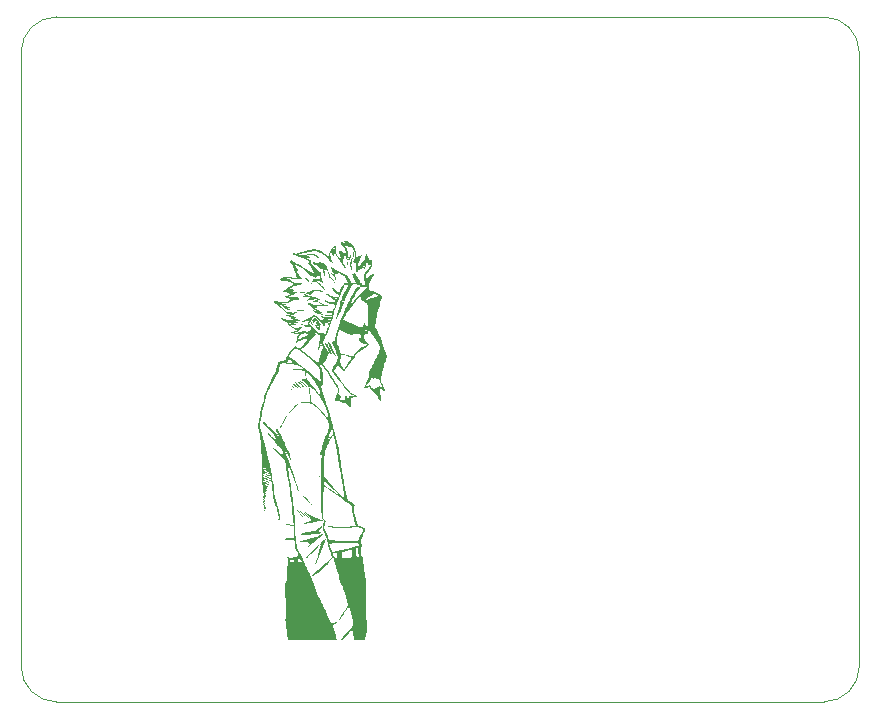
<source format=gbr>
%TF.GenerationSoftware,KiCad,Pcbnew,(6.0.8)*%
%TF.CreationDate,2023-02-03T15:48:26-08:00*%
%TF.ProjectId,RP2040_minimal,52503230-3430-45f6-9d69-6e696d616c2e,REV1*%
%TF.SameCoordinates,Original*%
%TF.FileFunction,Legend,Bot*%
%TF.FilePolarity,Positive*%
%FSLAX46Y46*%
G04 Gerber Fmt 4.6, Leading zero omitted, Abs format (unit mm)*
G04 Created by KiCad (PCBNEW (6.0.8)) date 2023-02-03 15:48:26*
%MOMM*%
%LPD*%
G01*
G04 APERTURE LIST*
%TA.AperFunction,Profile*%
%ADD10C,0.010000*%
%TD*%
G04 APERTURE END LIST*
D10*
X63711300Y-123000000D02*
G75*
G03*
X66711320Y-126000000I3000000J0D01*
G01*
X63711320Y-123000000D02*
X63711320Y-71010000D01*
X66711320Y-126000000D02*
X131690000Y-126000000D01*
X134690000Y-71010000D02*
X134690000Y-123000000D01*
X134690000Y-71010000D02*
G75*
G03*
X131690000Y-68010000I-3000000J0D01*
G01*
X131690000Y-126000000D02*
G75*
G03*
X134690000Y-123000000I0J3000000D01*
G01*
X66711320Y-68010020D02*
G75*
G03*
X63711320Y-71010000I-20J-2999980D01*
G01*
X66711320Y-68010000D02*
X131690000Y-68010000D01*
%TO.C,G\u002A\u002A\u002A*%
G36*
X87165728Y-98889035D02*
G01*
X87260419Y-98945540D01*
X87374054Y-99024917D01*
X87490507Y-99114910D01*
X87593654Y-99203265D01*
X87667367Y-99277726D01*
X87695522Y-99326038D01*
X87693366Y-99344425D01*
X87668454Y-99356407D01*
X87608377Y-99321557D01*
X87504078Y-99235598D01*
X87471342Y-99207362D01*
X87341035Y-99098895D01*
X87218176Y-99001284D01*
X87172919Y-98964569D01*
X87111346Y-98903975D01*
X87096477Y-98870775D01*
X87106107Y-98867658D01*
X87165728Y-98889035D01*
G37*
G36*
X89188586Y-92981664D02*
G01*
X89202786Y-92983996D01*
X89232587Y-93025041D01*
X89220023Y-93038121D01*
X89151254Y-93048098D01*
X89041006Y-93044074D01*
X88910413Y-93027272D01*
X88780606Y-92998912D01*
X88770676Y-92996552D01*
X88770618Y-93004787D01*
X88829107Y-93036567D01*
X88880068Y-93058045D01*
X89009780Y-93100792D01*
X89151716Y-93137097D01*
X89235686Y-93158198D01*
X89306697Y-93187128D01*
X89312075Y-93210596D01*
X89261857Y-93224473D01*
X89156319Y-93217945D01*
X89021825Y-93187439D01*
X88873146Y-93139103D01*
X88725056Y-93079086D01*
X88592327Y-93013535D01*
X88489732Y-92948600D01*
X88470472Y-92929178D01*
X88778264Y-92929178D01*
X88809894Y-92943238D01*
X88830237Y-92940464D01*
X88835511Y-92917620D01*
X88829879Y-92913021D01*
X88784276Y-92917620D01*
X88778264Y-92929178D01*
X88470472Y-92929178D01*
X88432044Y-92890428D01*
X88434036Y-92845167D01*
X88476699Y-92842853D01*
X88557293Y-92865309D01*
X88628705Y-92889831D01*
X88699449Y-92903020D01*
X88710011Y-92884967D01*
X88654690Y-92837311D01*
X88621365Y-92813116D01*
X88525201Y-92738768D01*
X88398856Y-92637724D01*
X88260817Y-92524663D01*
X88163190Y-92441939D01*
X88102582Y-92386052D01*
X88195068Y-92386052D01*
X88214281Y-92405265D01*
X88233494Y-92386052D01*
X88214281Y-92366838D01*
X88195068Y-92386052D01*
X88102582Y-92386052D01*
X88038602Y-92327056D01*
X87974535Y-92251954D01*
X87971936Y-92217870D01*
X88031755Y-92226039D01*
X88143100Y-92261548D01*
X88383945Y-92330869D01*
X88585911Y-92374776D01*
X88677798Y-92386052D01*
X88771388Y-92397537D01*
X88962769Y-92403417D01*
X89290227Y-92401568D01*
X89078880Y-92292757D01*
X88986361Y-92250569D01*
X88817442Y-92191303D01*
X88665794Y-92156506D01*
X88587290Y-92143191D01*
X88498578Y-92119044D01*
X88464054Y-92095788D01*
X88468685Y-92086304D01*
X88522658Y-92052134D01*
X88617761Y-92016459D01*
X88638266Y-92010172D01*
X88735222Y-91973345D01*
X88767035Y-91946410D01*
X88743378Y-91929592D01*
X88673920Y-91923116D01*
X88568334Y-91927207D01*
X88436290Y-91942090D01*
X88287459Y-91967991D01*
X88131514Y-92005135D01*
X88067629Y-92022583D01*
X87963877Y-92048838D01*
X87910414Y-92054827D01*
X87890565Y-92040632D01*
X87887655Y-92006333D01*
X87904334Y-91973021D01*
X87970630Y-91906159D01*
X88070181Y-91830644D01*
X88252708Y-91708048D01*
X87934086Y-91723768D01*
X87908254Y-91724915D01*
X87756482Y-91725646D01*
X87646272Y-91716056D01*
X87586446Y-91698496D01*
X87585824Y-91675319D01*
X87653229Y-91648877D01*
X87701918Y-91630298D01*
X87733948Y-91599075D01*
X87763944Y-91578754D01*
X87850618Y-91549297D01*
X87974115Y-91518515D01*
X87975829Y-91518144D01*
X88087519Y-91490431D01*
X88151270Y-91467405D01*
X88153323Y-91454018D01*
X88140951Y-91452349D01*
X88042428Y-91459921D01*
X87891734Y-91491054D01*
X87705128Y-91542538D01*
X87649250Y-91550821D01*
X87618668Y-91532284D01*
X87645371Y-91506285D01*
X87729031Y-91454064D01*
X87856062Y-91384949D01*
X88012541Y-91306909D01*
X88028166Y-91299445D01*
X88259363Y-91198350D01*
X88454287Y-91138230D01*
X88637924Y-91115895D01*
X88835260Y-91128159D01*
X89071282Y-91171834D01*
X89189964Y-91202265D01*
X89266380Y-91233257D01*
X89274690Y-91255638D01*
X89219619Y-91266807D01*
X89105893Y-91264162D01*
X88938236Y-91245101D01*
X88853031Y-91233070D01*
X88719730Y-91219113D01*
X88621540Y-91221572D01*
X88531116Y-91242499D01*
X88421115Y-91283951D01*
X88398635Y-91293161D01*
X88308752Y-91333200D01*
X88289538Y-91350229D01*
X88339168Y-91345619D01*
X88430431Y-91340226D01*
X88464054Y-91364693D01*
X88449622Y-91388818D01*
X88387201Y-91406173D01*
X88343559Y-91415169D01*
X88319954Y-91452165D01*
X88300979Y-91479874D01*
X88222613Y-91521644D01*
X88099001Y-91564370D01*
X87868441Y-91630582D01*
X88060575Y-91633951D01*
X88117248Y-91637466D01*
X88263022Y-91659994D01*
X88431279Y-91698693D01*
X88605721Y-91748294D01*
X88770056Y-91803529D01*
X88907987Y-91859133D01*
X89003221Y-91909837D01*
X89039462Y-91950374D01*
X89035567Y-91956918D01*
X88982443Y-91979983D01*
X88886747Y-92001785D01*
X88788396Y-92028072D01*
X88737684Y-92059875D01*
X88743359Y-92086617D01*
X88813396Y-92097852D01*
X88844367Y-92103417D01*
X88941533Y-92137626D01*
X89076029Y-92196090D01*
X89228557Y-92270772D01*
X89302265Y-92307493D01*
X89461019Y-92377826D01*
X89595255Y-92425892D01*
X89683906Y-92443691D01*
X89685211Y-92443694D01*
X89776862Y-92455653D01*
X89829315Y-92483923D01*
X89828254Y-92494041D01*
X89772524Y-92510553D01*
X89642762Y-92519948D01*
X89437710Y-92522350D01*
X89316525Y-92522085D01*
X89121964Y-92522609D01*
X88950539Y-92524144D01*
X88829107Y-92526505D01*
X88734458Y-92530040D01*
X88679608Y-92536871D01*
X88686825Y-92551312D01*
X88747921Y-92578617D01*
X88752531Y-92580560D01*
X88818522Y-92620657D01*
X88814513Y-92652183D01*
X88813780Y-92652603D01*
X88757758Y-92649414D01*
X88656231Y-92616690D01*
X88530646Y-92561297D01*
X88291134Y-92442999D01*
X88444841Y-92578046D01*
X88462061Y-92592533D01*
X88567405Y-92668041D01*
X88704634Y-92753174D01*
X88854556Y-92837517D01*
X88997983Y-92910656D01*
X89013898Y-92917620D01*
X89115723Y-92962176D01*
X89188586Y-92981664D01*
G37*
G36*
X84243474Y-109122574D02*
G01*
X84324327Y-109146043D01*
X84397435Y-109190818D01*
X84429258Y-109237479D01*
X84416999Y-109268536D01*
X84362431Y-109261978D01*
X84270202Y-109198979D01*
X84263359Y-109193165D01*
X84218909Y-109142784D01*
X84230045Y-109122126D01*
X84243474Y-109122574D01*
G37*
G36*
X84899563Y-92098968D02*
G01*
X84928804Y-92136278D01*
X84927688Y-92145463D01*
X84890378Y-92174705D01*
X84881193Y-92173588D01*
X84851951Y-92136278D01*
X84853068Y-92127094D01*
X84890378Y-92097852D01*
X84899563Y-92098968D01*
G37*
G36*
X89010913Y-106893580D02*
G01*
X89040454Y-106930530D01*
X89040013Y-106939226D01*
X89023508Y-106968956D01*
X89017344Y-106967188D01*
X88982814Y-106930530D01*
X88976809Y-106915645D01*
X88999759Y-106892103D01*
X89010913Y-106893580D01*
G37*
G36*
X86595554Y-99481326D02*
G01*
X86665584Y-99522510D01*
X86696429Y-99561375D01*
X86683376Y-99575164D01*
X86625946Y-99572973D01*
X86550440Y-99548923D01*
X86487645Y-99510512D01*
X86475651Y-99496233D01*
X86473072Y-99455753D01*
X86520098Y-99453785D01*
X86595554Y-99481326D01*
G37*
G36*
X87084743Y-109746676D02*
G01*
X87147097Y-109795873D01*
X87236127Y-109879587D01*
X87338567Y-109983798D01*
X87441150Y-110094491D01*
X87530612Y-110197648D01*
X87593685Y-110279251D01*
X87617104Y-110325284D01*
X87598238Y-110321610D01*
X87536795Y-110272666D01*
X87442933Y-110184730D01*
X87327207Y-110067199D01*
X87230540Y-109962764D01*
X87137289Y-109854374D01*
X87078408Y-109776247D01*
X87063731Y-109740572D01*
X87084743Y-109746676D01*
G37*
G36*
X84334564Y-109013185D02*
G01*
X84398274Y-109050657D01*
X84429258Y-109088589D01*
X84421042Y-109109858D01*
X84365836Y-109116868D01*
X84271949Y-109080493D01*
X84230811Y-109051652D01*
X84215470Y-109011238D01*
X84254696Y-108993426D01*
X84334564Y-109013185D01*
G37*
G36*
X87589848Y-108477020D02*
G01*
X87611377Y-108491301D01*
X87678875Y-108553583D01*
X87775641Y-108652558D01*
X87889879Y-108775075D01*
X88009796Y-108907980D01*
X88123595Y-109038122D01*
X88219483Y-109152348D01*
X88285666Y-109237507D01*
X88310348Y-109280445D01*
X88306026Y-109302340D01*
X88284911Y-109304421D01*
X88239908Y-109273175D01*
X88164130Y-109202659D01*
X88050689Y-109086928D01*
X87892698Y-108920039D01*
X87890654Y-108917862D01*
X87723202Y-108735024D01*
X87610930Y-108601766D01*
X87552303Y-108515842D01*
X87545787Y-108475008D01*
X87589848Y-108477020D01*
G37*
G36*
X89471427Y-112196711D02*
G01*
X89501573Y-112226795D01*
X89500589Y-112238025D01*
X89479314Y-112322095D01*
X89434003Y-112460747D01*
X89369602Y-112641195D01*
X89291061Y-112850657D01*
X89203327Y-113076349D01*
X89111349Y-113305488D01*
X89020075Y-113525290D01*
X88934453Y-113722971D01*
X88859431Y-113885749D01*
X88812190Y-113982225D01*
X88729623Y-114143531D01*
X88661384Y-114267368D01*
X88613525Y-114343008D01*
X88592097Y-114359724D01*
X88591046Y-114352774D01*
X88606554Y-114286632D01*
X88649263Y-114177019D01*
X88711708Y-114043664D01*
X88724690Y-114017544D01*
X88787457Y-113880493D01*
X88831625Y-113766103D01*
X88848320Y-113696902D01*
X88848436Y-113692873D01*
X88859367Y-113619378D01*
X88885008Y-113492883D01*
X88920955Y-113331694D01*
X88962802Y-113154119D01*
X89006147Y-112978462D01*
X89046585Y-112823031D01*
X89079713Y-112706131D01*
X89101125Y-112646069D01*
X89097759Y-112646041D01*
X89053590Y-112683967D01*
X88966153Y-112765607D01*
X88842693Y-112884047D01*
X88690457Y-113032375D01*
X88516690Y-113203676D01*
X88431031Y-113288076D01*
X88258616Y-113454868D01*
X88106339Y-113598110D01*
X87982687Y-113710037D01*
X87896144Y-113782887D01*
X87855196Y-113808896D01*
X87834936Y-113806179D01*
X87817206Y-113780076D01*
X87848345Y-113741903D01*
X87926449Y-113659414D01*
X88042866Y-113541279D01*
X88189155Y-113395661D01*
X88356872Y-113230721D01*
X88537575Y-113054621D01*
X88722821Y-112875521D01*
X88904168Y-112701583D01*
X89073173Y-112540969D01*
X89221393Y-112401840D01*
X89340386Y-112292357D01*
X89421709Y-112220683D01*
X89456919Y-112194977D01*
X89471427Y-112196711D01*
G37*
G36*
X86966965Y-98959180D02*
G01*
X87037871Y-99005347D01*
X87133298Y-99078851D01*
X87236563Y-99165594D01*
X87330980Y-99251480D01*
X87399866Y-99322410D01*
X87426535Y-99364286D01*
X87426112Y-99370169D01*
X87397715Y-99397178D01*
X87362005Y-99378306D01*
X87288381Y-99319693D01*
X87195263Y-99236021D01*
X87098185Y-99142346D01*
X87012676Y-99053730D01*
X86954268Y-98985231D01*
X86938491Y-98951907D01*
X86966965Y-98959180D01*
G37*
G36*
X89263809Y-110652370D02*
G01*
X89166408Y-110677467D01*
X89154963Y-110679345D01*
X89038020Y-110700013D01*
X88880746Y-110729406D01*
X88713827Y-110761806D01*
X88713136Y-110761943D01*
X88524204Y-110799138D01*
X88324319Y-110838128D01*
X88156641Y-110870494D01*
X88008495Y-110896597D01*
X87836784Y-110918307D01*
X87731539Y-110919645D01*
X87694626Y-110902146D01*
X87727911Y-110867345D01*
X87833261Y-110816777D01*
X88012541Y-110751976D01*
X88070764Y-110732673D01*
X88209444Y-110685532D01*
X88313001Y-110648667D01*
X88362435Y-110628767D01*
X88363629Y-110627461D01*
X88344697Y-110589184D01*
X88280953Y-110509462D01*
X88181596Y-110399093D01*
X88055823Y-110268873D01*
X88036821Y-110249711D01*
X88033667Y-110246432D01*
X88156641Y-110246432D01*
X88180236Y-110274075D01*
X88246009Y-110339942D01*
X88339168Y-110428959D01*
X88521694Y-110600272D01*
X88361759Y-110429870D01*
X88502773Y-110429870D01*
X88536006Y-110475386D01*
X88547985Y-110490263D01*
X88599069Y-110539626D01*
X88617761Y-110528124D01*
X88603733Y-110508281D01*
X88550514Y-110460878D01*
X88522672Y-110439412D01*
X88502773Y-110429870D01*
X88361759Y-110429870D01*
X88350380Y-110417746D01*
X88264208Y-110326959D01*
X88197972Y-110261386D01*
X88165354Y-110237408D01*
X88156641Y-110246432D01*
X88033667Y-110246432D01*
X87915903Y-110123997D01*
X87823875Y-110021722D01*
X87769439Y-109952965D01*
X87761302Y-109927806D01*
X87777869Y-109930286D01*
X87832768Y-109970687D01*
X87841026Y-109979865D01*
X87908709Y-110025858D01*
X88028449Y-110092442D01*
X88185862Y-110172896D01*
X88366561Y-110260495D01*
X88556163Y-110348516D01*
X88740282Y-110430238D01*
X88904534Y-110498937D01*
X88982044Y-110528124D01*
X89034533Y-110547889D01*
X89115895Y-110570373D01*
X89116393Y-110570439D01*
X89236893Y-110594809D01*
X89246381Y-110600272D01*
X89286668Y-110623469D01*
X89263809Y-110652370D01*
G37*
G36*
X89782009Y-95939801D02*
G01*
X89810944Y-95998154D01*
X89849053Y-96075008D01*
X89872560Y-96122413D01*
X89921084Y-96227212D01*
X89955829Y-96305567D01*
X89982184Y-96365003D01*
X90024027Y-96466918D01*
X90039546Y-96516286D01*
X90038331Y-96526013D01*
X90001119Y-96555340D01*
X89986968Y-96551967D01*
X89962104Y-96507307D01*
X89956403Y-96480577D01*
X89929582Y-96509628D01*
X89920891Y-96516474D01*
X89882952Y-96489080D01*
X89822492Y-96393432D01*
X89777812Y-96305567D01*
X89847413Y-96305567D01*
X89866626Y-96324781D01*
X89885839Y-96305567D01*
X89866626Y-96286354D01*
X89847413Y-96305567D01*
X89777812Y-96305567D01*
X89738060Y-96227393D01*
X89702555Y-96154583D01*
X89661917Y-96075008D01*
X89732133Y-96075008D01*
X89751346Y-96094221D01*
X89770559Y-96075008D01*
X89751346Y-96055794D01*
X89732133Y-96075008D01*
X89661917Y-96075008D01*
X89623404Y-95999594D01*
X89622618Y-95998154D01*
X89693706Y-95998154D01*
X89712919Y-96017368D01*
X89732133Y-95998154D01*
X89712919Y-95978941D01*
X89693706Y-95998154D01*
X89622618Y-95998154D01*
X89580664Y-95921301D01*
X89655280Y-95921301D01*
X89674493Y-95940514D01*
X89693706Y-95921301D01*
X89674493Y-95902088D01*
X89655280Y-95921301D01*
X89580664Y-95921301D01*
X89552407Y-95869540D01*
X89536990Y-95844448D01*
X89616853Y-95844448D01*
X89636066Y-95863661D01*
X89655280Y-95844448D01*
X89636066Y-95825235D01*
X89616853Y-95844448D01*
X89536990Y-95844448D01*
X89501596Y-95786840D01*
X89465811Y-95729168D01*
X89540000Y-95729168D01*
X89559213Y-95748381D01*
X89578426Y-95729168D01*
X89559213Y-95709955D01*
X89540000Y-95729168D01*
X89465811Y-95729168D01*
X89450615Y-95704678D01*
X89424625Y-95636495D01*
X89434663Y-95608291D01*
X89482360Y-95633101D01*
X89484431Y-95634814D01*
X89529249Y-95661014D01*
X89541278Y-95628200D01*
X89544908Y-95610134D01*
X89573867Y-95615202D01*
X89626887Y-95677580D01*
X89660005Y-95729168D01*
X89698193Y-95788652D01*
X89729133Y-95844448D01*
X89771750Y-95921301D01*
X89782009Y-95939801D01*
G37*
G36*
X87329295Y-109800136D02*
G01*
X87386074Y-109846141D01*
X87478091Y-109929840D01*
X87594984Y-110042125D01*
X87687733Y-110136061D01*
X87791064Y-110249132D01*
X87861573Y-110336838D01*
X87887655Y-110385560D01*
X87887654Y-110385630D01*
X87864114Y-110379393D01*
X87802105Y-110328391D01*
X87714024Y-110245390D01*
X87612267Y-110143155D01*
X87509229Y-110034455D01*
X87417307Y-109932054D01*
X87348895Y-109848719D01*
X87316391Y-109797218D01*
X87329295Y-109800136D01*
G37*
G36*
X84263510Y-108837157D02*
G01*
X84335852Y-108877013D01*
X84400972Y-108926860D01*
X84429258Y-108967963D01*
X84416534Y-108984068D01*
X84362158Y-108980148D01*
X84291264Y-108950464D01*
X84232908Y-108904420D01*
X84211793Y-108871343D01*
X84209102Y-108828649D01*
X84213556Y-108826032D01*
X84263510Y-108837157D01*
G37*
G36*
X88348774Y-93901635D02*
G01*
X88354920Y-93945770D01*
X88387201Y-93999970D01*
X88402208Y-94013668D01*
X88425627Y-94079091D01*
X88417177Y-94124206D01*
X88380582Y-94121331D01*
X88312347Y-94050537D01*
X88271708Y-93976680D01*
X88262636Y-93896831D01*
X88293887Y-93837387D01*
X88331092Y-93837096D01*
X88348774Y-93901635D01*
G37*
G36*
X87328640Y-98751797D02*
G01*
X87408185Y-98799500D01*
X87516270Y-98882987D01*
X87637994Y-98988472D01*
X87758457Y-99102169D01*
X87862761Y-99210293D01*
X87936005Y-99299056D01*
X87963291Y-99354673D01*
X87961089Y-99372810D01*
X87937812Y-99375470D01*
X87884184Y-99313757D01*
X87860599Y-99285791D01*
X87774084Y-99199420D01*
X87653753Y-99091012D01*
X87518068Y-98977524D01*
X87447477Y-98919730D01*
X87337899Y-98822116D01*
X87290851Y-98764546D01*
X87305083Y-98745658D01*
X87328640Y-98751797D01*
G37*
G36*
X84412307Y-109484678D02*
G01*
X84454011Y-109517350D01*
X84463409Y-109539034D01*
X84410045Y-109545352D01*
X84372585Y-109552309D01*
X84381225Y-109568989D01*
X84399250Y-109578851D01*
X84429258Y-109623596D01*
X84423194Y-109638581D01*
X84373706Y-109657044D01*
X84305832Y-109651825D01*
X84257980Y-109623049D01*
X84252869Y-109610334D01*
X84273247Y-109564178D01*
X84288232Y-109546710D01*
X84288976Y-109484670D01*
X84286427Y-109437679D01*
X84330304Y-109436007D01*
X84412307Y-109484678D01*
G37*
G36*
X84268419Y-109275401D02*
G01*
X84334060Y-109302080D01*
X84399530Y-109348459D01*
X84429258Y-109390362D01*
X84403691Y-109403872D01*
X84333192Y-109382842D01*
X84321463Y-109377189D01*
X84258386Y-109333037D01*
X84233104Y-109292391D01*
X84258865Y-109274554D01*
X84268419Y-109275401D01*
G37*
G36*
X86754038Y-99286771D02*
G01*
X86832750Y-99337967D01*
X86899086Y-99394973D01*
X86926989Y-99439954D01*
X86911308Y-99471594D01*
X86856059Y-99453650D01*
X86755571Y-99380016D01*
X86733614Y-99361174D01*
X86677112Y-99299312D01*
X86666899Y-99261926D01*
X86689008Y-99259221D01*
X86754038Y-99286771D01*
G37*
G36*
X86792794Y-99058786D02*
G01*
X86867406Y-99100708D01*
X86962450Y-99169120D01*
X87056663Y-99246998D01*
X87128784Y-99317318D01*
X87157549Y-99363057D01*
X87147145Y-99392600D01*
X87107657Y-99384153D01*
X87030921Y-99329551D01*
X86908828Y-99224269D01*
X86903352Y-99219344D01*
X86817326Y-99135389D01*
X86769596Y-99075756D01*
X86770377Y-99053071D01*
X86792794Y-99058786D01*
G37*
G36*
X88678647Y-93515326D02*
G01*
X88749699Y-93581278D01*
X88844854Y-93687099D01*
X88942957Y-93809054D01*
X89030202Y-93929025D01*
X89092786Y-94028894D01*
X89116903Y-94090541D01*
X89109107Y-94115532D01*
X89059667Y-94120567D01*
X89027651Y-94112389D01*
X89004598Y-94135115D01*
X89037117Y-94207234D01*
X89050950Y-94267237D01*
X89032770Y-94370547D01*
X88993294Y-94447959D01*
X88951855Y-94480303D01*
X88943557Y-94478994D01*
X88881444Y-94442028D01*
X88797118Y-94369523D01*
X88711268Y-94282189D01*
X88644586Y-94200737D01*
X88617761Y-94145878D01*
X88619641Y-94122520D01*
X88643325Y-94099835D01*
X88700206Y-94130742D01*
X88797882Y-94218296D01*
X88883888Y-94289617D01*
X88942379Y-94311867D01*
X88958785Y-94279308D01*
X88925844Y-94193355D01*
X88915074Y-94172377D01*
X88894882Y-94099135D01*
X88924086Y-94039706D01*
X88953381Y-93984638D01*
X88925525Y-93923540D01*
X88898845Y-93897294D01*
X88848524Y-93887516D01*
X88820173Y-93939534D01*
X88822456Y-94043282D01*
X88829450Y-94118747D01*
X88815437Y-94167344D01*
X88780132Y-94145773D01*
X88731214Y-94053199D01*
X88722396Y-94031011D01*
X88701573Y-93936283D01*
X88726552Y-93861587D01*
X88729337Y-93857115D01*
X88765725Y-93785900D01*
X88746393Y-93756168D01*
X88660892Y-93750197D01*
X88597536Y-93756192D01*
X88505580Y-93808858D01*
X88454923Y-93923117D01*
X88447296Y-93955070D01*
X88432108Y-93977824D01*
X88406296Y-93927633D01*
X88395726Y-93876828D01*
X88425736Y-93773927D01*
X88449611Y-93734469D01*
X88454946Y-93713569D01*
X88412588Y-93745295D01*
X88371688Y-93771724D01*
X88345540Y-93763271D01*
X88353618Y-93714072D01*
X88392466Y-93638670D01*
X88458626Y-93551611D01*
X88568477Y-93428666D01*
X88678647Y-93515326D01*
G37*
G36*
X84398517Y-109766415D02*
G01*
X84407344Y-109775802D01*
X84413483Y-109804777D01*
X84352405Y-109812527D01*
X84333910Y-109812246D01*
X84287378Y-109800828D01*
X84306293Y-109766415D01*
X84346226Y-109740088D01*
X84398517Y-109766415D01*
G37*
G36*
X88646581Y-111787037D02*
G01*
X88549303Y-111797512D01*
X88342181Y-111819868D01*
X88161329Y-111839455D01*
X88023462Y-111854461D01*
X87945295Y-111863073D01*
X87869429Y-111870682D01*
X87699163Y-111880778D01*
X87558148Y-111879760D01*
X87462049Y-111868130D01*
X87426535Y-111846393D01*
X87439644Y-111803333D01*
X87486087Y-111753071D01*
X87657095Y-111753071D01*
X87676308Y-111772285D01*
X87695522Y-111753071D01*
X87676308Y-111733858D01*
X87657095Y-111753071D01*
X87486087Y-111753071D01*
X87504882Y-111732730D01*
X87601247Y-111682872D01*
X87661548Y-111670276D01*
X87782957Y-111650375D01*
X87945357Y-111626566D01*
X88130507Y-111601648D01*
X88209741Y-111591462D01*
X88377903Y-111568096D01*
X88501112Y-111542963D01*
X88600524Y-111507020D01*
X88697294Y-111451226D01*
X88812577Y-111366539D01*
X88967531Y-111243918D01*
X89027598Y-111198092D01*
X89111696Y-111141241D01*
X89159369Y-111119032D01*
X89185911Y-111127119D01*
X89192707Y-111173177D01*
X89154736Y-111244813D01*
X89078869Y-111324491D01*
X89063734Y-111337877D01*
X88977978Y-111437238D01*
X88912697Y-111548374D01*
X88886747Y-111640293D01*
X88894649Y-111645277D01*
X88956499Y-111653682D01*
X89059667Y-111657005D01*
X89111313Y-111658539D01*
X89198232Y-111670518D01*
X89232587Y-111690490D01*
X89221476Y-111698172D01*
X89149055Y-111716656D01*
X89020375Y-111739065D01*
X88920827Y-111753071D01*
X88848522Y-111763244D01*
X88646581Y-111787037D01*
G37*
G36*
X87531911Y-109846940D02*
G01*
X87599214Y-109904401D01*
X87700379Y-109998045D01*
X87825586Y-110119091D01*
X87825710Y-110119213D01*
X87954209Y-110250187D01*
X88059435Y-110366035D01*
X88130530Y-110454198D01*
X88156641Y-110502116D01*
X88149952Y-110504830D01*
X88104239Y-110472715D01*
X88025177Y-110401702D01*
X87924517Y-110303878D01*
X87814011Y-110191329D01*
X87705411Y-110076141D01*
X87610469Y-109970401D01*
X87540937Y-109886194D01*
X87508567Y-109835607D01*
X87508288Y-109834441D01*
X87531911Y-109846940D01*
G37*
G36*
X87303812Y-92843938D02*
G01*
X87447112Y-92853544D01*
X87593197Y-92866658D01*
X87722174Y-92881621D01*
X87814149Y-92896773D01*
X87849228Y-92910457D01*
X87817178Y-92928859D01*
X87728628Y-92939594D01*
X87604134Y-92941970D01*
X87464316Y-92936273D01*
X87329795Y-92922787D01*
X87221192Y-92901796D01*
X87187485Y-92891957D01*
X87111162Y-92864575D01*
X87087355Y-92846916D01*
X87105144Y-92841887D01*
X87183192Y-92839499D01*
X87303812Y-92843938D01*
G37*
G36*
X91379699Y-88781448D02*
G01*
X91368136Y-88887437D01*
X91364032Y-88907239D01*
X91336251Y-88990103D01*
X91305883Y-89023722D01*
X91277621Y-89005511D01*
X91274003Y-88931129D01*
X91308700Y-88809548D01*
X91341320Y-88743407D01*
X91368883Y-88730978D01*
X91379699Y-88781448D01*
G37*
G36*
X89296984Y-111794909D02*
G01*
X89275568Y-111834933D01*
X89204139Y-111901042D01*
X89098243Y-111978484D01*
X89055510Y-112008079D01*
X88914794Y-112115421D01*
X88756404Y-112246727D01*
X88607166Y-112380059D01*
X88546897Y-112436007D01*
X88404754Y-112564926D01*
X88273654Y-112680156D01*
X88175854Y-112761989D01*
X88066700Y-112841678D01*
X87988117Y-112883088D01*
X87958915Y-112876509D01*
X87983809Y-112823522D01*
X88067516Y-112725705D01*
X88170524Y-112618188D01*
X88077123Y-112517586D01*
X88046810Y-112486208D01*
X87997051Y-112448692D01*
X87934491Y-112430884D01*
X87837872Y-112428396D01*
X87685936Y-112436839D01*
X87653540Y-112438828D01*
X87497830Y-112441974D01*
X87401449Y-112432326D01*
X87368753Y-112412088D01*
X87404097Y-112383467D01*
X87511836Y-112348668D01*
X87517525Y-112347210D01*
X87622897Y-112319729D01*
X87780464Y-112278096D01*
X87969880Y-112227706D01*
X88170797Y-112173954D01*
X88203111Y-112165332D01*
X88391949Y-112116838D01*
X88557243Y-112077427D01*
X88682165Y-112050953D01*
X88749887Y-112041271D01*
X88788736Y-112033109D01*
X88883798Y-111985735D01*
X88987640Y-111910178D01*
X89047560Y-111861717D01*
X89166125Y-111786461D01*
X89252172Y-111763108D01*
X89296984Y-111794909D01*
G37*
G36*
X87138100Y-100749488D02*
G01*
X87079165Y-100846027D01*
X86978651Y-100978040D01*
X86843819Y-101136064D01*
X86681931Y-101310636D01*
X86672851Y-101320003D01*
X86570491Y-101417279D01*
X86483572Y-101486202D01*
X86430068Y-101512375D01*
X86427514Y-101512197D01*
X86425966Y-101483800D01*
X86474047Y-101413474D01*
X86565434Y-101310636D01*
X86675152Y-101192590D01*
X86818690Y-101031712D01*
X86946526Y-100882356D01*
X86969929Y-100854655D01*
X87056384Y-100761411D01*
X87120458Y-100706510D01*
X87149695Y-100701067D01*
X87138100Y-100749488D01*
G37*
G36*
X93315532Y-90272890D02*
G01*
X93230306Y-90454715D01*
X93166461Y-90612972D01*
X93150104Y-90662650D01*
X93134193Y-90750987D01*
X93155557Y-90793482D01*
X93155712Y-90793578D01*
X93181008Y-90852595D01*
X93179333Y-90878924D01*
X93173505Y-90970520D01*
X93162343Y-91036590D01*
X93148120Y-91120776D01*
X93428704Y-91210697D01*
X93511903Y-91238784D01*
X93697432Y-91310106D01*
X93703953Y-91312613D01*
X93892648Y-91395620D01*
X94060615Y-91479392D01*
X94190478Y-91555515D01*
X94264864Y-91615578D01*
X94276672Y-91634057D01*
X94278279Y-91641856D01*
X94285631Y-91677527D01*
X94278685Y-91746537D01*
X94253389Y-91852809D01*
X94207299Y-92008069D01*
X94137968Y-92224038D01*
X94125915Y-92261595D01*
X94069043Y-92452899D01*
X94006748Y-92681158D01*
X93953808Y-92887487D01*
X93942261Y-92932491D01*
X93878811Y-93193019D01*
X93819631Y-93448860D01*
X93767950Y-93686134D01*
X93726999Y-93890960D01*
X93700010Y-94049457D01*
X93690213Y-94147744D01*
X93710677Y-94226949D01*
X93761250Y-94320664D01*
X93801824Y-94390429D01*
X93871014Y-94534652D01*
X93955769Y-94729930D01*
X94051405Y-94963990D01*
X94153235Y-95224558D01*
X94256575Y-95499359D01*
X94356741Y-95776119D01*
X94449046Y-96042565D01*
X94528807Y-96286422D01*
X94591339Y-96495416D01*
X94593485Y-96503102D01*
X94676551Y-96800544D01*
X94602025Y-97033388D01*
X94578783Y-97108403D01*
X94531798Y-97267062D01*
X94474750Y-97465193D01*
X94412136Y-97686614D01*
X94348454Y-97915142D01*
X94288204Y-98134594D01*
X94235884Y-98328787D01*
X94222351Y-98380605D01*
X94195991Y-98481540D01*
X94192528Y-98495885D01*
X94183251Y-98534312D01*
X94173026Y-98576669D01*
X94169890Y-98597265D01*
X94180395Y-98730218D01*
X94230290Y-98913641D01*
X94316154Y-99136906D01*
X94434569Y-99389388D01*
X94454087Y-99428614D01*
X94489396Y-99510336D01*
X94518950Y-99578739D01*
X94538616Y-99669118D01*
X94513646Y-99698756D01*
X94444598Y-99666659D01*
X94332031Y-99571831D01*
X94238897Y-99486755D01*
X94182426Y-99446297D01*
X94157066Y-99451391D01*
X94151195Y-99497245D01*
X94145665Y-99524693D01*
X94112768Y-99533404D01*
X94100678Y-99528555D01*
X94077996Y-99556736D01*
X94078509Y-99571831D01*
X94080991Y-99644820D01*
X94109778Y-99783177D01*
X94121049Y-99832445D01*
X94142594Y-99961182D01*
X94160282Y-100109168D01*
X94172695Y-100257338D01*
X94178412Y-100386631D01*
X94176013Y-100477982D01*
X94164080Y-100512328D01*
X94156068Y-100508120D01*
X94111112Y-100457536D01*
X94042010Y-100361831D01*
X93960103Y-100236350D01*
X93936098Y-100198350D01*
X93824573Y-100031038D01*
X93712553Y-99875789D01*
X93608546Y-99743058D01*
X93521058Y-99643299D01*
X93458597Y-99586967D01*
X93429670Y-99584514D01*
X93423237Y-99599447D01*
X93378016Y-99630340D01*
X93328695Y-99608199D01*
X93305221Y-99543011D01*
X93303773Y-99499357D01*
X93285306Y-99418977D01*
X93234638Y-99379467D01*
X93137999Y-99374675D01*
X92981619Y-99398451D01*
X92849632Y-99419444D01*
X92749086Y-99428148D01*
X92701913Y-99422650D01*
X92701724Y-99422456D01*
X92707477Y-99380027D01*
X92754146Y-99312299D01*
X92795801Y-99263006D01*
X92809136Y-99244340D01*
X92955549Y-99244340D01*
X93128704Y-99220606D01*
X93187122Y-99213144D01*
X93266915Y-99211463D01*
X93305741Y-99236648D01*
X93327213Y-99297892D01*
X93366033Y-99374711D01*
X93444468Y-99398911D01*
X93503819Y-99405671D01*
X93537968Y-99427731D01*
X93548050Y-99449145D01*
X93596945Y-99516753D01*
X93672462Y-99607053D01*
X93754917Y-99693031D01*
X93797186Y-99719833D01*
X93795428Y-99685701D01*
X93747715Y-99591044D01*
X93706010Y-99509993D01*
X93695483Y-99453627D01*
X93730357Y-99437337D01*
X93735719Y-99438280D01*
X93778999Y-99479296D01*
X93825962Y-99562224D01*
X93881286Y-99687111D01*
X93864523Y-99571831D01*
X93920635Y-99571831D01*
X93939848Y-99591044D01*
X93959062Y-99571831D01*
X93939848Y-99552617D01*
X93920635Y-99571831D01*
X93864523Y-99571831D01*
X93856682Y-99517913D01*
X93848000Y-99445135D01*
X93850982Y-99380488D01*
X93876356Y-99376081D01*
X93896614Y-99383563D01*
X93920635Y-99358270D01*
X93934290Y-99335085D01*
X93994613Y-99332440D01*
X94043637Y-99335924D01*
X94048142Y-99298495D01*
X94041792Y-99276866D01*
X94055061Y-99244039D01*
X94105759Y-99255215D01*
X94179421Y-99304472D01*
X94261585Y-99385889D01*
X94303248Y-99433652D01*
X94359646Y-99493810D01*
X94381755Y-99510336D01*
X94369665Y-99476567D01*
X94332455Y-99385491D01*
X94276139Y-99252120D01*
X94206843Y-99091142D01*
X94146362Y-98944618D01*
X94091505Y-98794671D01*
X94057533Y-98680322D01*
X94050114Y-98618659D01*
X94051958Y-98611414D01*
X94053263Y-98571222D01*
X94013678Y-98594461D01*
X93982519Y-98615171D01*
X93959062Y-98611165D01*
X93949545Y-98602872D01*
X93905159Y-98627277D01*
X93861674Y-98651981D01*
X93831339Y-98622376D01*
X93816701Y-98594270D01*
X93808389Y-98620772D01*
X93804339Y-98638285D01*
X93762817Y-98668805D01*
X93743329Y-98658501D01*
X93744484Y-98605730D01*
X93746722Y-98599804D01*
X93752573Y-98563728D01*
X93713905Y-98588120D01*
X93668993Y-98613698D01*
X93639206Y-98583949D01*
X93624568Y-98555843D01*
X93616256Y-98582345D01*
X93612206Y-98599858D01*
X93570684Y-98630378D01*
X93550806Y-98619629D01*
X93553125Y-98565286D01*
X93563395Y-98534708D01*
X93562896Y-98534312D01*
X93843782Y-98534312D01*
X93862995Y-98553525D01*
X93882208Y-98534312D01*
X93862995Y-98515098D01*
X93843782Y-98534312D01*
X93562896Y-98534312D01*
X93553150Y-98526579D01*
X93499596Y-98571242D01*
X93476202Y-98591655D01*
X93432619Y-98616500D01*
X93421089Y-98586379D01*
X93427142Y-98552913D01*
X93459903Y-98495885D01*
X93651649Y-98495885D01*
X93670862Y-98515098D01*
X93690075Y-98495885D01*
X93766929Y-98495885D01*
X93786142Y-98515098D01*
X93805355Y-98495885D01*
X93786142Y-98476672D01*
X93766929Y-98495885D01*
X93690075Y-98495885D01*
X93670862Y-98476672D01*
X93651649Y-98495885D01*
X93459903Y-98495885D01*
X93469122Y-98479838D01*
X93483515Y-98463988D01*
X93485790Y-98451180D01*
X93474341Y-98457459D01*
X93430704Y-98481391D01*
X93366395Y-98548114D01*
X93320591Y-98668437D01*
X93286111Y-98764812D01*
X93216079Y-98893253D01*
X93126240Y-99023819D01*
X92955549Y-99244340D01*
X92809136Y-99244340D01*
X92928070Y-99077854D01*
X93041729Y-98877499D01*
X93124758Y-98685012D01*
X93165135Y-98523465D01*
X93170629Y-98457459D01*
X93344236Y-98457459D01*
X93363449Y-98476672D01*
X93382662Y-98457459D01*
X93363449Y-98438245D01*
X93344236Y-98457459D01*
X93170629Y-98457459D01*
X93171388Y-98448336D01*
X93169489Y-98380605D01*
X93382662Y-98380605D01*
X93401876Y-98399819D01*
X93421089Y-98380605D01*
X93401876Y-98361392D01*
X93382662Y-98380605D01*
X93169489Y-98380605D01*
X93168994Y-98362949D01*
X93150439Y-98343207D01*
X93122151Y-98350949D01*
X93117299Y-98318820D01*
X93141346Y-98239473D01*
X93196217Y-98107817D01*
X93283838Y-97918763D01*
X93406133Y-97667219D01*
X93445689Y-97586571D01*
X93570975Y-97326796D01*
X93701492Y-97050826D01*
X93823951Y-96786929D01*
X93925065Y-96563372D01*
X93977513Y-96444899D01*
X94049509Y-96278958D01*
X94095565Y-96162658D01*
X94119092Y-96082772D01*
X94123502Y-96026074D01*
X94112206Y-95979336D01*
X94088617Y-95929333D01*
X94025190Y-95813034D01*
X93915864Y-95627526D01*
X93777191Y-95402791D01*
X93617150Y-95151727D01*
X93443721Y-94887227D01*
X93346766Y-94738752D01*
X93265589Y-94609252D01*
X93210699Y-94515681D01*
X93190529Y-94471873D01*
X93187665Y-94460595D01*
X93152103Y-94461089D01*
X93128514Y-94494615D01*
X93113676Y-94574225D01*
X93099959Y-94668737D01*
X93064706Y-94780077D01*
X93036779Y-94838659D01*
X92997625Y-94873203D01*
X92942664Y-94855648D01*
X92901542Y-94839315D01*
X92847926Y-94854647D01*
X92780478Y-94926122D01*
X92768662Y-94941279D01*
X92713644Y-95024701D01*
X92691174Y-95082071D01*
X92712668Y-95130737D01*
X92771384Y-95219393D01*
X92854296Y-95327728D01*
X92943389Y-95437773D01*
X93042094Y-95562115D01*
X93090502Y-95627500D01*
X93103891Y-95645585D01*
X93136069Y-95699209D01*
X93145333Y-95731946D01*
X93145918Y-95734014D01*
X93140726Y-95761028D01*
X93133166Y-95772078D01*
X93075232Y-95826208D01*
X92974103Y-95907849D01*
X92844794Y-96005996D01*
X92702321Y-96109643D01*
X92561698Y-96207783D01*
X92437942Y-96289409D01*
X92346066Y-96343517D01*
X92285765Y-96388220D01*
X92196565Y-96475861D01*
X92100037Y-96584862D01*
X92011776Y-96696479D01*
X91947381Y-96791968D01*
X91922450Y-96852585D01*
X91921436Y-96857002D01*
X91918484Y-96869859D01*
X91872689Y-96912053D01*
X91865586Y-96916559D01*
X91814935Y-96968762D01*
X91731536Y-97068427D01*
X91624516Y-97203667D01*
X91503001Y-97362595D01*
X91376119Y-97533324D01*
X91252998Y-97703970D01*
X91142764Y-97862644D01*
X91102644Y-97917136D01*
X91037657Y-97986115D01*
X90994342Y-98007192D01*
X90985625Y-98001696D01*
X90935759Y-97947764D01*
X90861027Y-97850472D01*
X90774033Y-97725912D01*
X90744738Y-97683196D01*
X90658106Y-97568446D01*
X90585564Y-97488425D01*
X90540413Y-97458366D01*
X90536519Y-97458911D01*
X90489807Y-97498116D01*
X90424095Y-97587088D01*
X90352313Y-97708625D01*
X90218725Y-97958884D01*
X90380789Y-98188958D01*
X90381346Y-98189748D01*
X90486984Y-98342175D01*
X90608073Y-98520472D01*
X90718510Y-98686205D01*
X90733024Y-98707984D01*
X90820731Y-98832471D01*
X90932870Y-98983496D01*
X91060613Y-99150065D01*
X91195136Y-99321178D01*
X91327613Y-99485840D01*
X91449219Y-99633053D01*
X91551128Y-99751820D01*
X91624514Y-99831145D01*
X91660552Y-99860030D01*
X91671177Y-99861201D01*
X91743237Y-99884846D01*
X91848967Y-99930926D01*
X91967510Y-99988890D01*
X92078009Y-100048187D01*
X92159603Y-100098266D01*
X92191437Y-100128576D01*
X92183501Y-100140192D01*
X92121641Y-100159724D01*
X92018517Y-100167443D01*
X91973792Y-100168667D01*
X91880727Y-100183157D01*
X91845597Y-100210350D01*
X91825743Y-100233961D01*
X91758321Y-100236572D01*
X91745656Y-100234247D01*
X91709742Y-100233237D01*
X91687774Y-100254389D01*
X91676383Y-100311375D01*
X91672201Y-100417867D01*
X91671861Y-100587539D01*
X91671817Y-100712407D01*
X91667314Y-100889701D01*
X91651531Y-100998024D01*
X91617932Y-101042503D01*
X91559985Y-101028266D01*
X91471154Y-100960443D01*
X91344905Y-100844162D01*
X91324362Y-100824902D01*
X91168289Y-100688656D01*
X91054700Y-100609879D01*
X90985297Y-100589528D01*
X90961785Y-100628563D01*
X90961215Y-100635476D01*
X90928337Y-100664718D01*
X90869595Y-100656837D01*
X90819594Y-100615107D01*
X90790187Y-100592636D01*
X90700057Y-100561209D01*
X90577519Y-100538935D01*
X90493902Y-100527324D01*
X90369952Y-100491796D01*
X90312260Y-100431954D01*
X90313876Y-100336350D01*
X90354213Y-100229623D01*
X90473182Y-100229623D01*
X90486651Y-100229426D01*
X90514175Y-100186657D01*
X90577519Y-100186657D01*
X90596732Y-100205870D01*
X90615945Y-100186657D01*
X90596732Y-100167443D01*
X90577519Y-100186657D01*
X90514175Y-100186657D01*
X90515131Y-100185171D01*
X90536245Y-100116524D01*
X90529952Y-100096362D01*
X90495974Y-100141506D01*
X90475310Y-100186647D01*
X90473182Y-100229623D01*
X90354213Y-100229623D01*
X90367852Y-100193535D01*
X90406063Y-100101370D01*
X90467118Y-99925382D01*
X90514409Y-99755928D01*
X90569969Y-99517333D01*
X90453372Y-99333236D01*
X90406668Y-99259579D01*
X90134587Y-98834215D01*
X89893501Y-98464066D01*
X89684927Y-98151382D01*
X89510387Y-97898412D01*
X89371399Y-97707405D01*
X89269483Y-97580610D01*
X89186573Y-97489763D01*
X89126093Y-97437205D01*
X89085000Y-97428012D01*
X89048106Y-97453459D01*
X89036506Y-97465698D01*
X89016329Y-97507110D01*
X89037151Y-97558912D01*
X89105641Y-97643083D01*
X89221193Y-97774691D01*
X89248785Y-98449822D01*
X89256226Y-98655335D01*
X89260664Y-98880343D01*
X89260231Y-98907569D01*
X89258085Y-99042422D01*
X89248304Y-99149494D01*
X89231138Y-99209484D01*
X89220336Y-99228818D01*
X89184484Y-99267298D01*
X89152191Y-99240789D01*
X89135052Y-99219422D01*
X89123672Y-99236243D01*
X89133523Y-99314728D01*
X89162655Y-99447770D01*
X89209117Y-99628260D01*
X89270959Y-99849088D01*
X89346231Y-100103147D01*
X89432981Y-100383327D01*
X89529260Y-100682520D01*
X89633118Y-100993616D01*
X89668698Y-101098932D01*
X89754078Y-101357029D01*
X89832669Y-101601791D01*
X89899844Y-101818411D01*
X89950973Y-101992079D01*
X89981429Y-102107988D01*
X89990344Y-102146069D01*
X89994331Y-102161395D01*
X90020424Y-102261695D01*
X90036915Y-102325083D01*
X90095489Y-102529727D01*
X90155537Y-102722814D01*
X90233079Y-102978672D01*
X90317720Y-103291666D01*
X90401864Y-103631778D01*
X90479647Y-103974253D01*
X90545203Y-104294342D01*
X90592664Y-104567292D01*
X90606653Y-104658479D01*
X90638976Y-104864132D01*
X90678170Y-105109075D01*
X90720509Y-105370107D01*
X90762271Y-105624024D01*
X90788029Y-105780014D01*
X90828514Y-106027543D01*
X90866287Y-106261108D01*
X90898023Y-106460099D01*
X90920394Y-106603903D01*
X90945669Y-106762870D01*
X90984678Y-106992406D01*
X91030380Y-107249450D01*
X91079977Y-107519249D01*
X91130668Y-107787050D01*
X91179655Y-108038100D01*
X91224137Y-108257646D01*
X91261316Y-108430936D01*
X91288392Y-108543216D01*
X91310987Y-108630863D01*
X91318705Y-108666316D01*
X91336231Y-108746829D01*
X91346051Y-108819357D01*
X91355469Y-108843406D01*
X91414030Y-108914201D01*
X91515190Y-109009818D01*
X91646156Y-109117544D01*
X91946261Y-109349703D01*
X91912287Y-109609935D01*
X91906341Y-109657733D01*
X91896536Y-109785949D01*
X91903324Y-109899183D01*
X91930057Y-110026457D01*
X91980089Y-110196793D01*
X91986850Y-110218536D01*
X92047574Y-110416777D01*
X92110127Y-110625171D01*
X92161975Y-110802012D01*
X92169474Y-110827494D01*
X92213113Y-110955961D01*
X92253615Y-111046407D01*
X92283056Y-111080605D01*
X92285220Y-111080713D01*
X92344290Y-111096135D01*
X92451175Y-111132576D01*
X92584358Y-111182743D01*
X92665942Y-111215935D01*
X92774309Y-111269057D01*
X92829360Y-111315758D01*
X92844690Y-111365588D01*
X92838902Y-111398984D01*
X92829886Y-111429767D01*
X92809817Y-111498283D01*
X92762048Y-111639746D01*
X92702139Y-111805820D01*
X92636634Y-111978954D01*
X92572077Y-112141595D01*
X92515014Y-112276193D01*
X92471987Y-112365195D01*
X92456580Y-112403151D01*
X92460684Y-112478823D01*
X92508166Y-112588490D01*
X92547906Y-112673674D01*
X92549518Y-112681946D01*
X92563951Y-112756018D01*
X92542377Y-112833167D01*
X92538314Y-112843432D01*
X92518281Y-112938120D01*
X92504180Y-113078431D01*
X92498850Y-113237979D01*
X92499498Y-113313339D01*
X92508503Y-113466876D01*
X92530878Y-113572078D01*
X92569601Y-113648189D01*
X92570144Y-113649257D01*
X92590826Y-113685291D01*
X92636506Y-113832289D01*
X92636580Y-113832527D01*
X92665478Y-114046185D01*
X92668185Y-114076485D01*
X92687006Y-114239820D01*
X92715768Y-114449138D01*
X92751066Y-114680704D01*
X92789495Y-114910784D01*
X92802495Y-114985766D01*
X92828866Y-115148115D01*
X92849648Y-115299079D01*
X92865651Y-115451263D01*
X92877678Y-115617273D01*
X92886539Y-115809714D01*
X92893039Y-116041192D01*
X92897984Y-116324312D01*
X92902183Y-116671679D01*
X92907266Y-117063120D01*
X92914271Y-117466435D01*
X92922809Y-117862687D01*
X92932607Y-118244124D01*
X92943392Y-118602990D01*
X92954894Y-118931533D01*
X92966839Y-119221997D01*
X92978957Y-119466630D01*
X92990974Y-119657676D01*
X93002619Y-119787383D01*
X93013619Y-119847996D01*
X93015764Y-119854327D01*
X93014488Y-119932241D01*
X92989318Y-120061543D01*
X92943529Y-120224639D01*
X92931291Y-120264398D01*
X92887220Y-120426658D01*
X92856332Y-120570973D01*
X92844690Y-120670032D01*
X92844690Y-120802542D01*
X91963839Y-120802542D01*
X91925324Y-120658442D01*
X91896250Y-120545561D01*
X91851057Y-120356040D01*
X91810124Y-120169385D01*
X91778590Y-120009406D01*
X91761594Y-119899909D01*
X91758817Y-119875916D01*
X91749016Y-119839163D01*
X91727345Y-119835738D01*
X91684757Y-119872302D01*
X91612205Y-119955517D01*
X91500642Y-120092042D01*
X91456252Y-120146642D01*
X91268402Y-120372787D01*
X91117549Y-120543963D01*
X90997211Y-120666343D01*
X90900907Y-120746097D01*
X90822154Y-120789396D01*
X90754471Y-120802410D01*
X90726912Y-120802088D01*
X90689503Y-120796183D01*
X90685062Y-120775583D01*
X90719593Y-120731068D01*
X90799096Y-120653416D01*
X90929573Y-120533409D01*
X91002527Y-120464236D01*
X91175831Y-120285564D01*
X91361793Y-120078571D01*
X91543168Y-119863411D01*
X91702710Y-119660235D01*
X91823174Y-119489195D01*
X91835644Y-119469166D01*
X91855391Y-119427168D01*
X91862993Y-119377408D01*
X91856702Y-119306645D01*
X91834774Y-119201641D01*
X91795462Y-119049153D01*
X91737019Y-118835943D01*
X91719645Y-118772991D01*
X91661291Y-118559703D01*
X91607591Y-118360824D01*
X91563883Y-118196225D01*
X91535506Y-118085776D01*
X91513068Y-118006701D01*
X91481094Y-117927524D01*
X91456488Y-117904325D01*
X91439280Y-117924039D01*
X91387578Y-117999056D01*
X91313382Y-118115329D01*
X91226459Y-118257853D01*
X91173837Y-118345023D01*
X91031155Y-118572140D01*
X90903329Y-118762162D01*
X90795858Y-118907503D01*
X90714241Y-119000577D01*
X90663978Y-119033797D01*
X90632310Y-119030232D01*
X90622657Y-119009155D01*
X90644520Y-118959543D01*
X90702890Y-118870508D01*
X90802761Y-118731165D01*
X90833667Y-118688122D01*
X90950492Y-118519131D01*
X91077356Y-118328353D01*
X91191784Y-118149397D01*
X91393991Y-117824478D01*
X91336401Y-117496685D01*
X91309385Y-117371400D01*
X91239099Y-117125957D01*
X91136872Y-116826657D01*
X91005448Y-116481907D01*
X90937871Y-116307365D01*
X90837285Y-116032414D01*
X90741826Y-115755309D01*
X90659788Y-115500352D01*
X90599459Y-115291848D01*
X90542883Y-115083287D01*
X90474173Y-114841186D01*
X90406714Y-114613330D01*
X90349256Y-114429863D01*
X90318551Y-114334311D01*
X90273849Y-114187413D01*
X90243112Y-114075943D01*
X90231679Y-114018585D01*
X90220140Y-113958435D01*
X90186392Y-113866825D01*
X90141105Y-113767431D01*
X89936619Y-113969377D01*
X89921775Y-113984154D01*
X89825672Y-114086132D01*
X89757831Y-114168972D01*
X89732133Y-114215936D01*
X89728190Y-114228441D01*
X89681654Y-114292209D01*
X89591097Y-114391777D01*
X89467099Y-114516931D01*
X89320242Y-114657457D01*
X89161105Y-114803141D01*
X89000271Y-114943768D01*
X88848320Y-115069124D01*
X88812952Y-115096653D01*
X88664986Y-115200640D01*
X88528378Y-115280608D01*
X88415493Y-115330815D01*
X88338695Y-115345519D01*
X88310348Y-115318977D01*
X88318210Y-115304567D01*
X88371914Y-115246787D01*
X88465303Y-115159912D01*
X88585176Y-115056544D01*
X88590795Y-115051855D01*
X88849474Y-114835135D01*
X89061832Y-114655062D01*
X89241009Y-114500134D01*
X89400146Y-114358847D01*
X89552383Y-114219700D01*
X89710861Y-114071191D01*
X90054642Y-113745954D01*
X89940503Y-113480265D01*
X90120406Y-113480265D01*
X90146706Y-113555731D01*
X90231679Y-113674403D01*
X90268658Y-113722694D01*
X90324837Y-113805306D01*
X90346959Y-113852606D01*
X90361337Y-113871850D01*
X90423812Y-113885749D01*
X90443217Y-113885184D01*
X90480564Y-113872871D01*
X90496557Y-113832289D01*
X90494132Y-113747587D01*
X90482816Y-113656146D01*
X90890737Y-113656146D01*
X90897423Y-113757988D01*
X90911770Y-113806500D01*
X90920212Y-113809945D01*
X90990054Y-113815801D01*
X91109284Y-113814797D01*
X91257337Y-113808266D01*
X91413653Y-113797545D01*
X91557666Y-113783969D01*
X91668816Y-113768872D01*
X91726539Y-113753591D01*
X91728157Y-113752414D01*
X91749368Y-113697057D01*
X91763566Y-113581793D01*
X91768744Y-113422362D01*
X91769184Y-113319017D01*
X91765322Y-113216043D01*
X91745497Y-113153700D01*
X91697841Y-113126931D01*
X91610485Y-113130679D01*
X91471560Y-113159884D01*
X91269198Y-113209491D01*
X90904145Y-113298627D01*
X90892557Y-113540252D01*
X90890737Y-113656146D01*
X90482816Y-113656146D01*
X90476229Y-113602913D01*
X90451792Y-113424629D01*
X90284096Y-113424629D01*
X90250921Y-113425120D01*
X90154552Y-113439547D01*
X90120406Y-113480265D01*
X89940503Y-113480265D01*
X89914509Y-113419756D01*
X89789618Y-113096876D01*
X89664814Y-112662379D01*
X89663103Y-112651974D01*
X89811232Y-112651974D01*
X89812137Y-112660544D01*
X89831337Y-112736994D01*
X89870104Y-112858142D01*
X89921492Y-113001937D01*
X89936015Y-113040068D01*
X89999239Y-113186100D01*
X90052547Y-113268658D01*
X90101773Y-113297300D01*
X90109805Y-113297515D01*
X90189755Y-113287704D01*
X90330320Y-113261880D01*
X90520082Y-113222608D01*
X90747621Y-113172452D01*
X91001519Y-113113977D01*
X91110135Y-113088027D01*
X92085994Y-113088027D01*
X92086466Y-113214885D01*
X92092943Y-113319017D01*
X92098322Y-113405489D01*
X92101570Y-113449477D01*
X92114349Y-113603267D01*
X92127891Y-113697924D01*
X92147034Y-113747785D01*
X92176615Y-113767188D01*
X92221472Y-113770469D01*
X92249171Y-113770096D01*
X92287760Y-113760733D01*
X92304851Y-113725750D01*
X92305142Y-113648189D01*
X92293333Y-113511089D01*
X92282261Y-113378594D01*
X92272448Y-113223501D01*
X92268563Y-113107610D01*
X92265314Y-113036011D01*
X92243977Y-112978321D01*
X92193705Y-112963510D01*
X92180103Y-112963776D01*
X92130089Y-112975089D01*
X92099627Y-113012301D01*
X92085994Y-113088027D01*
X91110135Y-113088027D01*
X91270356Y-113049748D01*
X91542713Y-112982329D01*
X91807171Y-112914285D01*
X91868131Y-112898162D01*
X92050325Y-112847790D01*
X92172699Y-112808359D01*
X92247107Y-112774841D01*
X92285403Y-112742206D01*
X92299442Y-112705424D01*
X92301942Y-112681946D01*
X92297679Y-112640077D01*
X92274609Y-112607184D01*
X92225481Y-112582481D01*
X92143046Y-112565183D01*
X92020053Y-112554506D01*
X91849254Y-112549664D01*
X91623399Y-112549872D01*
X91335237Y-112554345D01*
X90977518Y-112562299D01*
X90830644Y-112565863D01*
X90527434Y-112573832D01*
X90290038Y-112581401D01*
X90110662Y-112589169D01*
X89981511Y-112597736D01*
X89894787Y-112607700D01*
X89842696Y-112619661D01*
X89817443Y-112634220D01*
X89811232Y-112651974D01*
X89663103Y-112651974D01*
X89597443Y-112252617D01*
X89558745Y-112024431D01*
X89476469Y-111818459D01*
X89445367Y-111761113D01*
X89372211Y-111605535D01*
X89311579Y-111451876D01*
X89290884Y-111389648D01*
X89267397Y-111296977D01*
X89261737Y-111208317D01*
X89273410Y-111097299D01*
X89301921Y-110937555D01*
X89328829Y-110784857D01*
X89340505Y-110676060D01*
X89334606Y-110608377D01*
X89311580Y-110564425D01*
X89275493Y-110531284D01*
X89209954Y-110504206D01*
X89197266Y-110496663D01*
X89182780Y-110458695D01*
X89170815Y-110381862D01*
X89160799Y-110258567D01*
X89152158Y-110081213D01*
X89144317Y-109842201D01*
X89140218Y-109676204D01*
X89270345Y-109676204D01*
X89271013Y-110404481D01*
X89394222Y-110531599D01*
X89517430Y-110658718D01*
X89451862Y-110904789D01*
X89419131Y-111036562D01*
X89394326Y-111194807D01*
X89402128Y-111326455D01*
X89445396Y-111458660D01*
X89526988Y-111618578D01*
X89598406Y-111762540D01*
X89667685Y-111933811D01*
X89711567Y-112079698D01*
X89757195Y-112291044D01*
X90119324Y-112318891D01*
X90191190Y-112324555D01*
X90417379Y-112343503D01*
X90662535Y-112365271D01*
X90884932Y-112386193D01*
X90976877Y-112394293D01*
X91221927Y-112410344D01*
X91482159Y-112421455D01*
X91714755Y-112425593D01*
X91805948Y-112425665D01*
X91974718Y-112422885D01*
X92093001Y-112407284D01*
X92178604Y-112368128D01*
X92249330Y-112294684D01*
X92322986Y-112176217D01*
X92417376Y-112001992D01*
X92453035Y-111934729D01*
X92556752Y-111723735D01*
X92627595Y-111552708D01*
X92662502Y-111429767D01*
X92658411Y-111363029D01*
X92641788Y-111348280D01*
X92567142Y-111306912D01*
X92459827Y-111261422D01*
X92450140Y-111257833D01*
X92366695Y-111231879D01*
X92278540Y-111217250D01*
X92167751Y-111213184D01*
X92016403Y-111218922D01*
X91806574Y-111233703D01*
X91665628Y-111243654D01*
X91338598Y-111259952D01*
X91009906Y-111267967D01*
X90695179Y-111267820D01*
X90410041Y-111259633D01*
X90170120Y-111243526D01*
X89991042Y-111219620D01*
X89914180Y-111203889D01*
X89786347Y-111172185D01*
X89717763Y-111147063D01*
X89712183Y-111131818D01*
X89773361Y-111129746D01*
X89905053Y-111144144D01*
X89908870Y-111144671D01*
X90033686Y-111155620D01*
X90214579Y-111163698D01*
X90436782Y-111168979D01*
X90685529Y-111171538D01*
X90946053Y-111171451D01*
X91203588Y-111168792D01*
X91443367Y-111163638D01*
X91650624Y-111156062D01*
X91810593Y-111146140D01*
X91908505Y-111133948D01*
X92067480Y-111099819D01*
X91998236Y-110850045D01*
X91991880Y-110827309D01*
X91942773Y-110658563D01*
X91883007Y-110461308D01*
X91824094Y-110273646D01*
X91782248Y-110132470D01*
X91735376Y-109903272D01*
X91723305Y-109687780D01*
X91727414Y-109428540D01*
X91527080Y-109280545D01*
X91429958Y-109205948D01*
X91330861Y-109123346D01*
X91271135Y-109065542D01*
X91250775Y-109045988D01*
X91171003Y-108982174D01*
X91046664Y-108889712D01*
X90890185Y-108777749D01*
X90713995Y-108655434D01*
X90485504Y-108498903D01*
X90181275Y-108289550D01*
X89935745Y-108119231D01*
X89745740Y-107985726D01*
X89608090Y-107886819D01*
X89519622Y-107820292D01*
X89508750Y-107811843D01*
X89433493Y-107759061D01*
X89389134Y-107737489D01*
X89379116Y-107754511D01*
X89363278Y-107836855D01*
X89346808Y-107977620D01*
X89330379Y-108165822D01*
X89314664Y-108390479D01*
X89300335Y-108640608D01*
X89288066Y-108905228D01*
X89278529Y-109173355D01*
X89272398Y-109434008D01*
X89270345Y-109676204D01*
X89140218Y-109676204D01*
X89136704Y-109533934D01*
X89127627Y-109086191D01*
X89117374Y-108404064D01*
X89112063Y-107757421D01*
X89111879Y-107463586D01*
X89392608Y-107463586D01*
X89400003Y-107571161D01*
X89429443Y-107647113D01*
X89434567Y-107652619D01*
X89494119Y-107703078D01*
X89600906Y-107784967D01*
X89741543Y-107888225D01*
X89902648Y-108002796D01*
X90082957Y-108128968D01*
X90277997Y-108265256D01*
X90457084Y-108390219D01*
X90596732Y-108487458D01*
X90865718Y-108674406D01*
X90500665Y-108330873D01*
X90352177Y-108191455D01*
X90187142Y-108037113D01*
X90037809Y-107898039D01*
X89924266Y-107792981D01*
X89805214Y-107683493D01*
X89669514Y-107558686D01*
X89559213Y-107457230D01*
X89405506Y-107315838D01*
X89393420Y-107452492D01*
X89392608Y-107463586D01*
X89111879Y-107463586D01*
X89111685Y-107154504D01*
X89113633Y-106918503D01*
X89386293Y-106918503D01*
X89742851Y-107318389D01*
X89769957Y-107348911D01*
X89907277Y-107507138D01*
X90030414Y-107654585D01*
X90126806Y-107775943D01*
X90183890Y-107855900D01*
X90187534Y-107861631D01*
X90252779Y-107944407D01*
X90359939Y-108062056D01*
X90494988Y-108199736D01*
X90643897Y-108342607D01*
X90673663Y-108370283D01*
X90812162Y-108499251D01*
X90928857Y-108608218D01*
X90999430Y-108674406D01*
X91012242Y-108686422D01*
X91050807Y-108723102D01*
X91060350Y-108721874D01*
X91066866Y-108666316D01*
X91062453Y-108554008D01*
X91048271Y-108396882D01*
X91025482Y-108206870D01*
X90995243Y-107995904D01*
X90958717Y-107775915D01*
X90938361Y-107659742D01*
X90904010Y-107459731D01*
X90861939Y-107211805D01*
X90814753Y-106931402D01*
X90765060Y-106633960D01*
X90715464Y-106334917D01*
X90656719Y-105981591D01*
X90549929Y-105352926D01*
X90452393Y-104798146D01*
X90363805Y-104315699D01*
X90283857Y-103904034D01*
X90212244Y-103561599D01*
X90148660Y-103286843D01*
X90092799Y-103078214D01*
X90044354Y-102934160D01*
X90005991Y-102838094D01*
X90003555Y-102946035D01*
X89991701Y-103015739D01*
X89966315Y-103032466D01*
X89960483Y-103031194D01*
X89927756Y-103065441D01*
X89888064Y-103147292D01*
X89849585Y-103254651D01*
X89820499Y-103365418D01*
X89808986Y-103457497D01*
X89802138Y-103514432D01*
X89775739Y-103564999D01*
X89773849Y-103566342D01*
X89745049Y-103619206D01*
X89721368Y-103711367D01*
X89700102Y-103820839D01*
X89677183Y-103914039D01*
X89674570Y-103923163D01*
X89675134Y-103942755D01*
X89704033Y-103894826D01*
X89769475Y-103775376D01*
X89859072Y-103629875D01*
X89942597Y-103512155D01*
X90012221Y-103432058D01*
X90060118Y-103399426D01*
X90078457Y-103424100D01*
X90065407Y-103458816D01*
X90022817Y-103552457D01*
X89955974Y-103692846D01*
X89870377Y-103868453D01*
X89771525Y-104067746D01*
X89715754Y-104181097D01*
X89609030Y-104409253D01*
X89521004Y-104612934D01*
X89457715Y-104777812D01*
X89425201Y-104889557D01*
X89419342Y-104931107D01*
X89408745Y-105063116D01*
X89399654Y-105250775D01*
X89392556Y-105480072D01*
X89387940Y-105736992D01*
X89386293Y-106007522D01*
X89386293Y-106918503D01*
X89113633Y-106918503D01*
X89116233Y-106603556D01*
X89125701Y-106112819D01*
X89140080Y-105690536D01*
X89148716Y-105490765D01*
X89157307Y-105275250D01*
X89161643Y-105121858D01*
X89161291Y-105022096D01*
X89155819Y-104967469D01*
X89144793Y-104949481D01*
X89127782Y-104959639D01*
X89104351Y-104989448D01*
X89071281Y-105031000D01*
X89020755Y-105069957D01*
X88999582Y-105047134D01*
X89010232Y-104969777D01*
X89055173Y-104845130D01*
X89056945Y-104840988D01*
X89097370Y-104737449D01*
X89155707Y-104576914D01*
X89226616Y-104374601D01*
X89304758Y-104145733D01*
X89384794Y-103905528D01*
X89402610Y-103851684D01*
X89476430Y-103635423D01*
X89543195Y-103450332D01*
X89598860Y-103306932D01*
X89639383Y-103215746D01*
X89660722Y-103187297D01*
X89669065Y-103192065D01*
X89693759Y-103195808D01*
X89694828Y-103187620D01*
X89705711Y-103121814D01*
X89725834Y-103005685D01*
X89752083Y-102857307D01*
X89810354Y-102530681D01*
X89674780Y-102261695D01*
X89770559Y-102261695D01*
X89789773Y-102280908D01*
X89808986Y-102261695D01*
X89789773Y-102242481D01*
X89770559Y-102261695D01*
X89674780Y-102261695D01*
X89673597Y-102259348D01*
X89663661Y-102239856D01*
X89512743Y-101979912D01*
X89326379Y-101710299D01*
X89117957Y-101446971D01*
X88900869Y-101205881D01*
X88688504Y-101002983D01*
X88494254Y-100854231D01*
X88416259Y-100808652D01*
X88324210Y-100768404D01*
X88271617Y-100763244D01*
X88239583Y-100769550D01*
X88173422Y-100741824D01*
X88137576Y-100724978D01*
X88044758Y-100711187D01*
X87893432Y-100707781D01*
X87674715Y-100714268D01*
X87510829Y-100719355D01*
X87361929Y-100719441D01*
X87257796Y-100714255D01*
X87214405Y-100704147D01*
X87214020Y-100703457D01*
X87239017Y-100682190D01*
X87324123Y-100661653D01*
X87453134Y-100643654D01*
X87609844Y-100630003D01*
X87778051Y-100622508D01*
X87941549Y-100622978D01*
X88206791Y-100631588D01*
X88182500Y-100289382D01*
X88176781Y-100221540D01*
X88151247Y-100005953D01*
X88115346Y-99770821D01*
X88074948Y-99556154D01*
X87991686Y-99165133D01*
X87969557Y-99144645D01*
X88091362Y-99144645D01*
X88114587Y-99200000D01*
X88147822Y-99252447D01*
X88195274Y-99302972D01*
X88205348Y-99310647D01*
X88233494Y-99367457D01*
X88223726Y-99384812D01*
X88175854Y-99360484D01*
X88164763Y-99351253D01*
X88136736Y-99330895D01*
X88123920Y-99337059D01*
X88126385Y-99381932D01*
X88144199Y-99477705D01*
X88177433Y-99636565D01*
X88183854Y-99668425D01*
X88214671Y-99855570D01*
X88241830Y-100070615D01*
X88260081Y-100273117D01*
X88266779Y-100359069D01*
X88282712Y-100497527D01*
X88300771Y-100592989D01*
X88318195Y-100628563D01*
X88349294Y-100641304D01*
X88431444Y-100696504D01*
X88546398Y-100785125D01*
X88680648Y-100895929D01*
X88820686Y-101017680D01*
X88953002Y-101139138D01*
X89064088Y-101249067D01*
X89168336Y-101363733D01*
X89301760Y-101522333D01*
X89412573Y-101666082D01*
X89486311Y-101771485D01*
X89586924Y-101922379D01*
X89667167Y-102050348D01*
X89705389Y-102112508D01*
X89744461Y-102163957D01*
X89762515Y-102161395D01*
X89760094Y-102099697D01*
X89737742Y-101973741D01*
X89696001Y-101778402D01*
X89671950Y-101678453D01*
X89592159Y-101404495D01*
X89490783Y-101109671D01*
X89379348Y-100826186D01*
X89269377Y-100586243D01*
X89213207Y-100482901D01*
X89124041Y-100332555D01*
X89023437Y-100172708D01*
X88923767Y-100022428D01*
X88837400Y-99900785D01*
X88776710Y-99826847D01*
X88769225Y-99819152D01*
X88700391Y-99738838D01*
X88625467Y-99640294D01*
X88607218Y-99616359D01*
X88540862Y-99552524D01*
X88490421Y-99535976D01*
X88449959Y-99521322D01*
X88378508Y-99458345D01*
X88329850Y-99401413D01*
X88435049Y-99401413D01*
X88444841Y-99437337D01*
X88452736Y-99448713D01*
X88487803Y-99475764D01*
X88493059Y-99473262D01*
X88483267Y-99437337D01*
X88475373Y-99425962D01*
X88440305Y-99398911D01*
X88435049Y-99401413D01*
X88329850Y-99401413D01*
X88295121Y-99360778D01*
X88243231Y-99294165D01*
X88161453Y-99196864D01*
X88108907Y-99145312D01*
X88091362Y-99144645D01*
X87969557Y-99144645D01*
X87723646Y-98916969D01*
X87600746Y-98797534D01*
X87526591Y-98712674D01*
X87510757Y-98675362D01*
X87550786Y-98687470D01*
X87644222Y-98750873D01*
X87788607Y-98867443D01*
X88022148Y-99066082D01*
X87863841Y-98901882D01*
X88003227Y-98901882D01*
X88036460Y-98947398D01*
X88071630Y-98988385D01*
X88103706Y-99014645D01*
X88110449Y-99014014D01*
X88110709Y-98988978D01*
X88050968Y-98932890D01*
X88023126Y-98911424D01*
X88003227Y-98901882D01*
X87863841Y-98901882D01*
X87812114Y-98848230D01*
X87798999Y-98834558D01*
X87697686Y-98721878D01*
X87649338Y-98653834D01*
X87653728Y-98633399D01*
X87710629Y-98663551D01*
X87819814Y-98747264D01*
X87961617Y-98864150D01*
X87905659Y-98756871D01*
X87861425Y-98661791D01*
X87854256Y-98607332D01*
X87888606Y-98591952D01*
X87924730Y-98617334D01*
X87964911Y-98689079D01*
X87998614Y-98750997D01*
X88073896Y-98855875D01*
X88168434Y-98967672D01*
X88187460Y-98988978D01*
X88254727Y-99064307D01*
X88377108Y-99205258D01*
X88516030Y-99368022D01*
X88604451Y-99473262D01*
X88654981Y-99533404D01*
X88675929Y-99558556D01*
X88794629Y-99700793D01*
X88893720Y-99819070D01*
X88963368Y-99901673D01*
X88993734Y-99936884D01*
X88994560Y-99937484D01*
X88999698Y-99906804D01*
X88996812Y-99818825D01*
X88986424Y-99691120D01*
X88966239Y-99535265D01*
X88933090Y-99391267D01*
X88893402Y-99311467D01*
X88849397Y-99302179D01*
X88822069Y-99286555D01*
X88773620Y-99216710D01*
X88717447Y-99107821D01*
X88634342Y-98955544D01*
X88503170Y-98759299D01*
X88345522Y-98551628D01*
X88177251Y-98352238D01*
X88014208Y-98180834D01*
X87872246Y-98057121D01*
X87836091Y-98032855D01*
X87813225Y-98035277D01*
X87810121Y-98086474D01*
X87821959Y-98200151D01*
X87828340Y-98274528D01*
X87827418Y-98371225D01*
X87813543Y-98417338D01*
X87786553Y-98399413D01*
X87760722Y-98325470D01*
X87741490Y-98216091D01*
X87733948Y-98092084D01*
X87733680Y-98076015D01*
X87725799Y-98028467D01*
X87699674Y-97993444D01*
X87645537Y-97969031D01*
X87553623Y-97953315D01*
X87414163Y-97944384D01*
X87217392Y-97940325D01*
X86953541Y-97939224D01*
X86913347Y-97939141D01*
X86670775Y-97935950D01*
X86497720Y-97928301D01*
X86396592Y-97916355D01*
X86369803Y-97900272D01*
X86379967Y-97894093D01*
X86455170Y-97880776D01*
X86594466Y-97870611D01*
X86788803Y-97864125D01*
X87029131Y-97861846D01*
X87664710Y-97861846D01*
X87439949Y-97693873D01*
X87325206Y-97609746D01*
X87232594Y-97550801D01*
X87143361Y-97511095D01*
X87037556Y-97483791D01*
X86895229Y-97462052D01*
X86696429Y-97439038D01*
X86632543Y-97431445D01*
X86438273Y-97403355D01*
X86255569Y-97370582D01*
X86116935Y-97338752D01*
X86046878Y-97320014D01*
X85939049Y-97299749D01*
X85857254Y-97304637D01*
X85770138Y-97334275D01*
X85709084Y-97362890D01*
X85664893Y-97400003D01*
X85633361Y-97460990D01*
X85605765Y-97563112D01*
X85573383Y-97723631D01*
X85572484Y-97728293D01*
X85547915Y-97853512D01*
X85524761Y-97955088D01*
X85497163Y-98045806D01*
X85459261Y-98138455D01*
X85405196Y-98245820D01*
X85329107Y-98380689D01*
X85225136Y-98555848D01*
X85087421Y-98784085D01*
X85027447Y-98884323D01*
X84876601Y-99149985D01*
X84753377Y-99394668D01*
X84650026Y-99637778D01*
X84558801Y-99898718D01*
X84471957Y-100196893D01*
X84381745Y-100551710D01*
X84360038Y-100640722D01*
X84292943Y-100911113D01*
X84221863Y-101191874D01*
X84154027Y-101454619D01*
X84096664Y-101670963D01*
X84093345Y-101683266D01*
X84005746Y-102059014D01*
X83960179Y-102389827D01*
X83956374Y-102694361D01*
X83994057Y-102991271D01*
X84072959Y-103299213D01*
X84190568Y-103680045D01*
X84330522Y-104143882D01*
X84451864Y-104562740D01*
X84558241Y-104951758D01*
X84653298Y-105326072D01*
X84659469Y-105352536D01*
X84719392Y-105609516D01*
X84740112Y-105698376D01*
X84740682Y-105700822D01*
X84762561Y-105803270D01*
X84773519Y-105854584D01*
X84824039Y-106091144D01*
X84826320Y-106102716D01*
X84853148Y-106238850D01*
X84899759Y-106475366D01*
X84907014Y-106512178D01*
X84927687Y-106624097D01*
X84993254Y-106979060D01*
X84999784Y-107016065D01*
X85086404Y-107506929D01*
X85102080Y-107617192D01*
X85121303Y-107789447D01*
X85140285Y-107991931D01*
X85156567Y-108200342D01*
X85168723Y-108357573D01*
X85191313Y-108557567D01*
X85224127Y-108732554D01*
X85273558Y-108914036D01*
X85346002Y-109133513D01*
X85389786Y-109268207D01*
X85455040Y-109495133D01*
X85517567Y-109739796D01*
X85573293Y-109983987D01*
X85618142Y-110209500D01*
X85648039Y-110398128D01*
X85658910Y-110531664D01*
X85658764Y-110540930D01*
X85636662Y-110602934D01*
X85562844Y-110619486D01*
X85498033Y-110605101D01*
X85467086Y-110553118D01*
X85504706Y-110481648D01*
X85518300Y-110439793D01*
X85516609Y-110332872D01*
X85496379Y-110180132D01*
X85460666Y-109996826D01*
X85412526Y-109798207D01*
X85355014Y-109599529D01*
X85291189Y-109416045D01*
X85249599Y-109305894D01*
X85141741Y-108982827D01*
X85069726Y-108692022D01*
X85027385Y-108409955D01*
X85026880Y-108405104D01*
X85012389Y-108273754D01*
X84991175Y-108090893D01*
X84966012Y-107880066D01*
X84939669Y-107664818D01*
X84875823Y-107150241D01*
X84642934Y-107042471D01*
X84612116Y-107028311D01*
X84421667Y-106947208D01*
X84294256Y-106906634D01*
X84228143Y-106906187D01*
X84221589Y-106945468D01*
X84239377Y-106976410D01*
X84289270Y-107007413D01*
X84295328Y-107007780D01*
X84365917Y-107028260D01*
X84470896Y-107072467D01*
X84589206Y-107129729D01*
X84699788Y-107189371D01*
X84781580Y-107240721D01*
X84813525Y-107273106D01*
X84813324Y-107274585D01*
X84777419Y-107276226D01*
X84691658Y-107248862D01*
X84573358Y-107197915D01*
X84534023Y-107179469D01*
X84388779Y-107116529D01*
X84297704Y-107089667D01*
X84250564Y-107097021D01*
X84237125Y-107136727D01*
X84262845Y-107170513D01*
X84344519Y-107220606D01*
X84463395Y-107271720D01*
X84569483Y-107314625D01*
X84677063Y-107368302D01*
X84737086Y-107411362D01*
X84758854Y-107444216D01*
X84746194Y-107467784D01*
X84675819Y-107451775D01*
X84552614Y-107396580D01*
X84504696Y-107372931D01*
X84358463Y-107310260D01*
X84268064Y-107289532D01*
X84237125Y-107311723D01*
X84239993Y-107318976D01*
X84289100Y-107361509D01*
X84386482Y-107423124D01*
X84515718Y-107493128D01*
X84562197Y-107517181D01*
X84672232Y-107579787D01*
X84738951Y-107626804D01*
X84749319Y-107649506D01*
X84709209Y-107645864D01*
X84616762Y-107614617D01*
X84500106Y-107561525D01*
X84478193Y-107550623D01*
X84381886Y-107510527D01*
X84344183Y-107509839D01*
X84362535Y-107542922D01*
X84387946Y-107564569D01*
X84434394Y-107604138D01*
X84557211Y-107687849D01*
X84571034Y-107696664D01*
X84661603Y-107762521D01*
X84682806Y-107795950D01*
X84636206Y-107793922D01*
X84523367Y-107753408D01*
X84474609Y-107733215D01*
X84410871Y-107710500D01*
X84399895Y-107719867D01*
X84429346Y-107762510D01*
X84480018Y-107821875D01*
X84496507Y-107838389D01*
X84562091Y-107904073D01*
X84640605Y-107974592D01*
X84556627Y-107956353D01*
X84514271Y-107952778D01*
X84460565Y-107977370D01*
X84460037Y-107991592D01*
X84458863Y-108023253D01*
X84518377Y-108064402D01*
X84541829Y-108072348D01*
X84574249Y-108092124D01*
X84537511Y-108108936D01*
X84529474Y-108110496D01*
X84447155Y-108101045D01*
X84345378Y-108063592D01*
X84217912Y-108000787D01*
X84342798Y-108102483D01*
X84417463Y-108171776D01*
X84461806Y-108233773D01*
X84458304Y-108266550D01*
X84402593Y-108258706D01*
X84372015Y-108248436D01*
X84363886Y-108258680D01*
X84408548Y-108312234D01*
X84448569Y-108358656D01*
X84455944Y-108385876D01*
X84411296Y-108390741D01*
X84368646Y-108399846D01*
X84381894Y-108438775D01*
X84412164Y-108502159D01*
X84420641Y-108590930D01*
X84402207Y-108666319D01*
X84359471Y-108698154D01*
X84345345Y-108698600D01*
X84327681Y-108712098D01*
X84373820Y-108752653D01*
X84397654Y-108772311D01*
X84425574Y-108820842D01*
X84394472Y-108839900D01*
X84317270Y-108815196D01*
X84270133Y-108774404D01*
X84237125Y-108677589D01*
X84237125Y-108554055D01*
X84238101Y-108547485D01*
X84275552Y-108520431D01*
X84322643Y-108513133D01*
X84347165Y-108496410D01*
X84304372Y-108464517D01*
X84287261Y-108452679D01*
X84245152Y-108395219D01*
X84241066Y-108339132D01*
X84279809Y-108313888D01*
X84282853Y-108313660D01*
X84282002Y-108289699D01*
X84231776Y-108238313D01*
X84176202Y-108189256D01*
X84169563Y-108166065D01*
X84217912Y-108160238D01*
X84249157Y-108158649D01*
X84272321Y-108146230D01*
X84228682Y-108107541D01*
X84219259Y-108098819D01*
X84203608Y-108072742D01*
X84190367Y-108027997D01*
X84179028Y-107957312D01*
X84171818Y-107881952D01*
X84237125Y-107881952D01*
X84259028Y-107914768D01*
X84323585Y-107964248D01*
X84379937Y-107997654D01*
X84385526Y-107991592D01*
X84336843Y-107935065D01*
X84285544Y-107880511D01*
X84247485Y-107855206D01*
X84237125Y-107881952D01*
X84171818Y-107881952D01*
X84169088Y-107853417D01*
X84161740Y-107736137D01*
X84237125Y-107736137D01*
X84258004Y-107771186D01*
X84323585Y-107818581D01*
X84379796Y-107846638D01*
X84385446Y-107838389D01*
X84336843Y-107781507D01*
X84279548Y-107721096D01*
X84245815Y-107702814D01*
X84237125Y-107736137D01*
X84161740Y-107736137D01*
X84160042Y-107709041D01*
X84153532Y-107564569D01*
X84237125Y-107564569D01*
X84256339Y-107583782D01*
X84275552Y-107564569D01*
X84256339Y-107545356D01*
X84237125Y-107564569D01*
X84153532Y-107564569D01*
X84151384Y-107516913D01*
X84142609Y-107269761D01*
X84133214Y-106960315D01*
X84122692Y-106581305D01*
X84122277Y-106565999D01*
X84121457Y-106536729D01*
X84198699Y-106536729D01*
X84202026Y-106543356D01*
X84253381Y-106580669D01*
X84353902Y-106635138D01*
X84486898Y-106697456D01*
X84530582Y-106717046D01*
X84655297Y-106777912D01*
X84742366Y-106828034D01*
X84775098Y-106858106D01*
X84774518Y-106871223D01*
X84763916Y-106887004D01*
X84728227Y-106882181D01*
X84652464Y-106853082D01*
X84521639Y-106796036D01*
X84391330Y-106741718D01*
X84278173Y-106706417D01*
X84222774Y-106709678D01*
X84220625Y-106750823D01*
X84221701Y-106753105D01*
X84269847Y-106793400D01*
X84368592Y-106848160D01*
X84498012Y-106906224D01*
X84505241Y-106909156D01*
X84639682Y-106963956D01*
X84748955Y-107008982D01*
X84810011Y-107034740D01*
X84832857Y-107041059D01*
X84849804Y-107016065D01*
X84838831Y-106932176D01*
X84838258Y-106929297D01*
X84820770Y-106825269D01*
X84813525Y-106750539D01*
X84808962Y-106726927D01*
X84776539Y-106718293D01*
X84748093Y-106719933D01*
X84664947Y-106696502D01*
X84555586Y-106648684D01*
X84474359Y-106608941D01*
X84323070Y-106543837D01*
X84230255Y-106519476D01*
X84198699Y-106536729D01*
X84121457Y-106536729D01*
X84116479Y-106359005D01*
X84214474Y-106359005D01*
X84219833Y-106386786D01*
X84242967Y-106403679D01*
X84323686Y-106448734D01*
X84433793Y-106501658D01*
X84553639Y-106554055D01*
X84663571Y-106597526D01*
X84743941Y-106623673D01*
X84775098Y-106624097D01*
X84774021Y-106620127D01*
X84731707Y-106583015D01*
X84643004Y-106528881D01*
X84528824Y-106468327D01*
X84410075Y-106411950D01*
X84307669Y-106370352D01*
X84242516Y-106354130D01*
X84214474Y-106359005D01*
X84116479Y-106359005D01*
X84112683Y-106223453D01*
X84111637Y-106188308D01*
X84198699Y-106188308D01*
X84222656Y-106215947D01*
X84299519Y-106267111D01*
X84410947Y-106326937D01*
X84623196Y-106431033D01*
X84562631Y-106338600D01*
X84523153Y-106296490D01*
X84609494Y-106296490D01*
X84677502Y-106402163D01*
X84697493Y-106431033D01*
X84726331Y-106472679D01*
X84763622Y-106505780D01*
X84775098Y-106475366D01*
X84752417Y-106433044D01*
X84692296Y-106369693D01*
X84609494Y-106296490D01*
X84523153Y-106296490D01*
X84500403Y-106272224D01*
X84411592Y-106223459D01*
X84346546Y-106205567D01*
X84259908Y-106177263D01*
X84227227Y-106170092D01*
X84198699Y-106188308D01*
X84111637Y-106188308D01*
X84107095Y-106035629D01*
X84203859Y-106035629D01*
X84242048Y-106089000D01*
X84268299Y-106102436D01*
X84352405Y-106121704D01*
X84360918Y-106121111D01*
X84371194Y-106098678D01*
X84357797Y-106085144D01*
X84474987Y-106085144D01*
X84478795Y-106098678D01*
X84480948Y-106106331D01*
X84525325Y-106161997D01*
X84577028Y-106213597D01*
X84614089Y-106238850D01*
X84608128Y-106217663D01*
X84563752Y-106161997D01*
X84512048Y-106110397D01*
X84474987Y-106085144D01*
X84357797Y-106085144D01*
X84315116Y-106042028D01*
X84313211Y-106040448D01*
X84239118Y-105993562D01*
X84204759Y-106009324D01*
X84203859Y-106035629D01*
X84107095Y-106035629D01*
X84102886Y-105894141D01*
X84101111Y-105837929D01*
X84256613Y-105837929D01*
X84294765Y-105893011D01*
X84350606Y-105943970D01*
X84402743Y-105969864D01*
X84409771Y-105948093D01*
X84374246Y-105896805D01*
X84489435Y-105896805D01*
X84499341Y-105935027D01*
X84507401Y-105948093D01*
X84544538Y-106008291D01*
X84556558Y-106024622D01*
X84619559Y-106095000D01*
X84665357Y-106123570D01*
X84670208Y-106102716D01*
X84639946Y-106047069D01*
X84589227Y-105978941D01*
X84534918Y-105920806D01*
X84493888Y-105895137D01*
X84489435Y-105896805D01*
X84374246Y-105896805D01*
X84371618Y-105893011D01*
X84315777Y-105842051D01*
X84300771Y-105834598D01*
X84591175Y-105834598D01*
X84595774Y-105880202D01*
X84607332Y-105886214D01*
X84621391Y-105854584D01*
X84618618Y-105834241D01*
X84595774Y-105828966D01*
X84591175Y-105834598D01*
X84300771Y-105834598D01*
X84263641Y-105816157D01*
X84256613Y-105837929D01*
X84101111Y-105837929D01*
X84097258Y-105715894D01*
X84204736Y-105715894D01*
X84213909Y-105767324D01*
X84227027Y-105766729D01*
X84234092Y-105716889D01*
X84232914Y-105709658D01*
X84330816Y-105709658D01*
X84332891Y-105716889D01*
X84338910Y-105737860D01*
X84397147Y-105779106D01*
X84448434Y-105804468D01*
X84463271Y-105803270D01*
X84420567Y-105755687D01*
X84371115Y-105715820D01*
X84330816Y-105709658D01*
X84232914Y-105709658D01*
X84227938Y-105679117D01*
X84210875Y-105693673D01*
X84204736Y-105715894D01*
X84097258Y-105715894D01*
X84094436Y-105626526D01*
X84515533Y-105626526D01*
X84525325Y-105662451D01*
X84533220Y-105673826D01*
X84568287Y-105700878D01*
X84573543Y-105698376D01*
X84563752Y-105662451D01*
X84555857Y-105651076D01*
X84520789Y-105624024D01*
X84515533Y-105626526D01*
X84094436Y-105626526D01*
X84093241Y-105588663D01*
X84090632Y-105511262D01*
X84198990Y-105511262D01*
X84232224Y-105556778D01*
X84244203Y-105571655D01*
X84295286Y-105621018D01*
X84313978Y-105609516D01*
X84299951Y-105589672D01*
X84246732Y-105542270D01*
X84218890Y-105520804D01*
X84198990Y-105511262D01*
X84090632Y-105511262D01*
X84084105Y-105317617D01*
X84082754Y-105280687D01*
X84284973Y-105280687D01*
X84294765Y-105316611D01*
X84302660Y-105327986D01*
X84337727Y-105355038D01*
X84342984Y-105352536D01*
X84333192Y-105316611D01*
X84325297Y-105305236D01*
X84290230Y-105278185D01*
X84284973Y-105280687D01*
X84082754Y-105280687D01*
X84075836Y-105091602D01*
X84068789Y-104921219D01*
X84063322Y-104817065D01*
X84062636Y-104806901D01*
X84052149Y-104651049D01*
X84038405Y-104446129D01*
X84023108Y-104217593D01*
X84007964Y-103990893D01*
X84005385Y-103953832D01*
X83986610Y-103739230D01*
X83963154Y-103538129D01*
X83937754Y-103371617D01*
X83913151Y-103260787D01*
X83879304Y-103130009D01*
X83843176Y-102954779D01*
X83814527Y-102779898D01*
X83807915Y-102730122D01*
X83797213Y-102624429D01*
X83795375Y-102526011D01*
X83804177Y-102418457D01*
X83825392Y-102285356D01*
X83860795Y-102110298D01*
X83912161Y-101876873D01*
X83973081Y-101608117D01*
X84065061Y-101215388D01*
X84155685Y-100843042D01*
X84242148Y-100502063D01*
X84321643Y-100203432D01*
X84391366Y-99958134D01*
X84448512Y-99777151D01*
X84451792Y-99767607D01*
X84505613Y-99610044D01*
X84554891Y-99464182D01*
X84589331Y-99360484D01*
X84613859Y-99300029D01*
X84671209Y-99176936D01*
X84752528Y-99011808D01*
X84850934Y-98818575D01*
X84959545Y-98611165D01*
X85067533Y-98404161D01*
X85180326Y-98174069D01*
X85264592Y-97980039D01*
X85327380Y-97805516D01*
X85375741Y-97633947D01*
X85400452Y-97538854D01*
X85442514Y-97396013D01*
X85479357Y-97292886D01*
X85483538Y-97285446D01*
X86191899Y-97285446D01*
X86444164Y-97285446D01*
X86558157Y-97283831D01*
X86645963Y-97274742D01*
X86686560Y-97253541D01*
X86696429Y-97215669D01*
X86694422Y-97201963D01*
X86647328Y-97134199D01*
X86552329Y-97064992D01*
X86408230Y-96984093D01*
X86300064Y-97134770D01*
X86191899Y-97285446D01*
X85483538Y-97285446D01*
X85505090Y-97247090D01*
X85516233Y-97241705D01*
X85590602Y-97214959D01*
X85712223Y-97176495D01*
X85861173Y-97132711D01*
X85918570Y-97116266D01*
X86054078Y-97076211D01*
X86151735Y-97045543D01*
X86193445Y-97029864D01*
X86184950Y-96999674D01*
X86138570Y-96938863D01*
X86103781Y-96896584D01*
X86094574Y-96855476D01*
X86119876Y-96813370D01*
X86373465Y-96813370D01*
X86435639Y-96838648D01*
X86610147Y-96931025D01*
X86828843Y-97068887D01*
X87039644Y-97215669D01*
X87084180Y-97246680D01*
X87368612Y-97458851D01*
X87674589Y-97699849D01*
X87994565Y-97964120D01*
X88320992Y-98246112D01*
X88398775Y-98314785D01*
X88566902Y-98462945D01*
X88720605Y-98598049D01*
X88845509Y-98707469D01*
X88927238Y-98778580D01*
X89076764Y-98907569D01*
X89052243Y-98394942D01*
X89027723Y-97882315D01*
X88821736Y-97603779D01*
X88733922Y-97495209D01*
X88591875Y-97340897D01*
X88419901Y-97169800D01*
X88226502Y-96988956D01*
X88020179Y-96805404D01*
X87809432Y-96626182D01*
X87602761Y-96458328D01*
X87408667Y-96308879D01*
X87235652Y-96184875D01*
X87203805Y-96164555D01*
X87429108Y-96164555D01*
X87679874Y-96350341D01*
X87766951Y-96416141D01*
X87929887Y-96543006D01*
X88109026Y-96685796D01*
X88278861Y-96824327D01*
X88342205Y-96876742D01*
X88521695Y-97024901D01*
X88652565Y-97131746D01*
X88742921Y-97203300D01*
X88800870Y-97245584D01*
X88834518Y-97264621D01*
X88851973Y-97266433D01*
X88861339Y-97257042D01*
X88880411Y-97212939D01*
X88920191Y-97111327D01*
X88974615Y-96967817D01*
X89037789Y-96797750D01*
X89038224Y-96796567D01*
X89142453Y-96496701D01*
X89212041Y-96254903D01*
X89248806Y-96061624D01*
X89254567Y-95907316D01*
X89231142Y-95782429D01*
X89206886Y-95684247D01*
X89208605Y-95637385D01*
X89277364Y-95637385D01*
X89465347Y-95933050D01*
X89519836Y-96018982D01*
X89628975Y-96194457D01*
X89702401Y-96321386D01*
X89744832Y-96410931D01*
X89760990Y-96474253D01*
X89755593Y-96522515D01*
X89733361Y-96566878D01*
X89707902Y-96611270D01*
X89650762Y-96718788D01*
X89576714Y-96863278D01*
X89495402Y-97026130D01*
X89310716Y-97400853D01*
X89454178Y-97590772D01*
X89472481Y-97615572D01*
X89555194Y-97734499D01*
X89662415Y-97895680D01*
X89782296Y-98081108D01*
X89902988Y-98272781D01*
X89918446Y-98297679D01*
X90052839Y-98513294D01*
X90194898Y-98739950D01*
X90328616Y-98952165D01*
X90437986Y-99124455D01*
X90667635Y-99484039D01*
X90628602Y-99700855D01*
X90611393Y-99792451D01*
X90587650Y-99907060D01*
X90570629Y-99975310D01*
X90563065Y-100001410D01*
X90567805Y-100004130D01*
X90605935Y-99971812D01*
X90635762Y-99996122D01*
X90635231Y-100061770D01*
X90630602Y-100078767D01*
X90625556Y-100116524D01*
X90625305Y-100118404D01*
X90649765Y-100091703D01*
X90671538Y-100065563D01*
X90706824Y-100055316D01*
X90717206Y-100096905D01*
X90693792Y-100173759D01*
X90687674Y-100186657D01*
X90670087Y-100223737D01*
X90669169Y-100237539D01*
X90709495Y-100189462D01*
X90715771Y-100181809D01*
X90769766Y-100135211D01*
X90794445Y-100145851D01*
X90785370Y-100199428D01*
X90738102Y-100281640D01*
X90692981Y-100344508D01*
X90660972Y-100405523D01*
X90679045Y-100431190D01*
X90748171Y-100436430D01*
X90812281Y-100444009D01*
X90862533Y-100469703D01*
X90895669Y-100486810D01*
X90972811Y-100485826D01*
X91033175Y-100485895D01*
X91112927Y-100529406D01*
X91159972Y-100577392D01*
X91196319Y-100587245D01*
X91196573Y-100539548D01*
X91156813Y-100442104D01*
X91120569Y-100348779D01*
X91103320Y-100241571D01*
X91114904Y-100160876D01*
X91155420Y-100129017D01*
X91160715Y-100130614D01*
X91194187Y-100175543D01*
X91230595Y-100262975D01*
X91236578Y-100280417D01*
X91275253Y-100370347D01*
X91309062Y-100418105D01*
X91315249Y-100419442D01*
X91314716Y-100384358D01*
X91287045Y-100304594D01*
X91266354Y-100254369D01*
X91237196Y-100173105D01*
X91236611Y-100137133D01*
X91262127Y-100129017D01*
X91282843Y-100147775D01*
X91325449Y-100221045D01*
X91374685Y-100330757D01*
X91401626Y-100399692D01*
X91463824Y-100569884D01*
X91515592Y-100724629D01*
X91541706Y-100801778D01*
X91559099Y-100834256D01*
X91558875Y-100797743D01*
X91558114Y-100792127D01*
X91546140Y-100690040D01*
X91530941Y-100543605D01*
X91515613Y-100382546D01*
X91488775Y-100086369D01*
X91580726Y-100107103D01*
X91584483Y-100107902D01*
X91688156Y-100112417D01*
X91807171Y-100096571D01*
X91941664Y-100065305D01*
X91749531Y-99994907D01*
X91685034Y-99968738D01*
X91620952Y-99933119D01*
X91555177Y-99881489D01*
X91478764Y-99804799D01*
X91382773Y-99693998D01*
X91258258Y-99540038D01*
X91096278Y-99333868D01*
X90965556Y-99166933D01*
X90793152Y-98948041D01*
X90625818Y-98736838D01*
X90477568Y-98551002D01*
X90362416Y-98408209D01*
X90334350Y-98373768D01*
X90199695Y-98207647D01*
X90107869Y-98085745D01*
X90055156Y-97994053D01*
X90037844Y-97918567D01*
X90052217Y-97845279D01*
X90094563Y-97760183D01*
X90161166Y-97649273D01*
X90250064Y-97493935D01*
X90355488Y-97294892D01*
X90430998Y-97139816D01*
X90692659Y-97139816D01*
X90695723Y-97156950D01*
X90722739Y-97237270D01*
X90771650Y-97360035D01*
X90835130Y-97506399D01*
X90867451Y-97576805D01*
X90929356Y-97703308D01*
X90977557Y-97790765D01*
X91003676Y-97823419D01*
X91006317Y-97822620D01*
X91043663Y-97783976D01*
X91107841Y-97698848D01*
X91186649Y-97583253D01*
X91274311Y-97452840D01*
X91400451Y-97272656D01*
X91517385Y-97112527D01*
X91531742Y-97093386D01*
X91612623Y-96982091D01*
X91669734Y-96897627D01*
X91691487Y-96857002D01*
X91678949Y-96845480D01*
X91609348Y-96813503D01*
X91494523Y-96770731D01*
X91352541Y-96723118D01*
X91201466Y-96676618D01*
X91059366Y-96637184D01*
X90944305Y-96610770D01*
X90902201Y-96603052D01*
X90831028Y-96596500D01*
X90810509Y-96620021D01*
X90822542Y-96684590D01*
X90825681Y-96779163D01*
X90770400Y-96938140D01*
X90750723Y-96978325D01*
X90709246Y-97077004D01*
X90692659Y-97139816D01*
X90430998Y-97139816D01*
X90443593Y-97113949D01*
X90568614Y-96839610D01*
X90406170Y-96435562D01*
X90356242Y-96314422D01*
X90270026Y-96115670D01*
X90185888Y-95932428D01*
X90180358Y-95921301D01*
X90270106Y-95921301D01*
X90289319Y-95940514D01*
X90308532Y-95921301D01*
X90289319Y-95902088D01*
X90270106Y-95921301D01*
X90180358Y-95921301D01*
X90116511Y-95792834D01*
X90083538Y-95730623D01*
X90033422Y-95629129D01*
X90015418Y-95569033D01*
X90026176Y-95532260D01*
X90031287Y-95527806D01*
X90093606Y-95527806D01*
X90093884Y-95545662D01*
X90120844Y-95614793D01*
X90172677Y-95714056D01*
X90209633Y-95776321D01*
X90252678Y-95840316D01*
X90269643Y-95852524D01*
X90269286Y-95847228D01*
X90249555Y-95787945D01*
X90209041Y-95702234D01*
X90160824Y-95614221D01*
X90117986Y-95548036D01*
X90093606Y-95527806D01*
X90031287Y-95527806D01*
X90062345Y-95500738D01*
X90112095Y-95474216D01*
X90178802Y-95483348D01*
X90193320Y-95506307D01*
X90232906Y-95590925D01*
X90288685Y-95722393D01*
X90341312Y-95852524D01*
X90354661Y-95885532D01*
X90368635Y-95921301D01*
X90424838Y-96065164D01*
X90493220Y-96246110D01*
X90553812Y-96413193D01*
X90600620Y-96551234D01*
X90610415Y-96574200D01*
X90633903Y-96588618D01*
X90635362Y-96586826D01*
X90637741Y-96529090D01*
X90613786Y-96413580D01*
X90566946Y-96252273D01*
X90500670Y-96057148D01*
X90418407Y-95840183D01*
X90263776Y-95451651D01*
X90269908Y-95427175D01*
X90429813Y-95427175D01*
X90447575Y-95543451D01*
X90487207Y-95657229D01*
X90501841Y-95692585D01*
X90551298Y-95818616D01*
X90612345Y-95980219D01*
X90675037Y-96151243D01*
X90691639Y-96197217D01*
X90745823Y-96341639D01*
X90787806Y-96432065D01*
X90828321Y-96483285D01*
X90878100Y-96510094D01*
X90947876Y-96527282D01*
X90959615Y-96529808D01*
X91076874Y-96559306D01*
X91232479Y-96603133D01*
X91396068Y-96652787D01*
X91436137Y-96665301D01*
X91577480Y-96707147D01*
X91688095Y-96736441D01*
X91746835Y-96747474D01*
X91791543Y-96719280D01*
X91862822Y-96642773D01*
X91944223Y-96534891D01*
X91993943Y-96470590D01*
X92147540Y-96315999D01*
X92348983Y-96152940D01*
X92581732Y-95994167D01*
X92829247Y-95852433D01*
X92946757Y-95783378D01*
X92995832Y-95731946D01*
X92970902Y-95701051D01*
X92871953Y-95690741D01*
X92835005Y-95690314D01*
X92747051Y-95677517D01*
X92687463Y-95632726D01*
X92625988Y-95537035D01*
X92571774Y-95451046D01*
X92540069Y-95417136D01*
X92539752Y-95440198D01*
X92578195Y-95522478D01*
X92599108Y-95576897D01*
X92601922Y-95644838D01*
X92589465Y-95649302D01*
X92552669Y-95607140D01*
X92504514Y-95517822D01*
X92487612Y-95481770D01*
X92450834Y-95410435D01*
X92437836Y-95404626D01*
X92444271Y-95460182D01*
X92464245Y-95575462D01*
X92387092Y-95440968D01*
X92351155Y-95373056D01*
X92340122Y-95344902D01*
X92498850Y-95344902D01*
X92518063Y-95364115D01*
X92537276Y-95344902D01*
X92518063Y-95325688D01*
X92498850Y-95344902D01*
X92340122Y-95344902D01*
X92325063Y-95306475D01*
X92383570Y-95306475D01*
X92402783Y-95325688D01*
X92421997Y-95306475D01*
X92402783Y-95287262D01*
X92383570Y-95306475D01*
X92325063Y-95306475D01*
X92315032Y-95280879D01*
X92312149Y-95228639D01*
X92345143Y-95229622D01*
X92362222Y-95234907D01*
X92384792Y-95203070D01*
X92400354Y-95186834D01*
X92444966Y-95229622D01*
X92481485Y-95274811D01*
X92493250Y-95271681D01*
X92478005Y-95200802D01*
X92468354Y-95157202D01*
X92465070Y-95102063D01*
X92487470Y-95113804D01*
X92532816Y-95189566D01*
X92588787Y-95306475D01*
X92598368Y-95326487D01*
X92607118Y-95344902D01*
X92652590Y-95440605D01*
X92695481Y-95518481D01*
X92717449Y-95542591D01*
X92717969Y-95541944D01*
X92711560Y-95496144D01*
X92677484Y-95399437D01*
X92628620Y-95283605D01*
X92682701Y-95283605D01*
X92697536Y-95326561D01*
X92747184Y-95431362D01*
X92792197Y-95519826D01*
X92838239Y-95601564D01*
X92862551Y-95633101D01*
X92868872Y-95627500D01*
X92860153Y-95577629D01*
X92826556Y-95495137D01*
X92778442Y-95403373D01*
X92726169Y-95325688D01*
X92701479Y-95296448D01*
X92682701Y-95283605D01*
X92628620Y-95283605D01*
X92622335Y-95268706D01*
X92552709Y-95120835D01*
X92515058Y-95029542D01*
X92498850Y-94958873D01*
X92487580Y-94923509D01*
X92431383Y-94869592D01*
X92425076Y-94866723D01*
X92347619Y-94853346D01*
X92228043Y-94850195D01*
X92090135Y-94855755D01*
X91957679Y-94868510D01*
X91854461Y-94886945D01*
X91804265Y-94909545D01*
X91759802Y-94925788D01*
X91659610Y-94913829D01*
X91520692Y-94875841D01*
X91357967Y-94818070D01*
X91186359Y-94746765D01*
X91020788Y-94668174D01*
X90876178Y-94588544D01*
X90767449Y-94514124D01*
X90709524Y-94451162D01*
X90707416Y-94447064D01*
X90687487Y-94424559D01*
X90665628Y-94439939D01*
X90637614Y-94502361D01*
X90599217Y-94620979D01*
X90546210Y-94804951D01*
X90518742Y-94904488D01*
X90464296Y-95123580D01*
X90435020Y-95292513D01*
X90429813Y-95427175D01*
X90269908Y-95427175D01*
X90416731Y-94841090D01*
X90454732Y-94692717D01*
X90530091Y-94419827D01*
X90548028Y-94361734D01*
X91430568Y-94361734D01*
X91430722Y-94363034D01*
X91460778Y-94441327D01*
X91538184Y-94468185D01*
X91538400Y-94468201D01*
X91587986Y-94467728D01*
X91567004Y-94455760D01*
X91515481Y-94420835D01*
X91503238Y-94361119D01*
X91547791Y-94313619D01*
X91576108Y-94298927D01*
X91547791Y-94291203D01*
X91505735Y-94271248D01*
X91508188Y-94232386D01*
X91558636Y-94211316D01*
X91603723Y-94230903D01*
X91652267Y-94297776D01*
X91687019Y-94384236D01*
X91689455Y-94300366D01*
X91686195Y-94270307D01*
X91639255Y-94205897D01*
X91559626Y-94183316D01*
X91476757Y-94214459D01*
X91442375Y-94268623D01*
X91430568Y-94361734D01*
X90548028Y-94361734D01*
X90611815Y-94155145D01*
X90705352Y-93883205D01*
X90801263Y-93628131D01*
X91000211Y-93628131D01*
X91032523Y-93655721D01*
X91123655Y-93707472D01*
X91261227Y-93777540D01*
X91432847Y-93860332D01*
X91626125Y-93950254D01*
X91828671Y-94041712D01*
X92028092Y-94129114D01*
X92211999Y-94206864D01*
X92368000Y-94269370D01*
X92454071Y-94300366D01*
X92483705Y-94311038D01*
X92546722Y-94326275D01*
X92589920Y-94306732D01*
X92632797Y-94233845D01*
X92677908Y-94096036D01*
X92710604Y-93994893D01*
X92754989Y-93900538D01*
X92793350Y-93865477D01*
X92822841Y-93877557D01*
X92842010Y-93950918D01*
X92823825Y-94090117D01*
X92768332Y-94294353D01*
X92725434Y-94431770D01*
X92701527Y-94515233D01*
X92697706Y-94549686D01*
X92712702Y-94547622D01*
X92745247Y-94521531D01*
X92765924Y-94495641D01*
X92808366Y-94405488D01*
X92845146Y-94286266D01*
X92864202Y-94216833D01*
X92897571Y-94129978D01*
X92925375Y-94096036D01*
X92928806Y-94096174D01*
X92956694Y-94127179D01*
X92947821Y-94215741D01*
X92901773Y-94366599D01*
X92887363Y-94411839D01*
X92864078Y-94522800D01*
X92864835Y-94598519D01*
X92880439Y-94634185D01*
X92937551Y-94708202D01*
X92956452Y-94720634D01*
X92981760Y-94720144D01*
X93002309Y-94689337D01*
X93018798Y-94621565D01*
X93031924Y-94510179D01*
X93040249Y-94381520D01*
X93615610Y-94381520D01*
X93622844Y-94412082D01*
X93660738Y-94505155D01*
X93731505Y-94663673D01*
X93741740Y-94686123D01*
X93827785Y-94880269D01*
X93915587Y-95086631D01*
X93999692Y-95291451D01*
X94074645Y-95480970D01*
X94134990Y-95641430D01*
X94175272Y-95759073D01*
X94190036Y-95820138D01*
X94201359Y-95864484D01*
X94235099Y-95954927D01*
X94283971Y-96073075D01*
X94340584Y-96202461D01*
X94397546Y-96326621D01*
X94447467Y-96429091D01*
X94482955Y-96493406D01*
X94496620Y-96503102D01*
X94490409Y-96467840D01*
X94459378Y-96364320D01*
X94406640Y-96211093D01*
X94337085Y-96020797D01*
X94255605Y-95806065D01*
X94167091Y-95579535D01*
X94076435Y-95353842D01*
X93988526Y-95141621D01*
X93908257Y-94955508D01*
X93840519Y-94808139D01*
X93755736Y-94635575D01*
X93684269Y-94496199D01*
X93636822Y-94410537D01*
X93615610Y-94381520D01*
X93040249Y-94381520D01*
X93042383Y-94348532D01*
X93050873Y-94129976D01*
X93058092Y-93847863D01*
X93064736Y-93495545D01*
X93069549Y-93170571D01*
X93071465Y-92887487D01*
X93069145Y-92667314D01*
X93061732Y-92502841D01*
X93048367Y-92386855D01*
X93028195Y-92312145D01*
X93000357Y-92271499D01*
X92963995Y-92257706D01*
X92918253Y-92263553D01*
X92864305Y-92263625D01*
X92844690Y-92209534D01*
X92839573Y-92168800D01*
X92815870Y-92140829D01*
X92804132Y-92142678D01*
X92759213Y-92147057D01*
X92728520Y-92137000D01*
X92711005Y-92102174D01*
X92705620Y-92032244D01*
X92711318Y-91916875D01*
X92711588Y-91913933D01*
X92850652Y-91913933D01*
X92856628Y-92011392D01*
X92860220Y-92022295D01*
X92870195Y-92014056D01*
X92874201Y-91944145D01*
X92873829Y-91918074D01*
X92872094Y-91902866D01*
X92959969Y-91902866D01*
X92961670Y-91944145D01*
X92961890Y-91949483D01*
X92969576Y-91977303D01*
X93107864Y-91905774D01*
X93400324Y-91782271D01*
X93673661Y-91703800D01*
X93911028Y-91675759D01*
X93920401Y-91675621D01*
X94002291Y-91664692D01*
X94035915Y-91641856D01*
X94027694Y-91628522D01*
X93967694Y-91588745D01*
X93868979Y-91540551D01*
X93754807Y-91493853D01*
X93648436Y-91458565D01*
X93573122Y-91444599D01*
X93516363Y-91463728D01*
X93418774Y-91520456D01*
X93306182Y-91601632D01*
X93281648Y-91620851D01*
X93165299Y-91705232D01*
X93104337Y-91737370D01*
X93100389Y-91719791D01*
X93155081Y-91655018D01*
X93270041Y-91545573D01*
X93279635Y-91536908D01*
X93369219Y-91451352D01*
X93423520Y-91390753D01*
X93431094Y-91367746D01*
X93402771Y-91379377D01*
X93330261Y-91438001D01*
X93237141Y-91530896D01*
X93138483Y-91640947D01*
X93049355Y-91751037D01*
X92984827Y-91844048D01*
X92959969Y-91902866D01*
X92872094Y-91902866D01*
X92867766Y-91864939D01*
X92856628Y-91876899D01*
X92850652Y-91913933D01*
X92711588Y-91913933D01*
X92727052Y-91745734D01*
X92731858Y-91699613D01*
X92897375Y-91699613D01*
X92899953Y-91743232D01*
X92904244Y-91743242D01*
X92922155Y-91701013D01*
X92941480Y-91611839D01*
X92946161Y-91586630D01*
X93036823Y-91586630D01*
X93037699Y-91593257D01*
X93055614Y-91591690D01*
X93104021Y-91548082D01*
X93192598Y-91454206D01*
X93325022Y-91310106D01*
X93208500Y-91417187D01*
X93180922Y-91442531D01*
X93128334Y-91491668D01*
X93062536Y-91556365D01*
X93036823Y-91586630D01*
X92946161Y-91586630D01*
X92955186Y-91538032D01*
X92970281Y-91466080D01*
X93036823Y-91466080D01*
X93037197Y-91471452D01*
X93059440Y-91479915D01*
X93098132Y-91438662D01*
X93107482Y-91417187D01*
X93081187Y-91421716D01*
X93064116Y-91433578D01*
X93036823Y-91466080D01*
X92970281Y-91466080D01*
X92986255Y-91389941D01*
X93013697Y-91270907D01*
X93083459Y-91270907D01*
X93088058Y-91316510D01*
X93099616Y-91322522D01*
X93105135Y-91310106D01*
X93190529Y-91310106D01*
X93209742Y-91329319D01*
X93228956Y-91310106D01*
X93209742Y-91290893D01*
X93190529Y-91310106D01*
X93105135Y-91310106D01*
X93113676Y-91290893D01*
X93110903Y-91270550D01*
X93088058Y-91265275D01*
X93083459Y-91270907D01*
X93013697Y-91270907D01*
X93021484Y-91237128D01*
X93044631Y-91132153D01*
X93060044Y-91036590D01*
X93059235Y-90993083D01*
X93052895Y-90992938D01*
X93029224Y-91040350D01*
X92997849Y-91148070D01*
X92980525Y-91223365D01*
X92961794Y-91304774D01*
X92924083Y-91499139D01*
X92907541Y-91603204D01*
X92897375Y-91699613D01*
X92731858Y-91699613D01*
X92741652Y-91605625D01*
X92809938Y-91605625D01*
X92811384Y-91665473D01*
X92823639Y-91654128D01*
X92843898Y-91573403D01*
X92869354Y-91425110D01*
X92869828Y-91421929D01*
X92884519Y-91301552D01*
X92887815Y-91223365D01*
X92878983Y-91204157D01*
X92864783Y-91237084D01*
X92843429Y-91329473D01*
X92824325Y-91454206D01*
X92822106Y-91472771D01*
X92809938Y-91605625D01*
X92741652Y-91605625D01*
X92751774Y-91508484D01*
X92756585Y-91453368D01*
X92754357Y-91363503D01*
X92731179Y-91347439D01*
X92729361Y-91348841D01*
X92709548Y-91402483D01*
X92694832Y-91509586D01*
X92688282Y-91648607D01*
X92688254Y-91651351D01*
X92682277Y-91800042D01*
X92669469Y-91925846D01*
X92652556Y-92001785D01*
X92634536Y-92038976D01*
X92620228Y-92046961D01*
X92612920Y-92005649D01*
X92611265Y-91905872D01*
X92613920Y-91738465D01*
X92613261Y-91606177D01*
X92601773Y-91517497D01*
X92578345Y-91500607D01*
X92567915Y-91512459D01*
X92553298Y-91591663D01*
X92561109Y-91729944D01*
X92565712Y-91774693D01*
X92566647Y-91901770D01*
X92541960Y-91960464D01*
X92522208Y-91967031D01*
X92492997Y-91936807D01*
X92491004Y-91921212D01*
X92478216Y-91848079D01*
X92471765Y-91804360D01*
X92464856Y-91716003D01*
X92460423Y-91622354D01*
X92342498Y-91735216D01*
X92271554Y-91809408D01*
X92166766Y-91930590D01*
X92063978Y-92059425D01*
X92036843Y-92094911D01*
X91925727Y-92237709D01*
X91795761Y-92402029D01*
X91669754Y-92558971D01*
X91625209Y-92614556D01*
X91594383Y-92655038D01*
X91535862Y-92731891D01*
X91464207Y-92825993D01*
X91449278Y-92847171D01*
X91316349Y-93035741D01*
X91188828Y-93232315D01*
X91088836Y-93404228D01*
X91023566Y-93539996D01*
X91000211Y-93628131D01*
X90801263Y-93628131D01*
X90816149Y-93588542D01*
X90949653Y-93255691D01*
X91111312Y-92869188D01*
X91120788Y-92847171D01*
X91192345Y-92847171D01*
X91211558Y-92866384D01*
X91230771Y-92847171D01*
X91211558Y-92827958D01*
X91192345Y-92847171D01*
X91120788Y-92847171D01*
X91153613Y-92770908D01*
X91271289Y-92509669D01*
X91397438Y-92244465D01*
X91527914Y-91982633D01*
X91658569Y-91731512D01*
X91785257Y-91498438D01*
X91903831Y-91290750D01*
X92010145Y-91115784D01*
X92100052Y-90980879D01*
X92169405Y-90893372D01*
X92214058Y-90860600D01*
X92229863Y-90889901D01*
X92228534Y-90894333D01*
X92200937Y-90948812D01*
X92143064Y-91053199D01*
X92062092Y-91194727D01*
X91965199Y-91360628D01*
X91896237Y-91479782D01*
X91790273Y-91669058D01*
X91678534Y-91874387D01*
X91567177Y-92083878D01*
X91462357Y-92285640D01*
X91370231Y-92467782D01*
X91296955Y-92618413D01*
X91248687Y-92725642D01*
X91231583Y-92777579D01*
X91239806Y-92769449D01*
X91262431Y-92731891D01*
X91346051Y-92731891D01*
X91365264Y-92751104D01*
X91384478Y-92731891D01*
X91365264Y-92712678D01*
X91346051Y-92731891D01*
X91262431Y-92731891D01*
X91277446Y-92706965D01*
X91306324Y-92655038D01*
X91384478Y-92655038D01*
X91403691Y-92674251D01*
X91422904Y-92655038D01*
X91403691Y-92635825D01*
X91384478Y-92655038D01*
X91306324Y-92655038D01*
X91338380Y-92597397D01*
X91429195Y-92597397D01*
X91446160Y-92583981D01*
X91503534Y-92519971D01*
X91591007Y-92413535D01*
X91699191Y-92276193D01*
X91818699Y-92119464D01*
X91884084Y-92039827D01*
X91998005Y-91911874D01*
X92144143Y-91754391D01*
X92310628Y-91580151D01*
X92485585Y-91401928D01*
X93006451Y-90878924D01*
X92729359Y-90851620D01*
X92669450Y-90845872D01*
X92546929Y-90837624D01*
X92472963Y-90843634D01*
X92427153Y-90867594D01*
X92389099Y-90913196D01*
X92369685Y-90941475D01*
X92294819Y-91058357D01*
X92194529Y-91222055D01*
X92077565Y-91417710D01*
X91952675Y-91630465D01*
X91828610Y-91845460D01*
X91714120Y-92047837D01*
X91617952Y-92222738D01*
X91547687Y-92354818D01*
X91482737Y-92480553D01*
X91440965Y-92565928D01*
X91429195Y-92597397D01*
X91338380Y-92597397D01*
X91340296Y-92593952D01*
X91422517Y-92440974D01*
X91518274Y-92258597D01*
X91573733Y-92152420D01*
X91751496Y-91819699D01*
X91917276Y-91520867D01*
X92067496Y-91261808D01*
X92198578Y-91048406D01*
X92306943Y-90886543D01*
X92389013Y-90782105D01*
X92441210Y-90740974D01*
X92456940Y-90736811D01*
X92456618Y-90733707D01*
X92537276Y-90733707D01*
X92540380Y-90736811D01*
X92556490Y-90752920D01*
X92575703Y-90733707D01*
X92556490Y-90714493D01*
X92537276Y-90733707D01*
X92456618Y-90733707D01*
X92455645Y-90724332D01*
X92383570Y-90713873D01*
X92373552Y-90713046D01*
X92270911Y-90704425D01*
X92203756Y-90698544D01*
X92192348Y-90696759D01*
X92130105Y-90665970D01*
X92125744Y-90662090D01*
X92049967Y-90638075D01*
X91940855Y-90639603D01*
X91832667Y-90663073D01*
X91759666Y-90704887D01*
X91749876Y-90716795D01*
X91686576Y-90815125D01*
X91646725Y-90888578D01*
X91601290Y-90972324D01*
X91586175Y-91002693D01*
X91547923Y-91079546D01*
X91511390Y-91152946D01*
X91498999Y-91177841D01*
X91403884Y-91380271D01*
X91384687Y-91421127D01*
X91263336Y-91691634D01*
X91139928Y-91978811D01*
X91019446Y-92272111D01*
X90902684Y-92560091D01*
X90769638Y-92878958D01*
X90651548Y-93151309D01*
X90550761Y-93372034D01*
X90469626Y-93536021D01*
X90410490Y-93638161D01*
X90375701Y-93673344D01*
X90359570Y-93660988D01*
X90367120Y-93606097D01*
X90372855Y-93591037D01*
X90401316Y-93507207D01*
X90445520Y-93370772D01*
X90500622Y-93196814D01*
X90561773Y-93000416D01*
X90573287Y-92963347D01*
X90585513Y-92925319D01*
X90662071Y-92925319D01*
X90664743Y-92923860D01*
X90689492Y-92876669D01*
X90734303Y-92773772D01*
X90793843Y-92627766D01*
X90862778Y-92451245D01*
X90944888Y-92241007D01*
X91032315Y-92024116D01*
X91113825Y-91828157D01*
X91178963Y-91678675D01*
X91198207Y-91635804D01*
X91251809Y-91509963D01*
X91286156Y-91419007D01*
X91294532Y-91380271D01*
X91293950Y-91379862D01*
X91270119Y-91408210D01*
X91223808Y-91494452D01*
X91160675Y-91625848D01*
X91086379Y-91789660D01*
X91006580Y-91973149D01*
X90926937Y-92163575D01*
X90853108Y-92348201D01*
X90790754Y-92514286D01*
X90742647Y-92651589D01*
X90697104Y-92789561D01*
X90668658Y-92885877D01*
X90662071Y-92925319D01*
X90585513Y-92925319D01*
X90645213Y-92739627D01*
X90719978Y-92518269D01*
X90789385Y-92323056D01*
X90845240Y-92177772D01*
X90861178Y-92138651D01*
X90910138Y-92011163D01*
X90941058Y-91918650D01*
X90947817Y-91878942D01*
X90941336Y-91883676D01*
X90910667Y-91939230D01*
X90862624Y-92043978D01*
X90804335Y-92182826D01*
X90772911Y-92257772D01*
X90720252Y-92369843D01*
X90681426Y-92434504D01*
X90663156Y-92439536D01*
X90664073Y-92402903D01*
X90694034Y-92287764D01*
X90758960Y-92110197D01*
X90857577Y-91873348D01*
X90885462Y-91810999D01*
X90969536Y-91810999D01*
X90985953Y-91790229D01*
X91031510Y-91710953D01*
X91100152Y-91582669D01*
X91186167Y-91416081D01*
X91229808Y-91329319D01*
X91326310Y-91329319D01*
X91344479Y-91316131D01*
X91380269Y-91260036D01*
X91409202Y-91193285D01*
X91413046Y-91152946D01*
X91389733Y-91168628D01*
X91353117Y-91233090D01*
X91327601Y-91299478D01*
X91326310Y-91329319D01*
X91229808Y-91329319D01*
X91283844Y-91221893D01*
X91353889Y-91079546D01*
X91422904Y-91079546D01*
X91442118Y-91098760D01*
X91461331Y-91079546D01*
X91442118Y-91060333D01*
X91422904Y-91079546D01*
X91353889Y-91079546D01*
X91369885Y-91047039D01*
X91391187Y-91002693D01*
X91461331Y-91002693D01*
X91480544Y-91021906D01*
X91499758Y-91002693D01*
X91480544Y-90983480D01*
X91461331Y-91002693D01*
X91391187Y-91002693D01*
X91432935Y-90915781D01*
X91515596Y-90915781D01*
X91522337Y-90943798D01*
X91558978Y-90904070D01*
X91566672Y-90888578D01*
X91565993Y-90844773D01*
X91553215Y-90843908D01*
X91524924Y-90885756D01*
X91515596Y-90915781D01*
X91432935Y-90915781D01*
X91449303Y-90881706D01*
X91491147Y-90791347D01*
X91593120Y-90791347D01*
X91613781Y-90774883D01*
X91653464Y-90714493D01*
X91675120Y-90665881D01*
X91675381Y-90637640D01*
X91654721Y-90654104D01*
X91652915Y-90656853D01*
X91615037Y-90714493D01*
X91593381Y-90763105D01*
X91593120Y-90791347D01*
X91491147Y-90791347D01*
X91508039Y-90754869D01*
X91541452Y-90676570D01*
X91544904Y-90656853D01*
X91530440Y-90677456D01*
X91483357Y-90759294D01*
X91413190Y-90889756D01*
X91326686Y-91056194D01*
X91230595Y-91245959D01*
X91169657Y-91368883D01*
X91086480Y-91540731D01*
X91021756Y-91679589D01*
X90980952Y-91773623D01*
X90969536Y-91810999D01*
X90885462Y-91810999D01*
X90988613Y-91580364D01*
X91150793Y-91234392D01*
X91216285Y-91096421D01*
X91297229Y-90923336D01*
X91360592Y-90784726D01*
X91401103Y-90692174D01*
X91413491Y-90657259D01*
X91406117Y-90656710D01*
X91345258Y-90664894D01*
X91245666Y-90683899D01*
X91238598Y-90685335D01*
X91194735Y-90693240D01*
X91158344Y-90702385D01*
X91125889Y-90719809D01*
X91093836Y-90752549D01*
X91058651Y-90807644D01*
X91016800Y-90892131D01*
X90964747Y-91013049D01*
X90898959Y-91177435D01*
X90815901Y-91392328D01*
X90801010Y-91431389D01*
X90788649Y-91463813D01*
X90712039Y-91664765D01*
X90632008Y-91875153D01*
X90592519Y-91978964D01*
X90583838Y-92001785D01*
X90581179Y-92008770D01*
X90480025Y-92278023D01*
X90387320Y-92531412D01*
X90306953Y-92757787D01*
X90242812Y-92945997D01*
X90198785Y-93084893D01*
X90178760Y-93163325D01*
X90154425Y-93282411D01*
X90102734Y-93475436D01*
X90091573Y-93511921D01*
X90056014Y-93628162D01*
X90032509Y-93705000D01*
X90031977Y-93706597D01*
X89987346Y-93840459D01*
X89950021Y-93952411D01*
X89898728Y-94095352D01*
X89861543Y-94198976D01*
X89773347Y-94426002D01*
X89691707Y-94614796D01*
X89670099Y-94661649D01*
X89576595Y-94873646D01*
X89482003Y-95099980D01*
X89453727Y-95171982D01*
X89416666Y-95266356D01*
X89403843Y-95299010D01*
X89277364Y-95637385D01*
X89208605Y-95637385D01*
X89210495Y-95585852D01*
X89246786Y-95457449D01*
X89268682Y-95390766D01*
X89293920Y-95303755D01*
X89299721Y-95266356D01*
X89278481Y-95267869D01*
X89213373Y-95289385D01*
X89175212Y-95309950D01*
X89184553Y-95322988D01*
X89195219Y-95324972D01*
X89227737Y-95362022D01*
X89227480Y-95414384D01*
X89191892Y-95440968D01*
X89178971Y-95443277D01*
X89173306Y-95476740D01*
X89178527Y-95490595D01*
X89156360Y-95536648D01*
X89135256Y-95561600D01*
X89117307Y-95635369D01*
X89108662Y-95678033D01*
X89069273Y-95710543D01*
X89047522Y-95717449D01*
X89078880Y-95748970D01*
X89110277Y-95778445D01*
X89093666Y-95815628D01*
X89064860Y-95848252D01*
X89018097Y-95942696D01*
X88979899Y-96065401D01*
X88963853Y-96123041D01*
X88959050Y-96180681D01*
X88954307Y-96194236D01*
X88905412Y-96209501D01*
X88887287Y-96204642D01*
X88863996Y-96149504D01*
X88875303Y-96042228D01*
X88920644Y-95894457D01*
X88928800Y-95865469D01*
X88947297Y-95759806D01*
X88965635Y-95610813D01*
X88980832Y-95440968D01*
X88987565Y-95354203D01*
X89001788Y-95197297D01*
X89004636Y-95171982D01*
X89271013Y-95171982D01*
X89272577Y-95182514D01*
X89311708Y-95210409D01*
X89325607Y-95207391D01*
X89328653Y-95171982D01*
X89320766Y-95160482D01*
X89287959Y-95133555D01*
X89284124Y-95134554D01*
X89271013Y-95171982D01*
X89004636Y-95171982D01*
X89015532Y-95075125D01*
X89026578Y-95008669D01*
X89029425Y-94969612D01*
X88992101Y-94941422D01*
X88987211Y-94941067D01*
X88923081Y-94909779D01*
X88846432Y-94843345D01*
X88828907Y-94825396D01*
X88745630Y-94768875D01*
X88657207Y-94769211D01*
X88578639Y-94794577D01*
X88531728Y-94822454D01*
X88537793Y-94839240D01*
X88605240Y-94834390D01*
X88664178Y-94825029D01*
X88689939Y-94834300D01*
X88661089Y-94877588D01*
X88649315Y-94892152D01*
X88633362Y-94922209D01*
X88627881Y-94932535D01*
X88661089Y-94942505D01*
X88669404Y-94948493D01*
X88636335Y-94979888D01*
X88618127Y-94990864D01*
X88554921Y-95028965D01*
X88536809Y-95039449D01*
X88414535Y-95136740D01*
X88259265Y-95296970D01*
X88074588Y-95516496D01*
X88065641Y-95527660D01*
X87929944Y-95690547D01*
X87795577Y-95841417D01*
X87677615Y-95963894D01*
X87591135Y-96041602D01*
X87429108Y-96164555D01*
X87203805Y-96164555D01*
X87092214Y-96093353D01*
X86986856Y-96041352D01*
X86928077Y-96035908D01*
X86916360Y-96045055D01*
X86860471Y-96105384D01*
X86780932Y-96204273D01*
X86687858Y-96327544D01*
X86591363Y-96461017D01*
X86501562Y-96590515D01*
X86428569Y-96701858D01*
X86382499Y-96780870D01*
X86373465Y-96813370D01*
X86119876Y-96813370D01*
X86126033Y-96803124D01*
X86204690Y-96717674D01*
X86215754Y-96705868D01*
X86308987Y-96595958D01*
X86419107Y-96453279D01*
X86524583Y-96305567D01*
X86602739Y-96191646D01*
X86715913Y-96034892D01*
X86803363Y-95933464D01*
X86875118Y-95881298D01*
X86941206Y-95872330D01*
X87011655Y-95900494D01*
X87096493Y-95959728D01*
X87184382Y-96023319D01*
X87251332Y-96048304D01*
X87317512Y-96026448D01*
X87413608Y-95957539D01*
X87416189Y-95955522D01*
X87477667Y-95894424D01*
X87563433Y-95794244D01*
X87661187Y-95671293D01*
X87758628Y-95541880D01*
X87843458Y-95422316D01*
X87903375Y-95328911D01*
X87926081Y-95277975D01*
X87903723Y-95274663D01*
X87823533Y-95277599D01*
X87705128Y-95287585D01*
X87495059Y-95326194D01*
X87268692Y-95421531D01*
X87097883Y-95565664D01*
X87045614Y-95620989D01*
X86990909Y-95657141D01*
X86970855Y-95639974D01*
X86995469Y-95569146D01*
X87012597Y-95520217D01*
X87037240Y-95408177D01*
X87057141Y-95272689D01*
X87065274Y-95215091D01*
X87106415Y-95052456D01*
X87164231Y-94932038D01*
X87245928Y-94817305D01*
X87164587Y-94843122D01*
X87117614Y-94849267D01*
X87010212Y-94844506D01*
X86879453Y-94827245D01*
X86750350Y-94801848D01*
X86647914Y-94772680D01*
X86597159Y-94744105D01*
X86600838Y-94723918D01*
X86654707Y-94710862D01*
X86666791Y-94710203D01*
X86752201Y-94689151D01*
X86860144Y-94646876D01*
X86966774Y-94594799D01*
X87048240Y-94544336D01*
X87080696Y-94506906D01*
X87052962Y-94489875D01*
X86979769Y-94497302D01*
X86957036Y-94502604D01*
X86901138Y-94504119D01*
X86899534Y-94468711D01*
X86897592Y-94441826D01*
X86840141Y-94390468D01*
X86711307Y-94328196D01*
X86659557Y-94305384D01*
X86506775Y-94210316D01*
X86391386Y-94080267D01*
X86321594Y-93997105D01*
X86193607Y-93879978D01*
X86175142Y-93866674D01*
X86332116Y-93866674D01*
X86342623Y-93878519D01*
X86407973Y-93925984D01*
X86505373Y-93981306D01*
X86517325Y-93987303D01*
X86610204Y-94027989D01*
X86689614Y-94054491D01*
X86736462Y-94061534D01*
X86731654Y-94043840D01*
X86693786Y-94019019D01*
X86612732Y-93976554D01*
X86514602Y-93930581D01*
X86420833Y-93890607D01*
X86352859Y-93866136D01*
X86332116Y-93866674D01*
X86175142Y-93866674D01*
X86146813Y-93846263D01*
X86504296Y-93846263D01*
X86523509Y-93865477D01*
X86542723Y-93846263D01*
X86523509Y-93827050D01*
X86504296Y-93846263D01*
X86146813Y-93846263D01*
X86052140Y-93778050D01*
X86000633Y-93745569D01*
X85919589Y-93689853D01*
X86081603Y-93689853D01*
X86098067Y-93710513D01*
X86158457Y-93750197D01*
X86207069Y-93771853D01*
X86235310Y-93772114D01*
X86218846Y-93751454D01*
X86158457Y-93711770D01*
X86109844Y-93690114D01*
X86081603Y-93689853D01*
X85919589Y-93689853D01*
X85873658Y-93658276D01*
X85785098Y-93586291D01*
X85744117Y-93537688D01*
X85759878Y-93520541D01*
X85764743Y-93521029D01*
X85827895Y-93534306D01*
X85940398Y-93561950D01*
X86081603Y-93598931D01*
X86251280Y-93638965D01*
X86449570Y-93676039D01*
X86619576Y-93698586D01*
X86869349Y-93720756D01*
X86700715Y-93593746D01*
X86640314Y-93547243D01*
X86579721Y-93492140D01*
X86570457Y-93460057D01*
X86604648Y-93438247D01*
X86633383Y-93426511D01*
X86649624Y-93411861D01*
X86592647Y-93407058D01*
X86554881Y-93403943D01*
X86443886Y-93387638D01*
X86313790Y-93362690D01*
X86289245Y-93357127D01*
X86183240Y-93321801D01*
X86146199Y-93287348D01*
X86179772Y-93260489D01*
X86285611Y-93247950D01*
X86390635Y-93237073D01*
X86485083Y-93212224D01*
X86519314Y-93193599D01*
X86503530Y-93181278D01*
X86418239Y-93176498D01*
X86412649Y-93176372D01*
X86344767Y-93168744D01*
X86281021Y-93143264D01*
X86207585Y-93090061D01*
X86110631Y-92999262D01*
X85976332Y-92860995D01*
X85897922Y-92781683D01*
X85721644Y-92617254D01*
X85537695Y-92460027D01*
X85375124Y-92335398D01*
X85362951Y-92326845D01*
X85292667Y-92276670D01*
X85432230Y-92276670D01*
X85460348Y-92289985D01*
X85463356Y-92290500D01*
X85513361Y-92322387D01*
X85604662Y-92396550D01*
X85725322Y-92502880D01*
X85863405Y-92631272D01*
X85893113Y-92659545D01*
X86041005Y-92797261D01*
X86155837Y-92892394D01*
X86256288Y-92954513D01*
X86361032Y-92993188D01*
X86488746Y-93017990D01*
X86658107Y-93038488D01*
X86756094Y-93046213D01*
X86869737Y-93038614D01*
X86946307Y-93003677D01*
X87005757Y-92967241D01*
X87075794Y-92944460D01*
X87087839Y-92944500D01*
X87108985Y-92958046D01*
X87075794Y-93007284D01*
X86979278Y-93101578D01*
X86847486Y-93195134D01*
X86713526Y-93263949D01*
X86604204Y-93291849D01*
X86576432Y-93293239D01*
X86554893Y-93302382D01*
X86599816Y-93321725D01*
X86715643Y-93353737D01*
X86786374Y-93372855D01*
X86912522Y-93414263D01*
X86981626Y-93448806D01*
X86987777Y-93472845D01*
X86925068Y-93482742D01*
X86908245Y-93483211D01*
X86872545Y-93490817D01*
X86895103Y-93513589D01*
X86981884Y-93559595D01*
X87016242Y-93575729D01*
X87131056Y-93617977D01*
X87219782Y-93634917D01*
X87261966Y-93636563D01*
X87321657Y-93653566D01*
X87315696Y-93683215D01*
X87249685Y-93718291D01*
X87129225Y-93751579D01*
X87031184Y-93772114D01*
X86990407Y-93780655D01*
X86898906Y-93802407D01*
X86872656Y-93814946D01*
X86906239Y-93821180D01*
X86994236Y-93824016D01*
X87031021Y-93825664D01*
X87122595Y-93842079D01*
X87127648Y-93846263D01*
X87157549Y-93871023D01*
X87157226Y-93874182D01*
X87122455Y-93895127D01*
X87025556Y-93901744D01*
X86859742Y-93894568D01*
X86781562Y-93889374D01*
X86669533Y-93883923D01*
X86620801Y-93887139D01*
X86626363Y-93900558D01*
X86677216Y-93925715D01*
X86779719Y-93962403D01*
X86869349Y-93979612D01*
X86916171Y-93985932D01*
X87003842Y-94019183D01*
X87022745Y-94036452D01*
X87000023Y-94053014D01*
X86907776Y-94059722D01*
X86871622Y-94061534D01*
X86825792Y-94063831D01*
X86796697Y-94074912D01*
X86830922Y-94096036D01*
X86868070Y-94113345D01*
X86871844Y-94127107D01*
X86804604Y-94131762D01*
X86711686Y-94124297D01*
X86593258Y-94096120D01*
X86546776Y-94080134D01*
X86516859Y-94075765D01*
X86539584Y-94103659D01*
X86617798Y-94172700D01*
X86649300Y-94197995D01*
X86766802Y-94270465D01*
X86874951Y-94310969D01*
X86962174Y-94320208D01*
X87130381Y-94318871D01*
X87310433Y-94301594D01*
X87464962Y-94270914D01*
X87499709Y-94266785D01*
X87496939Y-94290991D01*
X87444928Y-94352273D01*
X87339228Y-94457224D01*
X87321381Y-94474142D01*
X87197917Y-94579584D01*
X87080855Y-94662616D01*
X86993389Y-94706518D01*
X86919660Y-94729579D01*
X86909620Y-94741330D01*
X86965416Y-94746146D01*
X86972240Y-94746262D01*
X87068138Y-94736800D01*
X87213563Y-94711740D01*
X87386538Y-94675630D01*
X87565083Y-94633021D01*
X87727218Y-94588462D01*
X87830222Y-94567362D01*
X87879076Y-94580012D01*
X87872886Y-94620761D01*
X87816254Y-94682289D01*
X87713782Y-94757274D01*
X87570073Y-94838398D01*
X87531420Y-94858051D01*
X87373264Y-94948021D01*
X87269868Y-95031512D01*
X87206100Y-95123567D01*
X87166827Y-95239229D01*
X87155874Y-95285347D01*
X87137534Y-95368676D01*
X87132815Y-95400980D01*
X87139600Y-95396066D01*
X87188287Y-95356045D01*
X87267134Y-95289243D01*
X87291584Y-95269745D01*
X87414971Y-95195947D01*
X87536032Y-95152784D01*
X87555530Y-95148801D01*
X87649398Y-95119828D01*
X87700073Y-95087764D01*
X87702528Y-95084419D01*
X87759462Y-95049475D01*
X87788958Y-95039757D01*
X88310348Y-95039757D01*
X88310722Y-95045129D01*
X88332965Y-95053591D01*
X88371657Y-95012338D01*
X88381007Y-94990864D01*
X88354711Y-94995393D01*
X88337641Y-95007255D01*
X88310348Y-95039757D01*
X87788958Y-95039757D01*
X87853868Y-95018371D01*
X87983721Y-94987716D01*
X87839621Y-94983782D01*
X87738260Y-94973783D01*
X87696355Y-94953450D01*
X87716538Y-94930064D01*
X87747195Y-94922209D01*
X88540907Y-94922209D01*
X88560121Y-94941422D01*
X88579334Y-94922209D01*
X88560121Y-94902996D01*
X88540907Y-94922209D01*
X87747195Y-94922209D01*
X87792137Y-94910694D01*
X87916475Y-94902407D01*
X88010856Y-94899337D01*
X88123893Y-94887278D01*
X88188714Y-94869309D01*
X88193984Y-94857392D01*
X88144925Y-94850339D01*
X88039705Y-94856044D01*
X87978248Y-94861470D01*
X87893241Y-94863508D01*
X87863053Y-94849230D01*
X87873139Y-94815058D01*
X87891129Y-94790948D01*
X87962970Y-94721095D01*
X88060575Y-94643267D01*
X88160843Y-94562185D01*
X88261740Y-94447813D01*
X88300374Y-94350853D01*
X88277016Y-94278583D01*
X88191939Y-94238277D01*
X88045414Y-94237213D01*
X87975957Y-94243160D01*
X87872434Y-94236714D01*
X87762225Y-94203458D01*
X87616031Y-94136521D01*
X87609238Y-94133154D01*
X87482579Y-94067883D01*
X87383305Y-94012360D01*
X87332390Y-93978288D01*
X87327884Y-93973699D01*
X87316334Y-93944510D01*
X87361508Y-93947179D01*
X87452604Y-93979102D01*
X87578820Y-94037676D01*
X87654973Y-94074987D01*
X87743040Y-94107326D01*
X87812036Y-94107877D01*
X87891425Y-94080696D01*
X87984152Y-94022690D01*
X88018970Y-93945747D01*
X88111887Y-93945747D01*
X88445529Y-94309218D01*
X88585111Y-94459968D01*
X88726024Y-94605675D01*
X88835560Y-94706238D01*
X88924381Y-94768865D01*
X89003147Y-94800765D01*
X89082517Y-94809146D01*
X89173154Y-94801217D01*
X89219233Y-94795249D01*
X89308415Y-94790747D01*
X89352444Y-94809861D01*
X89373716Y-94859051D01*
X89376503Y-94868703D01*
X89409885Y-94927081D01*
X89446143Y-94940496D01*
X89463146Y-94899051D01*
X89467574Y-94879517D01*
X89497632Y-94798792D01*
X89549848Y-94675928D01*
X89616853Y-94528679D01*
X89643673Y-94471020D01*
X89716055Y-94304881D01*
X89754896Y-94185200D01*
X89762288Y-94095352D01*
X89740322Y-94018712D01*
X89691090Y-93938655D01*
X89633316Y-93868394D01*
X89568726Y-93834164D01*
X89514158Y-93873341D01*
X89508972Y-93884690D01*
X89461962Y-93987557D01*
X89412817Y-94101512D01*
X89360935Y-94154778D01*
X89307601Y-94133193D01*
X89248885Y-94037681D01*
X89238547Y-94017291D01*
X89152252Y-93886563D01*
X89110041Y-93835210D01*
X89256318Y-93835210D01*
X89257117Y-93884690D01*
X89269560Y-93912282D01*
X89294338Y-93942330D01*
X89301218Y-93935959D01*
X89309440Y-93884690D01*
X89305247Y-93858192D01*
X89272219Y-93827050D01*
X89256318Y-93835210D01*
X89110041Y-93835210D01*
X89087541Y-93807837D01*
X89424720Y-93807837D01*
X89443933Y-93827050D01*
X89460717Y-93810266D01*
X89730258Y-93810266D01*
X89731201Y-93843947D01*
X89774314Y-93920003D01*
X89842689Y-94032170D01*
X89868879Y-93927820D01*
X89882268Y-93840459D01*
X89856684Y-93795379D01*
X89779975Y-93795125D01*
X89772508Y-93796427D01*
X89737674Y-93807837D01*
X89730258Y-93810266D01*
X89460717Y-93810266D01*
X89463146Y-93807837D01*
X89443933Y-93788623D01*
X89424720Y-93807837D01*
X89087541Y-93807837D01*
X89028980Y-93736594D01*
X88888369Y-93588353D01*
X88750062Y-93462807D01*
X88633699Y-93380925D01*
X88498395Y-93308291D01*
X88424701Y-93404357D01*
X88379270Y-93470621D01*
X88306410Y-93589829D01*
X88231447Y-93723085D01*
X88111887Y-93945747D01*
X88018970Y-93945747D01*
X88022785Y-93937317D01*
X88031988Y-93872712D01*
X88057759Y-93781870D01*
X88066834Y-93757651D01*
X88059754Y-93736897D01*
X88010548Y-93742089D01*
X87903777Y-93772263D01*
X87806670Y-93798573D01*
X87668007Y-93823057D01*
X87575483Y-93820894D01*
X87541815Y-93791414D01*
X87558431Y-93771227D01*
X87626784Y-93725381D01*
X87727325Y-93669557D01*
X87837487Y-93615339D01*
X87934701Y-93574313D01*
X87996399Y-93558064D01*
X88040291Y-93534994D01*
X88122815Y-93472780D01*
X88225378Y-93385144D01*
X88327381Y-93300177D01*
X88418954Y-93236548D01*
X88475445Y-93212224D01*
X88499468Y-93216594D01*
X88588953Y-93257148D01*
X88708959Y-93329642D01*
X88840243Y-93421030D01*
X88963560Y-93518265D01*
X89059667Y-93608302D01*
X89093792Y-93644813D01*
X89148920Y-93701915D01*
X89167170Y-93717647D01*
X89166969Y-93692557D01*
X89309440Y-93692557D01*
X89328653Y-93711770D01*
X89347867Y-93692557D01*
X89328653Y-93673344D01*
X89309440Y-93692557D01*
X89166969Y-93692557D01*
X89166956Y-93690919D01*
X89211314Y-93648314D01*
X89286852Y-93619581D01*
X89365471Y-93618733D01*
X89406562Y-93626856D01*
X89458942Y-93620526D01*
X89457678Y-93612282D01*
X89509711Y-93612282D01*
X89556951Y-93652010D01*
X89612626Y-93689803D01*
X89619697Y-93692557D01*
X89669028Y-93711770D01*
X89693157Y-93706597D01*
X89668171Y-93683859D01*
X89578426Y-93638002D01*
X89522628Y-93612213D01*
X89509711Y-93612282D01*
X89457678Y-93612282D01*
X89455675Y-93599214D01*
X89674493Y-93599214D01*
X89770559Y-93654130D01*
X89786000Y-93662893D01*
X89868100Y-93702746D01*
X89911457Y-93699826D01*
X89938162Y-93654130D01*
X89942649Y-93628162D01*
X89910868Y-93603710D01*
X89817387Y-93597852D01*
X89674493Y-93599214D01*
X89455675Y-93599214D01*
X89453709Y-93586385D01*
X89395818Y-93534028D01*
X89341507Y-93502666D01*
X89616853Y-93502666D01*
X89730638Y-93521182D01*
X89843386Y-93529551D01*
X89928823Y-93526680D01*
X89962693Y-93511921D01*
X89946855Y-93500376D01*
X89873630Y-93488450D01*
X89760953Y-93485668D01*
X89681777Y-93488696D01*
X89618201Y-93495118D01*
X89616853Y-93502666D01*
X89341507Y-93502666D01*
X89290227Y-93473054D01*
X89229451Y-93441554D01*
X89148870Y-93391277D01*
X89117307Y-93358273D01*
X89122268Y-93336681D01*
X89159344Y-93333218D01*
X89244720Y-93372879D01*
X89289848Y-93386727D01*
X89399590Y-93400552D01*
X89542987Y-93407582D01*
X89697990Y-93407909D01*
X89842549Y-93401628D01*
X89954615Y-93388832D01*
X90012138Y-93369615D01*
X90013429Y-93365642D01*
X89974173Y-93355553D01*
X89878759Y-93352212D01*
X89743152Y-93356403D01*
X89722466Y-93357429D01*
X89566141Y-93358949D01*
X89432258Y-93350398D01*
X89347867Y-93333352D01*
X89312073Y-93316616D01*
X89306694Y-93301559D01*
X89360515Y-93293219D01*
X89482360Y-93288665D01*
X89719656Y-93277321D01*
X89908461Y-93252781D01*
X90024866Y-93215198D01*
X90070679Y-93164191D01*
X90071752Y-93157861D01*
X90056720Y-93110384D01*
X89982526Y-93096944D01*
X89892667Y-93089715D01*
X89774382Y-93068371D01*
X89660172Y-93039062D01*
X89574044Y-93008048D01*
X89540000Y-92981584D01*
X89547918Y-92964212D01*
X89616280Y-92933138D01*
X89746537Y-92912861D01*
X89928724Y-92905336D01*
X90144528Y-92904811D01*
X90226530Y-92679913D01*
X90263983Y-92572983D01*
X90296157Y-92471003D01*
X90308532Y-92417094D01*
X90285460Y-92377545D01*
X90203476Y-92333603D01*
X90081526Y-92302065D01*
X89940056Y-92289985D01*
X89850833Y-92284487D01*
X89729674Y-92247871D01*
X89597523Y-92165098D01*
X89529530Y-92112768D01*
X89455567Y-92048305D01*
X89426218Y-92011392D01*
X89426341Y-92005634D01*
X89456936Y-91983412D01*
X89526807Y-92002947D01*
X89616853Y-92059425D01*
X89631511Y-92069948D01*
X89768563Y-92121253D01*
X89962265Y-92135432D01*
X90202859Y-92111614D01*
X90284607Y-92090239D01*
X90340467Y-92059472D01*
X90347819Y-92032542D01*
X90294930Y-92020999D01*
X90289298Y-92020543D01*
X90223545Y-91990448D01*
X90182633Y-91958877D01*
X90308532Y-91958877D01*
X90317014Y-91972261D01*
X90371009Y-91991089D01*
X90440228Y-91994890D01*
X90483682Y-91978964D01*
X90471993Y-91955324D01*
X90406867Y-91944145D01*
X90341582Y-91947884D01*
X90308532Y-91958877D01*
X90182633Y-91958877D01*
X90142228Y-91927698D01*
X90040058Y-91843937D01*
X89925271Y-91765706D01*
X89911957Y-91757642D01*
X89880032Y-91734444D01*
X90008407Y-91734444D01*
X90043572Y-91756512D01*
X90124044Y-91789857D01*
X90218064Y-91822360D01*
X90359638Y-91862522D01*
X90465701Y-91881405D01*
X90518422Y-91875153D01*
X90514100Y-91868036D01*
X90460271Y-91844335D01*
X90364875Y-91812841D01*
X90249970Y-91779730D01*
X90137611Y-91751177D01*
X90049857Y-91733359D01*
X90008764Y-91732452D01*
X90008407Y-91734444D01*
X89880032Y-91734444D01*
X89838816Y-91704495D01*
X89830855Y-91694372D01*
X89924266Y-91694372D01*
X89943479Y-91713586D01*
X89962693Y-91694372D01*
X89943479Y-91675159D01*
X89924266Y-91694372D01*
X89830855Y-91694372D01*
X89808986Y-91666563D01*
X89803601Y-91656430D01*
X89749245Y-91618602D01*
X89655280Y-91574609D01*
X89615182Y-91557375D01*
X89533905Y-91512746D01*
X89501573Y-91478853D01*
X89503699Y-91463131D01*
X89524542Y-91448549D01*
X89577949Y-91456901D01*
X89676441Y-91491023D01*
X89832542Y-91553747D01*
X89964510Y-91605248D01*
X90162434Y-91671921D01*
X90246270Y-91694372D01*
X90338045Y-91718949D01*
X90475448Y-91742301D01*
X90558752Y-91737945D01*
X90593263Y-91709824D01*
X90615192Y-91634955D01*
X90599444Y-91554521D01*
X90547744Y-91504985D01*
X90528339Y-91495139D01*
X90486685Y-91463813D01*
X90615945Y-91463813D01*
X90635158Y-91483026D01*
X90654372Y-91463813D01*
X90635158Y-91444599D01*
X90615945Y-91463813D01*
X90486685Y-91463813D01*
X90453690Y-91438999D01*
X90349576Y-91347239D01*
X90232238Y-91233817D01*
X90136058Y-91133965D01*
X90092644Y-91082770D01*
X90174039Y-91082770D01*
X90308532Y-91228412D01*
X90356105Y-91277600D01*
X90449097Y-91362740D01*
X90519879Y-91414030D01*
X90549540Y-91428572D01*
X90567501Y-91431389D01*
X90543555Y-91403405D01*
X90471956Y-91338529D01*
X90346959Y-91230668D01*
X90174039Y-91082770D01*
X90092644Y-91082770D01*
X90054762Y-91038098D01*
X90021224Y-90976399D01*
X90029281Y-90939947D01*
X90038465Y-90932852D01*
X90084380Y-90933323D01*
X90159162Y-90978878D01*
X90273922Y-91075680D01*
X90381930Y-91170419D01*
X90495522Y-91265493D01*
X90578617Y-91330101D01*
X90683018Y-91404442D01*
X90748720Y-91222781D01*
X90749693Y-91220090D01*
X90835678Y-90986371D01*
X90904468Y-90815279D01*
X90963558Y-90696785D01*
X91020440Y-90620862D01*
X91082609Y-90577483D01*
X91157556Y-90556618D01*
X91252776Y-90548242D01*
X91267500Y-90547298D01*
X91350392Y-90532926D01*
X91384305Y-90510374D01*
X91381652Y-90494375D01*
X91355745Y-90425521D01*
X91431114Y-90425521D01*
X91435713Y-90471125D01*
X91447271Y-90477136D01*
X91452790Y-90464720D01*
X91538184Y-90464720D01*
X91557398Y-90483934D01*
X91576611Y-90464720D01*
X91557398Y-90445507D01*
X91538184Y-90464720D01*
X91452790Y-90464720D01*
X91461331Y-90445507D01*
X91458558Y-90425164D01*
X91435713Y-90419889D01*
X91431114Y-90425521D01*
X91355745Y-90425521D01*
X91352183Y-90416055D01*
X91338953Y-90387867D01*
X91499758Y-90387867D01*
X91518971Y-90407080D01*
X91538184Y-90387867D01*
X91518971Y-90368654D01*
X91499758Y-90387867D01*
X91338953Y-90387867D01*
X91302884Y-90311014D01*
X91384478Y-90311014D01*
X91403691Y-90330227D01*
X91422904Y-90311014D01*
X91461331Y-90311014D01*
X91480544Y-90330227D01*
X91499758Y-90311014D01*
X91480544Y-90291800D01*
X91461331Y-90311014D01*
X91422904Y-90311014D01*
X91403691Y-90291800D01*
X91384478Y-90311014D01*
X91302884Y-90311014D01*
X91299604Y-90304026D01*
X91235864Y-90181635D01*
X91172912Y-90072234D01*
X91122697Y-89999172D01*
X91109970Y-89986889D01*
X91278619Y-89986889D01*
X91288411Y-90022814D01*
X91296306Y-90034189D01*
X91331373Y-90061241D01*
X91336630Y-90058739D01*
X91326838Y-90022814D01*
X91318943Y-90011439D01*
X91283875Y-89984387D01*
X91278619Y-89986889D01*
X91109970Y-89986889D01*
X91092736Y-89970257D01*
X90994091Y-89901384D01*
X90873998Y-89838302D01*
X90826095Y-89815938D01*
X90677844Y-89736553D01*
X90549339Y-89655355D01*
X90404599Y-89551995D01*
X90533154Y-89674861D01*
X90572559Y-89714915D01*
X90627091Y-89783734D01*
X90637941Y-89821494D01*
X90636299Y-89822529D01*
X90594396Y-89804681D01*
X90515637Y-89745107D01*
X90415602Y-89655444D01*
X90372633Y-89614466D01*
X90293126Y-89540414D01*
X90261641Y-89516604D01*
X90273087Y-89540541D01*
X90322376Y-89609728D01*
X90373464Y-89688576D01*
X90394538Y-89745061D01*
X90374270Y-89753817D01*
X90313498Y-89705794D01*
X90289825Y-89689724D01*
X90280863Y-89709486D01*
X90290293Y-89776291D01*
X90319413Y-89898973D01*
X90369526Y-90086368D01*
X90380667Y-90127128D01*
X90410264Y-90240851D01*
X90420572Y-90301556D01*
X90412879Y-90325822D01*
X90388474Y-90330227D01*
X90369712Y-90314975D01*
X90330738Y-90244538D01*
X90288681Y-90136173D01*
X90261098Y-90062275D01*
X90186823Y-89938445D01*
X90074877Y-89843284D01*
X90028335Y-89809983D01*
X89962885Y-89749527D01*
X89946442Y-89710608D01*
X89955082Y-89702852D01*
X90010245Y-89705064D01*
X90081247Y-89739597D01*
X90135740Y-89792461D01*
X90143467Y-89802939D01*
X90191923Y-89830681D01*
X90210010Y-89812624D01*
X90199626Y-89741493D01*
X90154616Y-89628056D01*
X90079069Y-89484841D01*
X90078213Y-89483365D01*
X90016851Y-89359770D01*
X89979375Y-89249135D01*
X89970240Y-89169546D01*
X89993901Y-89139092D01*
X90008283Y-89144695D01*
X90069654Y-89186945D01*
X90154826Y-89257018D01*
X90378300Y-89434879D01*
X90715777Y-89650935D01*
X91057851Y-89814876D01*
X91365264Y-89935830D01*
X91435708Y-90058739D01*
X91580297Y-90311014D01*
X91624344Y-90387867D01*
X91668392Y-90464720D01*
X91701428Y-90522360D01*
X91869579Y-90522360D01*
X91892517Y-90522114D01*
X92001561Y-90508071D01*
X92037730Y-90472294D01*
X92034034Y-90453747D01*
X92010067Y-90387867D01*
X92076157Y-90387867D01*
X92095370Y-90407080D01*
X92114584Y-90387867D01*
X92095370Y-90368654D01*
X92076157Y-90387867D01*
X92010067Y-90387867D01*
X92004539Y-90372672D01*
X91961622Y-90272587D01*
X92037730Y-90272587D01*
X92056944Y-90291800D01*
X92076157Y-90272587D01*
X92056944Y-90253374D01*
X92037730Y-90272587D01*
X91961622Y-90272587D01*
X91951964Y-90250063D01*
X91926627Y-90195734D01*
X91999304Y-90195734D01*
X92018517Y-90214947D01*
X92037730Y-90195734D01*
X92018517Y-90176521D01*
X91999304Y-90195734D01*
X91926627Y-90195734D01*
X91884024Y-90104383D01*
X91848570Y-90030626D01*
X91835824Y-90003601D01*
X91923627Y-90003601D01*
X91928361Y-90029615D01*
X91960877Y-90099667D01*
X91982270Y-90125754D01*
X91998127Y-90118881D01*
X91993393Y-90092866D01*
X91960877Y-90022814D01*
X91939484Y-89996727D01*
X91923627Y-90003601D01*
X91835824Y-90003601D01*
X91809238Y-89947233D01*
X92023485Y-89947233D01*
X92032815Y-89991576D01*
X92064176Y-90086508D01*
X92076239Y-90118881D01*
X92104878Y-90195734D01*
X92111928Y-90214654D01*
X92133181Y-90268168D01*
X92135074Y-90272587D01*
X92184458Y-90387867D01*
X92186247Y-90392043D01*
X92229520Y-90480485D01*
X92257807Y-90524722D01*
X92265913Y-90515986D01*
X92248646Y-90445507D01*
X92234560Y-90403066D01*
X92192930Y-90294477D01*
X92141716Y-90173483D01*
X92090329Y-90061074D01*
X92048178Y-89978237D01*
X92024673Y-89945961D01*
X92023485Y-89947233D01*
X91809238Y-89947233D01*
X91787869Y-89901928D01*
X91774092Y-89871609D01*
X91855019Y-89871609D01*
X91864811Y-89907534D01*
X91872705Y-89918909D01*
X91907773Y-89945961D01*
X91913029Y-89943459D01*
X91903237Y-89907534D01*
X91895342Y-89896159D01*
X91860275Y-89869108D01*
X91855019Y-89871609D01*
X91774092Y-89871609D01*
X91756632Y-89833183D01*
X91931872Y-89833183D01*
X91941664Y-89869108D01*
X91949559Y-89880483D01*
X91984626Y-89907534D01*
X91989882Y-89905032D01*
X91980090Y-89869108D01*
X91972196Y-89857732D01*
X91937128Y-89830681D01*
X91931872Y-89833183D01*
X91756632Y-89833183D01*
X91745954Y-89809683D01*
X91730317Y-89770182D01*
X91744623Y-89760708D01*
X91807171Y-89753828D01*
X91851840Y-89746622D01*
X91884024Y-89715401D01*
X91884364Y-89706215D01*
X91905831Y-89677946D01*
X91956928Y-89713907D01*
X92032376Y-89810708D01*
X92044164Y-89827763D01*
X92101910Y-89905032D01*
X92129171Y-89941509D01*
X92130809Y-89943459D01*
X92209741Y-90037415D01*
X92251545Y-90092347D01*
X92321438Y-90210827D01*
X92385314Y-90345453D01*
X92430134Y-90439638D01*
X92479157Y-90515986D01*
X92492106Y-90536153D01*
X92544224Y-90582205D01*
X92590382Y-90607543D01*
X92617280Y-90637640D01*
X92653949Y-90678669D01*
X92691385Y-90721968D01*
X92720893Y-90733707D01*
X92769188Y-90752920D01*
X92794528Y-90750795D01*
X92826625Y-90731512D01*
X92830387Y-90718662D01*
X92939224Y-90718662D01*
X92941864Y-90752920D01*
X92949165Y-90742352D01*
X92976024Y-90678662D01*
X93012861Y-90576491D01*
X93039109Y-90507961D01*
X93110016Y-90354783D01*
X93189393Y-90210860D01*
X93231221Y-90141789D01*
X93286870Y-90040940D01*
X93298096Y-89999170D01*
X93264854Y-90013980D01*
X93187099Y-90082871D01*
X93066695Y-90218762D01*
X92989272Y-90374092D01*
X92950624Y-90570393D01*
X92944683Y-90631457D01*
X92939224Y-90718662D01*
X92830387Y-90718662D01*
X92840921Y-90682678D01*
X92837642Y-90592938D01*
X92817014Y-90450936D01*
X92779261Y-90245318D01*
X92778055Y-90239025D01*
X92748278Y-90077601D01*
X92734057Y-89970131D01*
X92735806Y-89895884D01*
X92753938Y-89834128D01*
X92788868Y-89764132D01*
X92845474Y-89675096D01*
X92940450Y-89548889D01*
X93046794Y-89423875D01*
X93201159Y-89230490D01*
X93308433Y-89027045D01*
X93342537Y-88842429D01*
X93341577Y-88802934D01*
X93334596Y-88768383D01*
X93312364Y-88792333D01*
X93264766Y-88879622D01*
X93225327Y-88951780D01*
X93182090Y-89009534D01*
X93143892Y-89012908D01*
X93093825Y-88970934D01*
X93078856Y-88953563D01*
X93060168Y-88889608D01*
X93081159Y-88787420D01*
X93085661Y-88771965D01*
X93100884Y-88639652D01*
X93071876Y-88484761D01*
X93022472Y-88312829D01*
X92990494Y-88611137D01*
X92986560Y-88639455D01*
X92973950Y-88730224D01*
X92939234Y-88902049D01*
X92895764Y-89064741D01*
X92848764Y-89201611D01*
X92803460Y-89295972D01*
X92765075Y-89331135D01*
X92750427Y-89331279D01*
X92735348Y-89325540D01*
X92737557Y-89297853D01*
X92760165Y-89231501D01*
X92806282Y-89109769D01*
X92835044Y-89029737D01*
X92870630Y-88908648D01*
X92883588Y-88829962D01*
X92874513Y-88801612D01*
X92843997Y-88831532D01*
X92792637Y-88927655D01*
X92781308Y-88951523D01*
X92750268Y-89004512D01*
X92653051Y-89170474D01*
X92511149Y-89319978D01*
X92349605Y-89406516D01*
X92257373Y-89443592D01*
X92203035Y-89494618D01*
X92182078Y-89576783D01*
X92168668Y-89696188D01*
X92121510Y-89585640D01*
X92095461Y-89495677D01*
X92070194Y-89356420D01*
X92061519Y-89281033D01*
X92383570Y-89281033D01*
X92384446Y-89287660D01*
X92402361Y-89286092D01*
X92450769Y-89242484D01*
X92539345Y-89148608D01*
X92671766Y-89004512D01*
X92527670Y-89136933D01*
X92475081Y-89186071D01*
X92409283Y-89250767D01*
X92383570Y-89281033D01*
X92061519Y-89281033D01*
X92052352Y-89201374D01*
X92050419Y-89176874D01*
X92043365Y-89033102D01*
X92053402Y-88927527D01*
X92087070Y-88826681D01*
X92150910Y-88697095D01*
X92205272Y-88591347D01*
X92230224Y-88534415D01*
X92217917Y-88535919D01*
X92165114Y-88596656D01*
X92068581Y-88717426D01*
X92057967Y-88730555D01*
X91984141Y-88803538D01*
X91939799Y-88818667D01*
X91935156Y-88779274D01*
X91980427Y-88688688D01*
X92048813Y-88581816D01*
X91947357Y-88674831D01*
X91869854Y-88734590D01*
X91826799Y-88742259D01*
X91832007Y-88695612D01*
X91890247Y-88600830D01*
X91917368Y-88557223D01*
X91969534Y-88393362D01*
X91981793Y-88189667D01*
X91954219Y-87965331D01*
X91886886Y-87739550D01*
X91858521Y-87676142D01*
X91782725Y-87542024D01*
X91690948Y-87408488D01*
X91596266Y-87292322D01*
X91511752Y-87210311D01*
X91450481Y-87179244D01*
X91440539Y-87197559D01*
X91474589Y-87249516D01*
X91488408Y-87267095D01*
X91522566Y-87338399D01*
X91537744Y-87412018D01*
X91531092Y-87463262D01*
X91499758Y-87467443D01*
X91484873Y-87461439D01*
X91461331Y-87484389D01*
X91461137Y-87490682D01*
X91439871Y-87525028D01*
X91399837Y-87506871D01*
X91364423Y-87445579D01*
X91320321Y-87381431D01*
X91235329Y-87305811D01*
X91140007Y-87243716D01*
X91064229Y-87217814D01*
X91060346Y-87227118D01*
X91087004Y-87279542D01*
X91147121Y-87362794D01*
X91180299Y-87407431D01*
X91302135Y-87648625D01*
X91364756Y-87936447D01*
X91367493Y-88268152D01*
X91343104Y-88581816D01*
X91459585Y-88449100D01*
X91484863Y-88417790D01*
X91558392Y-88295985D01*
X91599322Y-88180114D01*
X91624645Y-88051230D01*
X91653769Y-87928563D01*
X91664828Y-87889814D01*
X91678137Y-87862725D01*
X91684734Y-87899014D01*
X91687581Y-88005416D01*
X91687648Y-88013482D01*
X91667945Y-88193289D01*
X91613880Y-88360763D01*
X91534545Y-88499779D01*
X91439035Y-88594215D01*
X91336444Y-88627947D01*
X91292236Y-88611375D01*
X91269198Y-88535454D01*
X91254002Y-88448830D01*
X91202233Y-88316569D01*
X91129772Y-88188566D01*
X91053465Y-88098912D01*
X91025029Y-88076530D01*
X90999828Y-88068322D01*
X91016016Y-88120696D01*
X91036431Y-88181493D01*
X91060701Y-88289869D01*
X91071306Y-88388487D01*
X91066487Y-88455773D01*
X91044487Y-88470150D01*
X91026593Y-88454176D01*
X91000211Y-88385506D01*
X90995332Y-88352959D01*
X90968135Y-88274276D01*
X90928282Y-88190590D01*
X90888717Y-88127655D01*
X90862380Y-88111225D01*
X90860172Y-88117493D01*
X90870592Y-88175060D01*
X90903640Y-88267268D01*
X90920916Y-88317707D01*
X90950477Y-88460425D01*
X90962484Y-88609401D01*
X90967451Y-88712309D01*
X91000684Y-88845372D01*
X91077764Y-88981471D01*
X91118725Y-89046642D01*
X91171640Y-89150456D01*
X91192345Y-89221637D01*
X91192262Y-89230825D01*
X91181495Y-89285788D01*
X91151043Y-89269806D01*
X91098590Y-89181900D01*
X91080452Y-89151742D01*
X91009742Y-89055222D01*
X90908531Y-88931462D01*
X90792291Y-88799763D01*
X90681602Y-88669958D01*
X90515198Y-88432180D01*
X90391079Y-88195453D01*
X90320670Y-87979648D01*
X90316187Y-87958362D01*
X90288267Y-87872709D01*
X90260598Y-87862446D01*
X90234791Y-87926329D01*
X90212459Y-88063116D01*
X90196746Y-88168324D01*
X90174808Y-88258811D01*
X90154141Y-88293616D01*
X90138658Y-88284999D01*
X90102193Y-88222377D01*
X90064889Y-88119007D01*
X90033460Y-87998632D01*
X90014619Y-87884992D01*
X90015080Y-87801829D01*
X90020845Y-87756503D01*
X90004636Y-87769844D01*
X89962149Y-87851710D01*
X89946378Y-87886537D01*
X89904244Y-88007168D01*
X89886847Y-88104115D01*
X89895062Y-88190532D01*
X89924902Y-88328449D01*
X89968471Y-88474921D01*
X90017195Y-88601792D01*
X90062501Y-88680908D01*
X90091638Y-88725440D01*
X90116399Y-88815021D01*
X90101456Y-88831985D01*
X90049702Y-88802806D01*
X89956827Y-88721475D01*
X89818593Y-88584714D01*
X89608542Y-88379360D01*
X89350197Y-88157868D01*
X89115284Y-87997753D01*
X88896794Y-87895151D01*
X88687717Y-87846194D01*
X88481043Y-87847016D01*
X88386897Y-87861345D01*
X88228195Y-87891019D01*
X88034775Y-87930694D01*
X87825000Y-87976266D01*
X87617229Y-88023634D01*
X87429826Y-88068697D01*
X87281151Y-88107354D01*
X87189566Y-88135502D01*
X87165656Y-88145102D01*
X87141492Y-88163643D01*
X87176150Y-88178873D01*
X87278394Y-88196844D01*
X87397004Y-88205163D01*
X87562714Y-88189494D01*
X87775649Y-88143666D01*
X87776159Y-88143537D01*
X88030649Y-88087149D01*
X88232992Y-88063562D01*
X88401017Y-88073866D01*
X88552551Y-88119153D01*
X88705423Y-88200511D01*
X88815703Y-88274313D01*
X88894939Y-88336622D01*
X88925174Y-88373431D01*
X88923887Y-88391578D01*
X88910684Y-88403788D01*
X88872027Y-88391587D01*
X88794500Y-88349822D01*
X88664690Y-88273336D01*
X88437125Y-88137776D01*
X88099472Y-88176143D01*
X87948717Y-88195603D01*
X87824756Y-88216697D01*
X87751604Y-88235095D01*
X87735533Y-88248457D01*
X87782817Y-88254439D01*
X87899728Y-88250702D01*
X87946488Y-88248717D01*
X88062371Y-88258422D01*
X88120093Y-88295339D01*
X88145334Y-88341810D01*
X88145359Y-88388403D01*
X88088000Y-88405904D01*
X87964508Y-88400212D01*
X87894766Y-88394300D01*
X87806773Y-88390013D01*
X87772375Y-88393259D01*
X87800960Y-88409222D01*
X87883960Y-88443800D01*
X88002315Y-88488608D01*
X88026312Y-88497460D01*
X88183510Y-88564424D01*
X88273152Y-88625557D01*
X88302428Y-88687883D01*
X88278532Y-88758429D01*
X88268550Y-88775785D01*
X88259095Y-88824299D01*
X88291854Y-88877370D01*
X88376910Y-88955164D01*
X88427552Y-88998657D01*
X88623984Y-89180703D01*
X88793579Y-89358898D01*
X88924272Y-89519869D01*
X89003997Y-89650244D01*
X89077192Y-89811468D01*
X89078036Y-89593016D01*
X89078063Y-89567729D01*
X89070684Y-89405165D01*
X89041122Y-89287910D01*
X88977043Y-89197606D01*
X88866111Y-89115893D01*
X88695991Y-89024414D01*
X88652192Y-89001804D01*
X88848320Y-89001804D01*
X88864784Y-89022465D01*
X88925174Y-89062148D01*
X88973786Y-89083805D01*
X89002027Y-89084066D01*
X88985563Y-89063405D01*
X88925174Y-89023722D01*
X88876562Y-89002066D01*
X88848320Y-89001804D01*
X88652192Y-89001804D01*
X88629444Y-88990061D01*
X88553288Y-88947309D01*
X88714099Y-88947309D01*
X88721628Y-88957387D01*
X88773735Y-88985295D01*
X88795285Y-88983266D01*
X88804346Y-88963215D01*
X88750258Y-88932207D01*
X88720284Y-88925473D01*
X88714099Y-88947309D01*
X88553288Y-88947309D01*
X88505249Y-88920341D01*
X88419309Y-88864125D01*
X88387201Y-88831160D01*
X88388817Y-88821434D01*
X88433854Y-88795770D01*
X88528465Y-88799801D01*
X88656143Y-88831259D01*
X88800383Y-88887880D01*
X88962196Y-88963215D01*
X89002218Y-88981848D01*
X88965190Y-88910245D01*
X89170637Y-88910245D01*
X89180772Y-88952525D01*
X89217273Y-89033328D01*
X89223088Y-89044735D01*
X89275099Y-89141952D01*
X89301864Y-89178444D01*
X89309440Y-89162711D01*
X89308235Y-89153447D01*
X89284850Y-89091150D01*
X89243803Y-89009598D01*
X89201156Y-88938719D01*
X89172973Y-88908442D01*
X89170637Y-88910245D01*
X88965190Y-88910245D01*
X88944482Y-88870200D01*
X88905842Y-88789240D01*
X88891964Y-88723398D01*
X88930015Y-88705793D01*
X89025025Y-88727514D01*
X89134520Y-88782352D01*
X89255585Y-88905758D01*
X89282595Y-88943800D01*
X89329363Y-88998770D01*
X89347867Y-89002765D01*
X89331908Y-88953988D01*
X89286307Y-88876080D01*
X89246370Y-88804487D01*
X89250719Y-88767610D01*
X89299550Y-88781296D01*
X89383584Y-88848206D01*
X89491622Y-88978558D01*
X89608491Y-89177032D01*
X89710523Y-89409680D01*
X89786527Y-89654124D01*
X89803850Y-89721844D01*
X89843126Y-89841358D01*
X89896160Y-89942944D01*
X89976855Y-90050312D01*
X90099115Y-90187168D01*
X90136030Y-90227783D01*
X90246771Y-90361072D01*
X90319747Y-90468414D01*
X90345670Y-90536645D01*
X90344568Y-90556342D01*
X90330823Y-90578422D01*
X90293190Y-90549876D01*
X90221321Y-90464720D01*
X90174132Y-90408138D01*
X90056445Y-90277547D01*
X89938648Y-90157307D01*
X89884922Y-90102919D01*
X89810444Y-90005874D01*
X89758882Y-89891949D01*
X89714582Y-89731387D01*
X89674678Y-89583707D01*
X89617868Y-89409737D01*
X89562256Y-89270268D01*
X89474385Y-89081362D01*
X89481838Y-89162711D01*
X89492868Y-89283101D01*
X89496053Y-89324811D01*
X89493977Y-89436578D01*
X89473054Y-89479268D01*
X89437239Y-89450394D01*
X89390485Y-89347471D01*
X89380396Y-89320608D01*
X89347169Y-89246788D01*
X89326857Y-89224056D01*
X89325095Y-89232313D01*
X89336676Y-89293377D01*
X89367124Y-89390246D01*
X89391161Y-89480489D01*
X89410484Y-89602508D01*
X89421251Y-89728500D01*
X89422517Y-89838507D01*
X89413334Y-89912574D01*
X89392756Y-89930742D01*
X89390437Y-89928718D01*
X89367553Y-89875269D01*
X89339284Y-89769081D01*
X89311206Y-89630667D01*
X89303036Y-89586870D01*
X89263931Y-89413978D01*
X89216375Y-89243637D01*
X89166308Y-89094038D01*
X89119669Y-88983371D01*
X89082396Y-88929828D01*
X89074902Y-88940391D01*
X89082052Y-89005354D01*
X89100415Y-89084066D01*
X89106844Y-89111624D01*
X89132296Y-89239992D01*
X89147199Y-89447481D01*
X89142715Y-89715401D01*
X89140469Y-89765336D01*
X89134882Y-89933903D01*
X89137680Y-90051110D01*
X89151758Y-90137428D01*
X89180015Y-90213329D01*
X89225348Y-90299285D01*
X89263770Y-90372277D01*
X89300692Y-90457867D01*
X89306968Y-90499214D01*
X89282453Y-90499216D01*
X89204826Y-90474392D01*
X89096702Y-90427410D01*
X89023231Y-90393515D01*
X88899755Y-90341585D01*
X88809894Y-90309966D01*
X88754011Y-90295742D01*
X88739835Y-90301555D01*
X88790680Y-90344244D01*
X88805706Y-90356363D01*
X88839256Y-90394944D01*
X88809894Y-90407556D01*
X88799460Y-90410901D01*
X88817003Y-90437742D01*
X88887389Y-90481951D01*
X88919766Y-90502092D01*
X89012497Y-90576803D01*
X89121499Y-90679737D01*
X89231996Y-90795073D01*
X89329215Y-90906992D01*
X89398381Y-90999674D01*
X89424720Y-91057299D01*
X89414223Y-91094443D01*
X89367979Y-91084757D01*
X89285036Y-91007939D01*
X89165569Y-90864115D01*
X89048113Y-90730634D01*
X88865557Y-90578361D01*
X88679259Y-90480253D01*
X88503758Y-90445507D01*
X88501269Y-90445498D01*
X88420621Y-90433947D01*
X88387201Y-90407080D01*
X88389312Y-90395231D01*
X88430333Y-90368654D01*
X88453327Y-90359667D01*
X88429352Y-90315501D01*
X88407037Y-90270962D01*
X88447003Y-90238648D01*
X88541409Y-90219151D01*
X88693322Y-90216735D01*
X88854069Y-90235278D01*
X88988759Y-90272595D01*
X89012452Y-90282444D01*
X89084896Y-90309706D01*
X89101557Y-90304857D01*
X89074357Y-90267137D01*
X89060495Y-90244365D01*
X89031605Y-90148433D01*
X89018453Y-90026963D01*
X89010052Y-89927280D01*
X88936337Y-89690174D01*
X88788599Y-89465628D01*
X88690675Y-89350348D01*
X88790253Y-89508275D01*
X88815598Y-89551905D01*
X88866341Y-89662159D01*
X88903736Y-89772887D01*
X88923473Y-89866341D01*
X88921245Y-89924779D01*
X88892744Y-89930454D01*
X88875077Y-89914835D01*
X88848320Y-89846349D01*
X88847504Y-89836726D01*
X88823582Y-89759451D01*
X88776046Y-89650359D01*
X88717800Y-89535298D01*
X88661749Y-89440113D01*
X88620798Y-89390652D01*
X88620706Y-89390596D01*
X88617690Y-89409719D01*
X88644885Y-89481215D01*
X88696434Y-89589672D01*
X88757281Y-89715630D01*
X88799936Y-89827436D01*
X88802282Y-89866606D01*
X88803612Y-89888808D01*
X88770115Y-89907534D01*
X88750581Y-89921152D01*
X88771467Y-89984387D01*
X88790093Y-90045263D01*
X88762600Y-90057929D01*
X88700023Y-90013207D01*
X88695137Y-90008406D01*
X88665977Y-89988595D01*
X88677235Y-90032421D01*
X88685440Y-90056819D01*
X88682716Y-90095717D01*
X88637720Y-90074462D01*
X88553483Y-89993994D01*
X88529269Y-89968715D01*
X88493894Y-89936653D01*
X88502391Y-89955567D01*
X88514992Y-89974830D01*
X88523907Y-90016451D01*
X88481272Y-90012708D01*
X88395751Y-89962995D01*
X88335367Y-89930947D01*
X88310348Y-89946594D01*
X88305437Y-89948783D01*
X88258558Y-89919652D01*
X88170000Y-89848933D01*
X88107408Y-89794756D01*
X88242916Y-89794756D01*
X88252708Y-89830681D01*
X88260602Y-89842056D01*
X88295670Y-89869108D01*
X88300926Y-89866606D01*
X88291134Y-89830681D01*
X88283240Y-89819306D01*
X88248172Y-89792254D01*
X88242916Y-89794756D01*
X88107408Y-89794756D01*
X88049536Y-89744664D01*
X87906940Y-89614880D01*
X87840288Y-89553421D01*
X87655056Y-89390859D01*
X87495836Y-89267622D01*
X87343654Y-89169854D01*
X87179537Y-89083701D01*
X87091663Y-89042731D01*
X86982219Y-88996931D01*
X86917909Y-88977406D01*
X86910478Y-88988321D01*
X86941673Y-89030841D01*
X86965416Y-89094327D01*
X86972688Y-89120176D01*
X87014362Y-89198921D01*
X87080696Y-89298806D01*
X87122037Y-89357786D01*
X87182761Y-89461921D01*
X87188589Y-89512555D01*
X87139566Y-89509844D01*
X87110508Y-89503884D01*
X87061116Y-89523861D01*
X87057639Y-89548308D01*
X87086124Y-89627182D01*
X87149886Y-89734360D01*
X87236210Y-89853006D01*
X87332379Y-89966286D01*
X87425678Y-90057363D01*
X87503388Y-90109403D01*
X87525584Y-90119404D01*
X87543854Y-90137673D01*
X87514096Y-90154470D01*
X87426892Y-90173419D01*
X87272829Y-90198144D01*
X87121149Y-90218625D01*
X86971975Y-90228278D01*
X86837512Y-90219774D01*
X86684310Y-90192810D01*
X86614802Y-90179187D01*
X86488724Y-90158676D01*
X86378999Y-90145371D01*
X86297592Y-90139861D01*
X86256468Y-90142737D01*
X86267594Y-90154586D01*
X86342933Y-90175999D01*
X86420373Y-90197042D01*
X86485049Y-90225575D01*
X86481000Y-90245927D01*
X86405027Y-90254077D01*
X86368833Y-90261035D01*
X86388411Y-90283854D01*
X86470295Y-90325752D01*
X86619576Y-90389953D01*
X86746765Y-90439473D01*
X86996061Y-90512701D01*
X87244009Y-90548652D01*
X87341355Y-90558026D01*
X87470157Y-90579044D01*
X87534928Y-90603522D01*
X87531413Y-90629333D01*
X87455355Y-90654348D01*
X87408255Y-90664056D01*
X87292483Y-90687418D01*
X87157549Y-90714263D01*
X87108075Y-90725335D01*
X86965188Y-90767495D01*
X86812775Y-90823475D01*
X86667386Y-90885843D01*
X86545572Y-90947168D01*
X86463882Y-91000019D01*
X86438867Y-91036965D01*
X86464419Y-91054325D01*
X86548866Y-91072536D01*
X86594724Y-91075627D01*
X86669216Y-91080648D01*
X86723702Y-91081969D01*
X86845797Y-91092280D01*
X86907086Y-91110129D01*
X86902220Y-91132878D01*
X86825850Y-91157891D01*
X86733444Y-91180862D01*
X86619576Y-91214367D01*
X86523509Y-91246399D01*
X86619576Y-91255127D01*
X86679744Y-91258370D01*
X86805469Y-91262159D01*
X86971368Y-91265447D01*
X87157549Y-91267767D01*
X87187560Y-91268096D01*
X87426388Y-91276658D01*
X87594541Y-91294999D01*
X87689206Y-91322826D01*
X87721167Y-91342197D01*
X87759756Y-91378869D01*
X87730265Y-91394863D01*
X87630605Y-91390571D01*
X87458693Y-91366389D01*
X87176762Y-91320472D01*
X86841361Y-91478602D01*
X86757151Y-91517351D01*
X86614005Y-91578702D01*
X86501909Y-91620982D01*
X86439803Y-91636732D01*
X86400658Y-91644160D01*
X86414464Y-91677551D01*
X86455167Y-91693050D01*
X86559720Y-91711679D01*
X86708994Y-91728466D01*
X86885628Y-91741072D01*
X87041559Y-91751646D01*
X87171832Y-91765556D01*
X87251178Y-91780361D01*
X87266657Y-91794253D01*
X87241740Y-91822480D01*
X87270745Y-91841674D01*
X87283512Y-91850123D01*
X87297667Y-91856134D01*
X87333759Y-91886505D01*
X87345920Y-91896738D01*
X87334321Y-91927273D01*
X87268017Y-91923405D01*
X87265687Y-91922671D01*
X87211080Y-91914309D01*
X87216261Y-91945881D01*
X87222978Y-91968741D01*
X87188098Y-91980213D01*
X87090760Y-91969425D01*
X87058528Y-91964857D01*
X86977311Y-91961456D01*
X86890955Y-91974580D01*
X86783650Y-92008865D01*
X86639584Y-92068952D01*
X86442948Y-92159477D01*
X86285500Y-92218193D01*
X86020255Y-92254482D01*
X85793404Y-92257405D01*
X85927897Y-92309198D01*
X85976605Y-92324613D01*
X86116637Y-92351820D01*
X86264130Y-92363915D01*
X86342142Y-92368052D01*
X86431198Y-92383289D01*
X86465870Y-92405265D01*
X86463591Y-92411983D01*
X86414258Y-92432330D01*
X86318248Y-92441849D01*
X86199130Y-92440534D01*
X86080472Y-92428380D01*
X85985842Y-92405381D01*
X85984921Y-92405032D01*
X85920741Y-92388511D01*
X85906532Y-92401784D01*
X85949701Y-92433222D01*
X86046409Y-92475231D01*
X86168886Y-92516040D01*
X86290908Y-92547024D01*
X86386255Y-92559560D01*
X86436736Y-92563039D01*
X86519412Y-92584797D01*
X86563156Y-92617586D01*
X86549325Y-92650958D01*
X86527543Y-92656675D01*
X86443029Y-92654312D01*
X86328777Y-92635242D01*
X86268261Y-92622639D01*
X86176568Y-92608197D01*
X86134416Y-92608630D01*
X86136843Y-92619323D01*
X86185126Y-92653598D01*
X86271513Y-92697881D01*
X86373579Y-92742048D01*
X86468902Y-92775973D01*
X86535057Y-92789531D01*
X86584958Y-92796444D01*
X86638789Y-92827958D01*
X86633100Y-92852960D01*
X86573811Y-92866170D01*
X86527494Y-92864361D01*
X86353627Y-92825352D01*
X86170962Y-92730672D01*
X85966323Y-92573987D01*
X85871428Y-92495579D01*
X85721291Y-92385476D01*
X85590624Y-92306190D01*
X85491755Y-92264834D01*
X85437006Y-92268521D01*
X85432230Y-92276670D01*
X85292667Y-92276670D01*
X85229168Y-92231339D01*
X85150344Y-92169063D01*
X85118494Y-92130679D01*
X85125634Y-92106847D01*
X85163778Y-92088232D01*
X85187636Y-92081442D01*
X85308238Y-92074558D01*
X85466777Y-92093392D01*
X85547477Y-92107377D01*
X85731720Y-92134454D01*
X85905095Y-92154858D01*
X86015699Y-92162967D01*
X86118948Y-92155975D01*
X86214360Y-92121905D01*
X86337395Y-92052349D01*
X86433778Y-91991471D01*
X86512363Y-91936285D01*
X86542394Y-91907206D01*
X86517655Y-91888355D01*
X86513039Y-91886505D01*
X87080696Y-91886505D01*
X87099909Y-91905719D01*
X87119122Y-91886505D01*
X87099909Y-91867292D01*
X87080696Y-91886505D01*
X86513039Y-91886505D01*
X86437659Y-91856292D01*
X86428103Y-91853232D01*
X86933786Y-91853232D01*
X86965416Y-91867292D01*
X86985759Y-91864519D01*
X86991033Y-91841674D01*
X86985401Y-91837075D01*
X86939798Y-91841674D01*
X86933786Y-91853232D01*
X86428103Y-91853232D01*
X86323948Y-91819880D01*
X86198944Y-91785673D01*
X86085070Y-91760223D01*
X86004750Y-91750083D01*
X85951610Y-91748586D01*
X85934058Y-91734841D01*
X85983275Y-91693150D01*
X86043235Y-91659571D01*
X86136577Y-91636732D01*
X86138136Y-91636721D01*
X86216810Y-91623068D01*
X86321651Y-91590313D01*
X86427600Y-91548352D01*
X86509596Y-91507082D01*
X86542579Y-91476399D01*
X86541204Y-91472189D01*
X86497267Y-91441945D01*
X86410711Y-91406992D01*
X86394159Y-91401248D01*
X86307584Y-91360798D01*
X86265173Y-91322841D01*
X86245438Y-91307417D01*
X86166718Y-91288064D01*
X86051344Y-91279237D01*
X85925268Y-91270998D01*
X85860447Y-91252932D01*
X85862935Y-91228355D01*
X85937503Y-91200567D01*
X85945424Y-91198104D01*
X85987282Y-91175613D01*
X86179783Y-91175613D01*
X86267454Y-91175613D01*
X86318654Y-91166525D01*
X86331376Y-91137186D01*
X86325797Y-91121301D01*
X86354726Y-91098760D01*
X86371907Y-91096738D01*
X86378692Y-91075627D01*
X86338635Y-91076662D01*
X86267671Y-91114053D01*
X86179783Y-91175613D01*
X85987282Y-91175613D01*
X86022781Y-91156539D01*
X86132792Y-91080289D01*
X86254361Y-90983785D01*
X86254759Y-90983448D01*
X86396501Y-90872500D01*
X86546665Y-90768922D01*
X86672810Y-90695098D01*
X86770190Y-90645136D01*
X86820245Y-90610907D01*
X86817038Y-90588184D01*
X86769038Y-90565568D01*
X86725250Y-90547935D01*
X86612714Y-90500834D01*
X86485083Y-90445941D01*
X86427779Y-90423719D01*
X86228821Y-90372242D01*
X86004750Y-90343811D01*
X85993697Y-90343099D01*
X85840183Y-90331434D01*
X85708532Y-90318487D01*
X85626185Y-90306931D01*
X85535820Y-90288376D01*
X85622909Y-90212843D01*
X85734107Y-90139232D01*
X85941723Y-90066255D01*
X86195568Y-90032231D01*
X86483105Y-90038516D01*
X86791795Y-90086467D01*
X86822624Y-90093097D01*
X86957742Y-90118494D01*
X87057624Y-90131391D01*
X87102520Y-90129078D01*
X87100686Y-90102394D01*
X87068315Y-90025857D01*
X87010372Y-89921326D01*
X86951640Y-89806540D01*
X86883640Y-89635667D01*
X86832336Y-89465628D01*
X86790748Y-89325636D01*
X86716623Y-89135083D01*
X86635893Y-88972934D01*
X86572162Y-88863957D01*
X86525758Y-88778760D01*
X86511066Y-88734909D01*
X86524064Y-88718670D01*
X86560730Y-88716309D01*
X86589141Y-88708243D01*
X86595046Y-88658669D01*
X86588951Y-88640454D01*
X86595748Y-88605002D01*
X86651748Y-88624091D01*
X86758931Y-88698199D01*
X86830404Y-88746655D01*
X86954386Y-88818817D01*
X87095730Y-88892933D01*
X87233595Y-88958672D01*
X87347139Y-89005702D01*
X87415523Y-89023691D01*
X87427452Y-89027186D01*
X87491413Y-89068445D01*
X87588793Y-89146369D01*
X87703722Y-89248575D01*
X87858872Y-89386676D01*
X88061400Y-89541238D01*
X88237666Y-89639702D01*
X88396278Y-89687524D01*
X88539848Y-89710397D01*
X88486809Y-89588013D01*
X88472630Y-89555367D01*
X88377165Y-89341209D01*
X88301802Y-89185740D01*
X88240022Y-89077370D01*
X88185310Y-89004512D01*
X88131147Y-88955577D01*
X88122287Y-88949106D01*
X88058156Y-88895759D01*
X88049706Y-88856179D01*
X88089609Y-88803541D01*
X88098699Y-88793369D01*
X88124431Y-88754778D01*
X88113203Y-88722925D01*
X88053894Y-88685230D01*
X87935382Y-88629115D01*
X87888205Y-88607466D01*
X87732149Y-88535500D01*
X87548890Y-88450640D01*
X87368895Y-88366985D01*
X87285844Y-88329569D01*
X87119195Y-88261242D01*
X86972380Y-88209207D01*
X86869853Y-88182504D01*
X86845533Y-88178411D01*
X86743288Y-88143947D01*
X86702773Y-88086948D01*
X86700377Y-88072455D01*
X86707253Y-88036865D01*
X86753112Y-88027855D01*
X86856107Y-88039848D01*
X86872795Y-88042153D01*
X86993392Y-88045191D01*
X87131062Y-88021174D01*
X87311387Y-87965949D01*
X87348316Y-87953446D01*
X87559226Y-87887550D01*
X87786878Y-87823950D01*
X88013314Y-87766962D01*
X88220575Y-87720903D01*
X88390703Y-87690090D01*
X88505741Y-87678840D01*
X88574954Y-87683595D01*
X88749228Y-87718965D01*
X88943063Y-87780194D01*
X89126110Y-87856932D01*
X89268023Y-87938827D01*
X89337833Y-87992994D01*
X89461516Y-88097439D01*
X89582431Y-88207367D01*
X89759356Y-88375759D01*
X89784841Y-88158923D01*
X89802607Y-88055562D01*
X89855013Y-87879717D01*
X89927968Y-87715014D01*
X90012534Y-87577499D01*
X90099770Y-87483222D01*
X90180737Y-87448230D01*
X90187021Y-87448234D01*
X90219091Y-87452148D01*
X90225996Y-87475026D01*
X90205576Y-87533894D01*
X90155670Y-87645774D01*
X90134242Y-87696395D01*
X90096162Y-87809743D01*
X90082282Y-87890136D01*
X90083515Y-87904950D01*
X90096549Y-87908867D01*
X90120963Y-87842103D01*
X90124466Y-87830507D01*
X90159165Y-87750122D01*
X90192808Y-87717216D01*
X90202876Y-87712607D01*
X90238413Y-87658646D01*
X90274646Y-87563510D01*
X90281255Y-87542252D01*
X90323465Y-87442226D01*
X90356649Y-87415047D01*
X90373142Y-87459722D01*
X90365283Y-87575258D01*
X90358594Y-87691406D01*
X90393952Y-87919741D01*
X90484327Y-88153168D01*
X90622600Y-88369702D01*
X90702625Y-88464623D01*
X90766386Y-88529530D01*
X90797657Y-88547406D01*
X90801817Y-88536151D01*
X90797580Y-88465945D01*
X90776181Y-88354261D01*
X90743089Y-88223623D01*
X90703772Y-88096555D01*
X90663697Y-87995580D01*
X90631430Y-87914853D01*
X90629462Y-87852896D01*
X90673504Y-87851032D01*
X90759922Y-87912400D01*
X90865168Y-88005416D01*
X90788590Y-87913202D01*
X90712012Y-87820989D01*
X90827292Y-87848948D01*
X90842373Y-87853093D01*
X90955255Y-87901732D01*
X91067458Y-87971937D01*
X91192345Y-88066967D01*
X91192345Y-87890561D01*
X91162069Y-87687457D01*
X91059062Y-87475451D01*
X90886518Y-87285583D01*
X90827633Y-87231356D01*
X90769283Y-87164323D01*
X90757104Y-87127747D01*
X90761787Y-87123817D01*
X90832978Y-87105019D01*
X90942670Y-87106465D01*
X91059954Y-87125640D01*
X91153918Y-87160030D01*
X91229404Y-87197219D01*
X91288411Y-87214610D01*
X91293001Y-87210701D01*
X91258824Y-87182438D01*
X91178265Y-87135906D01*
X91123563Y-87104849D01*
X91065358Y-87054910D01*
X91071343Y-87015888D01*
X91091361Y-87003875D01*
X91179443Y-86997055D01*
X91304169Y-87018524D01*
X91443610Y-87062004D01*
X91575835Y-87121214D01*
X91678915Y-87189875D01*
X91752650Y-87268288D01*
X91867637Y-87443649D01*
X91967834Y-87656693D01*
X92044268Y-87883554D01*
X92087967Y-88100367D01*
X92089961Y-88283269D01*
X92069929Y-88428109D01*
X92153168Y-88332042D01*
X92162247Y-88321572D01*
X92213010Y-88266207D01*
X92227339Y-88267231D01*
X92217394Y-88322915D01*
X92210557Y-88359600D01*
X92217874Y-88381378D01*
X92258102Y-88360547D01*
X92344539Y-88294095D01*
X92394078Y-88255897D01*
X92472764Y-88200224D01*
X92513986Y-88178336D01*
X92519520Y-88178933D01*
X92538081Y-88212310D01*
X92523257Y-88273561D01*
X92481921Y-88330147D01*
X92455312Y-88362737D01*
X92446069Y-88426914D01*
X92439969Y-88483650D01*
X92404652Y-88586042D01*
X92347718Y-88711209D01*
X92323936Y-88760448D01*
X92267098Y-88902010D01*
X92234185Y-89022981D01*
X92228704Y-89107324D01*
X92254162Y-89139002D01*
X92260065Y-89137213D01*
X92310312Y-89097922D01*
X92392739Y-89018418D01*
X92493571Y-88913650D01*
X92599030Y-88798565D01*
X92695340Y-88688112D01*
X92759375Y-88608816D01*
X92891018Y-88608816D01*
X92896094Y-88687489D01*
X92909437Y-88694007D01*
X92915475Y-88639455D01*
X92910119Y-88586595D01*
X92896094Y-88591422D01*
X92891018Y-88608816D01*
X92759375Y-88608816D01*
X92768726Y-88597237D01*
X92805410Y-88540889D01*
X92819911Y-88493106D01*
X92843931Y-88378790D01*
X92864678Y-88243082D01*
X92879320Y-88149073D01*
X92901274Y-88059312D01*
X92921551Y-88024629D01*
X92927336Y-88025329D01*
X92978821Y-88069483D01*
X93042030Y-88172927D01*
X93109985Y-88322475D01*
X93175709Y-88504939D01*
X93261838Y-88773949D01*
X93288735Y-88610636D01*
X93313774Y-88499794D01*
X93342303Y-88454240D01*
X93370555Y-88484658D01*
X93396425Y-88591422D01*
X93419131Y-88804576D01*
X93416458Y-88842429D01*
X93400840Y-89063604D01*
X93322438Y-89284892D01*
X93181923Y-89476694D01*
X93148781Y-89512209D01*
X93007481Y-89699597D01*
X92932392Y-89882481D01*
X92917118Y-90075319D01*
X92919271Y-90092805D01*
X92937758Y-90111454D01*
X92984785Y-90085688D01*
X93072954Y-90010246D01*
X93188199Y-89914406D01*
X93321955Y-89824313D01*
X93434558Y-89770109D01*
X93517480Y-89753185D01*
X93562192Y-89774935D01*
X93560165Y-89836752D01*
X93502870Y-89940029D01*
X93489959Y-89958898D01*
X93465898Y-89999170D01*
X93407097Y-90097588D01*
X93315532Y-90272890D01*
G37*
G36*
X85820141Y-103683480D02*
G01*
X85910688Y-103872049D01*
X86023779Y-104106173D01*
X86079491Y-104221452D01*
X86126910Y-104319572D01*
X86265810Y-104609666D01*
X86371858Y-104835195D01*
X86446195Y-104998635D01*
X86489961Y-105102460D01*
X86504296Y-105149145D01*
X86501076Y-105154239D01*
X86463254Y-105142075D01*
X86455394Y-105151505D01*
X86474831Y-105212016D01*
X86520894Y-105311449D01*
X86528713Y-105326900D01*
X86586780Y-105445090D01*
X86613188Y-105511500D01*
X86612045Y-105540678D01*
X86587458Y-105547171D01*
X86586067Y-105546853D01*
X86555293Y-105508287D01*
X86499976Y-105414627D01*
X86427518Y-105279085D01*
X86345317Y-105114872D01*
X86264134Y-104947809D01*
X86172052Y-104758402D01*
X86091028Y-104591824D01*
X86032320Y-104471226D01*
X85984407Y-104378394D01*
X85951617Y-104331125D01*
X85944274Y-104349249D01*
X85961425Y-104429241D01*
X86002116Y-104567577D01*
X86065392Y-104760731D01*
X86150301Y-105005180D01*
X86255889Y-105297398D01*
X86303494Y-105428327D01*
X86378448Y-105637044D01*
X86380654Y-105643238D01*
X86465333Y-105880986D01*
X86556853Y-106139655D01*
X86645713Y-106392557D01*
X86650319Y-106405718D01*
X86793545Y-106815217D01*
X86913129Y-107157919D01*
X87010818Y-107439384D01*
X87088361Y-107665171D01*
X87147504Y-107840840D01*
X87189994Y-107971951D01*
X87217578Y-108064063D01*
X87232005Y-108122735D01*
X87235020Y-108153528D01*
X87228372Y-108162001D01*
X87213808Y-108153713D01*
X87193074Y-108134224D01*
X87168961Y-108096036D01*
X87117681Y-107983457D01*
X87045656Y-107803419D01*
X86954168Y-107559278D01*
X86844501Y-107254388D01*
X86717938Y-106892103D01*
X86648960Y-106698309D01*
X86564341Y-106472198D01*
X86482056Y-106262747D01*
X86412930Y-106098132D01*
X86385318Y-106034955D01*
X86328190Y-105897161D01*
X86288565Y-105791283D01*
X86273736Y-105736281D01*
X86271813Y-105718234D01*
X86252454Y-105709351D01*
X86251908Y-105710415D01*
X86253741Y-105759997D01*
X86267000Y-105874371D01*
X86290270Y-106043652D01*
X86322135Y-106257957D01*
X86361181Y-106507399D01*
X86405993Y-106782094D01*
X86416685Y-106846419D01*
X86486459Y-107268034D01*
X86545289Y-107629260D01*
X86594899Y-107943589D01*
X86637010Y-108224511D01*
X86673347Y-108485520D01*
X86705632Y-108740107D01*
X86735587Y-109001763D01*
X86764936Y-109283982D01*
X86795401Y-109600254D01*
X86828706Y-109964071D01*
X86866573Y-110388926D01*
X86870993Y-110439912D01*
X86893430Y-110728820D01*
X86914656Y-111046822D01*
X86932457Y-111358735D01*
X86944620Y-111629378D01*
X86949840Y-111772478D01*
X86960228Y-112020332D01*
X86973378Y-112232666D01*
X86992387Y-112419938D01*
X87020355Y-112592605D01*
X87060379Y-112761123D01*
X87115557Y-112935948D01*
X87188987Y-113127539D01*
X87283768Y-113346351D01*
X87402999Y-113602842D01*
X87549776Y-113907469D01*
X87694692Y-114204140D01*
X87727199Y-114270688D01*
X87788851Y-114397653D01*
X87919765Y-114673080D01*
X88046861Y-114947607D01*
X88162459Y-115204295D01*
X88258877Y-115426208D01*
X88328432Y-115596406D01*
X88359792Y-115677570D01*
X88491099Y-116016095D01*
X88603404Y-116302423D01*
X88703420Y-116552766D01*
X88797859Y-116783337D01*
X88893435Y-117010347D01*
X88996859Y-117250009D01*
X89114843Y-117518535D01*
X89254101Y-117832137D01*
X89368279Y-118084881D01*
X89492202Y-118351814D01*
X89610417Y-118599371D01*
X89716714Y-118814767D01*
X89804886Y-118985213D01*
X89868724Y-119097924D01*
X89888207Y-119129044D01*
X89979408Y-119264906D01*
X90051937Y-119340254D01*
X90121490Y-119360809D01*
X90203767Y-119332295D01*
X90314464Y-119260435D01*
X90403152Y-119208040D01*
X90473986Y-119189615D01*
X90500249Y-119217443D01*
X90479472Y-119245036D01*
X90410464Y-119305203D01*
X90309916Y-119380757D01*
X90225677Y-119446569D01*
X90148619Y-119522630D01*
X90118199Y-119575766D01*
X90118468Y-119582815D01*
X90133645Y-119657542D01*
X90167458Y-119777959D01*
X90213706Y-119921605D01*
X90272167Y-120096639D01*
X90341652Y-120310809D01*
X90402726Y-120504735D01*
X90494440Y-120802542D01*
X86313627Y-120802542D01*
X86295943Y-120716082D01*
X86292257Y-120694035D01*
X86280555Y-120593849D01*
X86267365Y-120449334D01*
X86254897Y-120283782D01*
X86243143Y-120147129D01*
X86218453Y-119927075D01*
X86186812Y-119688379D01*
X86152240Y-119463180D01*
X86137576Y-119373558D01*
X86109711Y-119181621D01*
X86097341Y-119046590D01*
X86099620Y-118955298D01*
X86115701Y-118894579D01*
X86125837Y-118857783D01*
X86139618Y-118743163D01*
X86149191Y-118575458D01*
X86154542Y-118369528D01*
X86155654Y-118140229D01*
X86152512Y-117902420D01*
X86145100Y-117670958D01*
X86133403Y-117460700D01*
X86117404Y-117286505D01*
X86102555Y-117142570D01*
X86085247Y-116934308D01*
X86069256Y-116703609D01*
X86056738Y-116479158D01*
X86055929Y-116462098D01*
X86047166Y-116261849D01*
X86044360Y-116121333D01*
X86049278Y-116024674D01*
X86063692Y-115955997D01*
X86089370Y-115899426D01*
X86128081Y-115839086D01*
X86160360Y-115788123D01*
X86186140Y-115732810D01*
X86204968Y-115663799D01*
X86218616Y-115568462D01*
X86228859Y-115434174D01*
X86237473Y-115248308D01*
X86246229Y-114998239D01*
X86253149Y-114820631D01*
X86265285Y-114601043D01*
X86279394Y-114426911D01*
X86294576Y-114308700D01*
X86309933Y-114256874D01*
X86319250Y-114243186D01*
X86341636Y-114163594D01*
X86346601Y-114101899D01*
X86465870Y-114101899D01*
X86466398Y-114123083D01*
X86481241Y-114169211D01*
X86531888Y-114188973D01*
X86638789Y-114193162D01*
X86704025Y-114192510D01*
X86777754Y-114182344D01*
X86806697Y-114148769D01*
X86810316Y-114097583D01*
X87124234Y-114097583D01*
X87142618Y-114143774D01*
X87188963Y-114154735D01*
X87275737Y-114161749D01*
X87386734Y-114179438D01*
X87510246Y-114204140D01*
X87408874Y-114004091D01*
X87393012Y-113973284D01*
X87331575Y-113870523D01*
X87279525Y-113822819D01*
X87222918Y-113816076D01*
X87173434Y-113832718D01*
X87141406Y-113884476D01*
X87126519Y-113991422D01*
X87126178Y-113996207D01*
X87124612Y-114077882D01*
X87124234Y-114097583D01*
X86810316Y-114097583D01*
X86811709Y-114077882D01*
X86806970Y-114013568D01*
X86779133Y-113972774D01*
X86711113Y-113966077D01*
X86585953Y-113986619D01*
X86551756Y-113994597D01*
X86483932Y-114031913D01*
X86465870Y-114101899D01*
X86346601Y-114101899D01*
X86350590Y-114052335D01*
X86348326Y-113987339D01*
X86326057Y-113897208D01*
X86272660Y-113846746D01*
X86232887Y-113819582D01*
X86213590Y-113777212D01*
X86251849Y-113756378D01*
X86335238Y-113771937D01*
X86341153Y-113774094D01*
X86450792Y-113798745D01*
X86576190Y-113808896D01*
X86584113Y-113808777D01*
X86685026Y-113796408D01*
X86813898Y-113768087D01*
X86950081Y-113730086D01*
X87072922Y-113688674D01*
X87161770Y-113650123D01*
X87195975Y-113620702D01*
X87192489Y-113605808D01*
X87166848Y-113531348D01*
X87121728Y-113411942D01*
X87063623Y-113265041D01*
X87016880Y-113139409D01*
X86942518Y-112884590D01*
X86900310Y-112652959D01*
X86869349Y-112369106D01*
X86715643Y-112341896D01*
X86667350Y-112334548D01*
X86516376Y-112319492D01*
X86363339Y-112312472D01*
X86241652Y-112307532D01*
X86112415Y-112288085D01*
X86050815Y-112256010D01*
X86059830Y-112213334D01*
X86142440Y-112162086D01*
X86187191Y-112147520D01*
X86334278Y-112133328D01*
X86552102Y-112142745D01*
X86862502Y-112168632D01*
X86837105Y-111810848D01*
X86832632Y-111745299D01*
X86821939Y-111564952D01*
X86814499Y-111404088D01*
X86811709Y-111291272D01*
X86810994Y-111225397D01*
X86797566Y-111156153D01*
X86750443Y-111124564D01*
X86648396Y-111106627D01*
X86529877Y-111086766D01*
X86369105Y-111055397D01*
X86203622Y-111019734D01*
X86066910Y-110983767D01*
X85975651Y-110947679D01*
X85954602Y-110921556D01*
X86000218Y-110909193D01*
X86108950Y-110914389D01*
X86277251Y-110940938D01*
X86428874Y-110970356D01*
X86608776Y-111004188D01*
X86727033Y-111024560D01*
X86791919Y-111032856D01*
X86811709Y-111030464D01*
X86811706Y-111030338D01*
X86807135Y-110988970D01*
X86795092Y-110886824D01*
X86777377Y-110739024D01*
X86755791Y-110560698D01*
X86750069Y-110513115D01*
X86723911Y-110286590D01*
X86694455Y-110020323D01*
X86664904Y-109743649D01*
X86638460Y-109485900D01*
X86612728Y-109239261D01*
X86568511Y-108858665D01*
X86516684Y-108461845D01*
X86455186Y-108034057D01*
X86381958Y-107560555D01*
X86294941Y-107026596D01*
X86254024Y-106776434D01*
X86211832Y-106510651D01*
X86173521Y-106261732D01*
X86142111Y-106049308D01*
X86120620Y-105893011D01*
X86088755Y-105643238D01*
X86196883Y-105643238D01*
X86216096Y-105662451D01*
X86235310Y-105643238D01*
X86216096Y-105624024D01*
X86196883Y-105643238D01*
X86088755Y-105643238D01*
X86074048Y-105527958D01*
X85536083Y-105004189D01*
X85511516Y-104980215D01*
X85350900Y-104820571D01*
X85214780Y-104680317D01*
X85110950Y-104567854D01*
X85047198Y-104491582D01*
X85031316Y-104459904D01*
X85047264Y-104463669D01*
X85114634Y-104505461D01*
X85223012Y-104585161D01*
X85361656Y-104694720D01*
X85519825Y-104826086D01*
X85612803Y-104903974D01*
X85755632Y-105018606D01*
X85865546Y-105100077D01*
X85934338Y-105142456D01*
X85953804Y-105139811D01*
X85948156Y-105120034D01*
X85921533Y-105022364D01*
X85890127Y-104902973D01*
X85864951Y-104832605D01*
X85787914Y-104690529D01*
X85686100Y-104552915D01*
X85510566Y-104350414D01*
X85399469Y-104221452D01*
X85889470Y-104221452D01*
X85908683Y-104240666D01*
X85927897Y-104221452D01*
X85908683Y-104202239D01*
X85889470Y-104221452D01*
X85399469Y-104221452D01*
X85247515Y-104045063D01*
X85030515Y-103790188D01*
X84856182Y-103581581D01*
X84721134Y-103415034D01*
X84621986Y-103286338D01*
X84555356Y-103191285D01*
X84517859Y-103125667D01*
X84506112Y-103085275D01*
X84514952Y-103085024D01*
X84566397Y-103124579D01*
X84656057Y-103207204D01*
X84775067Y-103324584D01*
X84914567Y-103468406D01*
X84995876Y-103553291D01*
X85127321Y-103687870D01*
X85234213Y-103793920D01*
X85307217Y-103862260D01*
X85336994Y-103883711D01*
X85337601Y-103871919D01*
X85317134Y-103808161D01*
X85274379Y-103711219D01*
X85261481Y-103683480D01*
X85351497Y-103683480D01*
X85370711Y-103702693D01*
X85389924Y-103683480D01*
X85620484Y-103683480D01*
X85639697Y-103702693D01*
X85658910Y-103683480D01*
X85639697Y-103664266D01*
X85620484Y-103683480D01*
X85389924Y-103683480D01*
X85370711Y-103664266D01*
X85351497Y-103683480D01*
X85261481Y-103683480D01*
X85253078Y-103665408D01*
X85229188Y-103606626D01*
X85313071Y-103606626D01*
X85332284Y-103625840D01*
X85351497Y-103606626D01*
X85332284Y-103587413D01*
X85313071Y-103606626D01*
X85229188Y-103606626D01*
X85213492Y-103568006D01*
X85197791Y-103509196D01*
X85197113Y-103506231D01*
X85164405Y-103457667D01*
X85088320Y-103363804D01*
X84976780Y-103233899D01*
X84837710Y-103077212D01*
X84794914Y-103030227D01*
X84890378Y-103030227D01*
X84909591Y-103049440D01*
X84928804Y-103030227D01*
X84909591Y-103011014D01*
X84890378Y-103030227D01*
X84794914Y-103030227D01*
X84679031Y-102903001D01*
X84506440Y-102712828D01*
X84342054Y-102522244D01*
X84230551Y-102378859D01*
X84169999Y-102279889D01*
X84158467Y-102222549D01*
X84194022Y-102204055D01*
X84223130Y-102225444D01*
X84299641Y-102295252D01*
X84415402Y-102406481D01*
X84562947Y-102551847D01*
X84734807Y-102724061D01*
X84923516Y-102915840D01*
X85036439Y-103030227D01*
X85102333Y-103096975D01*
X85266321Y-103259442D01*
X85403171Y-103391168D01*
X85506348Y-103485991D01*
X85569320Y-103537746D01*
X85585551Y-103540273D01*
X85583013Y-103533902D01*
X85545350Y-103451087D01*
X85484814Y-103327746D01*
X85413243Y-103188078D01*
X85409346Y-103180629D01*
X85333084Y-103031475D01*
X85291599Y-102936850D01*
X85282678Y-102884470D01*
X85304110Y-102862051D01*
X85353684Y-102857307D01*
X85379549Y-102861657D01*
X85429995Y-102899904D01*
X85487441Y-102987385D01*
X85560654Y-103135900D01*
X85615898Y-103254363D01*
X85698782Y-103429455D01*
X85783337Y-103606626D01*
X85799701Y-103640913D01*
X85820141Y-103683480D01*
G37*
G36*
X87846042Y-90117233D02*
G01*
X87907167Y-90156006D01*
X88007166Y-90234813D01*
X88114414Y-90330672D01*
X88211979Y-90427463D01*
X88282934Y-90509063D01*
X88310348Y-90559353D01*
X88310305Y-90562589D01*
X88290310Y-90598128D01*
X88239368Y-90571859D01*
X88165557Y-90487775D01*
X88119014Y-90435304D01*
X88012619Y-90340641D01*
X87890581Y-90251545D01*
X87801711Y-90187361D01*
X87737705Y-90124980D01*
X87721725Y-90086368D01*
X87756821Y-90080720D01*
X87846042Y-90117233D01*
G37*
G36*
X90153336Y-96183243D02*
G01*
X90228687Y-96358820D01*
X90290235Y-96509368D01*
X90331738Y-96620019D01*
X90346959Y-96675905D01*
X90345880Y-96683696D01*
X90308532Y-96709047D01*
X90290855Y-96702544D01*
X90270106Y-96651407D01*
X90264361Y-96624685D01*
X90220017Y-96593767D01*
X90219784Y-96593756D01*
X90191213Y-96560455D01*
X90137268Y-96472868D01*
X90065624Y-96345766D01*
X89983951Y-96193920D01*
X89899923Y-96032101D01*
X89844382Y-95921301D01*
X89924266Y-95921301D01*
X89943479Y-95940514D01*
X89962693Y-95921301D01*
X89943479Y-95902088D01*
X89924266Y-95921301D01*
X89844382Y-95921301D01*
X89821212Y-95875080D01*
X89769819Y-95767595D01*
X89847413Y-95767595D01*
X89866626Y-95786808D01*
X89885839Y-95767595D01*
X89866626Y-95748381D01*
X89847413Y-95767595D01*
X89769819Y-95767595D01*
X89755490Y-95737628D01*
X89710431Y-95634517D01*
X89693706Y-95580516D01*
X89708455Y-95567669D01*
X89770521Y-95545124D01*
X89776508Y-95543722D01*
X89819076Y-95547925D01*
X89862083Y-95587228D01*
X89915048Y-95673657D01*
X89961792Y-95767595D01*
X89987489Y-95819236D01*
X90034969Y-95921301D01*
X90070418Y-95997505D01*
X90153336Y-96183243D01*
G37*
G36*
X86264542Y-101713584D02*
G01*
X86266560Y-101746767D01*
X86230871Y-101824815D01*
X86154181Y-101956698D01*
X86137792Y-101983999D01*
X86040460Y-102155013D01*
X85935166Y-102351358D01*
X85841999Y-102535768D01*
X85803863Y-102612654D01*
X85736952Y-102738323D01*
X85684482Y-102824999D01*
X85655377Y-102857307D01*
X85652755Y-102856909D01*
X85649164Y-102819508D01*
X85677302Y-102730369D01*
X85730497Y-102602469D01*
X85802080Y-102448785D01*
X85885378Y-102282293D01*
X85973723Y-102115970D01*
X86060444Y-101962793D01*
X86138869Y-101835739D01*
X86202329Y-101747784D01*
X86244153Y-101711906D01*
X86264542Y-101713584D01*
G37*
G36*
X91892415Y-87934092D02*
G01*
X91917090Y-87998190D01*
X91914547Y-88116220D01*
X91887387Y-88272738D01*
X91838211Y-88452298D01*
X91769620Y-88639455D01*
X91759745Y-88663253D01*
X91703477Y-88808195D01*
X91675557Y-88910522D01*
X91671603Y-88993741D01*
X91687230Y-89081362D01*
X91692422Y-89104490D01*
X91708430Y-89233198D01*
X91704021Y-89340294D01*
X91701706Y-89351275D01*
X91675174Y-89418288D01*
X91646825Y-89417911D01*
X91624249Y-89358113D01*
X91615037Y-89246865D01*
X91614921Y-89234979D01*
X91601229Y-89086431D01*
X91571692Y-88945605D01*
X91562382Y-88913372D01*
X91548436Y-88827300D01*
X91569617Y-88755726D01*
X91633833Y-88662632D01*
X91690514Y-88580878D01*
X91803507Y-88333414D01*
X91843911Y-88070395D01*
X91845194Y-88026736D01*
X91859135Y-87943191D01*
X91888857Y-87931550D01*
X91892415Y-87934092D01*
G37*
%TD*%
M02*

</source>
